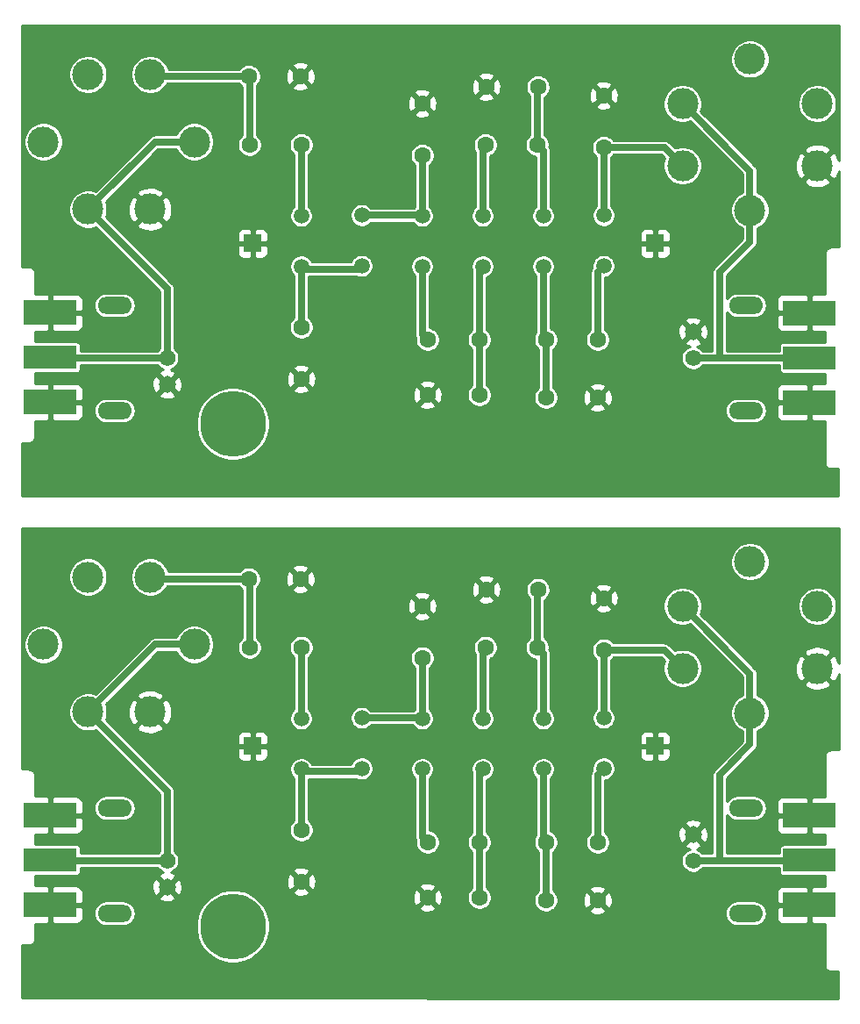
<source format=gtl>
%MOIN*%
%OFA0B0*%
%FSLAX46Y46*%
%IPPOS*%
%LPD*%
%ADD10O,0.13X0.065*%
%ADD11C,0.065*%
%ADD12C,0.062*%
%ADD13C,0.25*%
%ADD14C,0.062992125984251982*%
%ADD15C,0.059055118110236227*%
%ADD16C,0.11811023622047245*%
%ADD17R,0.2X0.090000000000000011*%
%ADD18R,0.2X0.095*%
%ADD19R,0.066929133858267723X0.066929133858267723*%
%ADD20C,0.035*%
%ADD21C,0.055000000000000007*%
%ADD22C,0.066*%
%ADD23C,0.025*%
%ADD24C,0.01*%
%ADD25C,0.005905511811023622*%
%ADD36O,0.13X0.065*%
%ADD37C,0.065*%
%ADD38C,0.062*%
%ADD39C,0.25*%
%ADD40C,0.062992125984251982*%
%ADD41C,0.059055118110236227*%
%ADD42C,0.11811023622047245*%
%ADD43R,0.2X0.090000000000000011*%
%ADD44R,0.2X0.095*%
%ADD45R,0.066929133858267723X0.066929133858267723*%
%ADD46C,0.035*%
%ADD47C,0.055000000000000007*%
%ADD48C,0.066*%
%ADD49C,0.025*%
%ADD50C,0.01*%
%ADD51C,0.005905511811023622*%
%LPD*%
G01*
D10*
X0004524212Y0000740196D02*
X0002775000Y0000345708D03*
X0002775000Y0000745708D03*
D11*
X0002575000Y0000645708D03*
D12*
X0002575000Y0000545708D03*
D10*
X0000375000Y0000745708D03*
X0000375000Y0000345708D03*
D11*
X0000575000Y0000445708D03*
D12*
X0000575000Y0000545708D03*
D13*
X0000825000Y0000295708D03*
D14*
X0000885000Y0001615708D03*
X0001081850Y0001615708D03*
X0000888149Y0001355708D03*
X0001085000Y0001355708D03*
X0001085000Y0000465708D03*
X0001085000Y0000662559D03*
X0001545000Y0001315708D03*
X0001545000Y0001512559D03*
X0001761850Y0000615708D03*
X0001565000Y0000615708D03*
X0001761850Y0000405708D03*
X0001565000Y0000405708D03*
X0001981850Y0001355708D03*
X0001785000Y0001355708D03*
X0001985000Y0001575708D03*
X0001788149Y0001575708D03*
X0002015000Y0000395708D03*
X0002211850Y0000395708D03*
X0002015000Y0000615708D03*
X0002211850Y0000615708D03*
X0002235000Y0001542559D03*
X0002235000Y0001345708D03*
D15*
X0001085000Y0001085708D03*
X0001085000Y0000893582D03*
X0001545000Y0001085708D03*
X0001545000Y0000893582D03*
X0001775000Y0000893582D03*
X0001775000Y0001085708D03*
X0002005000Y0001085708D03*
X0002005000Y0000893582D03*
X0002235000Y0001087834D03*
X0002235000Y0000895708D03*
X0001315000Y0000895708D03*
X0001315000Y0001087834D03*
D16*
X0000104488Y0001366614D03*
X0000679291Y0001366614D03*
X0000273779Y0001622519D03*
X0000273779Y0001110708D03*
X0000510000Y0001622519D03*
X0000510000Y0001110708D03*
X0002535000Y0001275708D03*
X0003046811Y0001275708D03*
X0002535000Y0001511929D03*
X0003046811Y0001511929D03*
X0002790905Y0001106417D03*
X0002790905Y0001681220D03*
D17*
X0000130000Y0000547708D03*
D18*
X0000130000Y0000377708D03*
X0000130000Y0000717708D03*
X0003017000Y0000376708D03*
X0003017000Y0000716708D03*
D17*
X0003017000Y0000546708D03*
D19*
X0000900000Y0000980708D03*
X0002430000Y0000980708D03*
D20*
X0000130000Y0001730708D03*
X0000625000Y0001730708D03*
D21*
X0001205000Y0001755708D03*
X0001915000Y0001740708D03*
D20*
X0002380000Y0001740708D03*
X0002965000Y0001745708D03*
X0002965000Y0000105708D03*
D21*
X0002385000Y0000675708D03*
X0000780000Y0000720708D03*
D22*
X0002390000Y0000180708D03*
D20*
X0000625000Y0000085708D03*
X0000135000Y0000085708D03*
X0000130000Y0000970708D03*
X0001285000Y0001305708D03*
X0000945000Y0001755708D03*
X0002615000Y0001705708D03*
X0001355000Y0000265708D03*
X0000315000Y0000085708D03*
X0002385000Y0000375708D03*
D23*
X0001085000Y0000662559D02*
X0001085000Y0000883582D01*
X0001302874Y0000883582D02*
X0001315000Y0000895708D01*
X0001085000Y0000883582D02*
X0001302874Y0000883582D01*
X0000888149Y0001612559D02*
X0000885000Y0001615708D01*
X0000888149Y0001355708D02*
X0000888149Y0001612559D01*
X0000516811Y0001615708D02*
X0000510000Y0001622519D01*
X0000885000Y0001615708D02*
X0000516811Y0001615708D01*
X0001085000Y0001355708D02*
X0001085000Y0001075708D01*
X0001542874Y0001087834D02*
X0001545000Y0001085708D01*
X0001315000Y0001087834D02*
X0001542874Y0001087834D01*
X0001545000Y0001315708D02*
X0001545000Y0001085708D01*
X0001761850Y0000880433D02*
X0001775000Y0000893582D01*
X0001761850Y0000615708D02*
X0001761850Y0000880433D01*
X0001761850Y0000615708D02*
X0001761850Y0000405708D01*
X0001545000Y0000635708D02*
X0001565000Y0000615708D01*
X0001545000Y0000893582D02*
X0001545000Y0000635708D01*
X0002005000Y0001332559D02*
X0001981850Y0001355708D01*
X0002005000Y0001085708D02*
X0002005000Y0001332559D01*
X0001981850Y0001572559D02*
X0001985000Y0001575708D01*
X0001981850Y0001355708D02*
X0001981850Y0001572559D01*
X0001775000Y0001345708D02*
X0001785000Y0001355708D01*
X0001775000Y0001085708D02*
X0001775000Y0001345708D01*
X0002005000Y0000625708D02*
X0002015000Y0000615708D01*
X0002005000Y0000893582D02*
X0002005000Y0000625708D01*
X0002015000Y0000615708D02*
X0002015000Y0000395708D01*
X0002211850Y0000872559D02*
X0002235000Y0000895708D01*
X0002211850Y0000615708D02*
X0002211850Y0000872559D01*
X0002235000Y0001077834D02*
X0002235000Y0001345708D01*
X0002465000Y0001345708D02*
X0002535000Y0001275708D01*
X0002235000Y0001345708D02*
X0002465000Y0001345708D01*
X0000150000Y0000545708D02*
X0000575000Y0000545708D01*
X0000575000Y0000809488D02*
X0000273779Y0001110708D01*
X0000575000Y0000545708D02*
X0000575000Y0000809488D01*
X0000529685Y0001366614D02*
X0000273779Y0001110708D01*
X0000679291Y0001366614D02*
X0000529685Y0001366614D01*
X0003020000Y0000545708D02*
X0003025000Y0000550708D01*
X0002790905Y0001256023D02*
X0002535000Y0001511929D01*
X0002790905Y0001106417D02*
X0002790905Y0001256023D01*
X0002790905Y0001106417D02*
X0002790905Y0000986614D01*
X0002675000Y0000870708D02*
X0002675000Y0000545708D01*
X0002790905Y0000986614D02*
X0002675000Y0000870708D01*
X0002675000Y0000545708D02*
X0002575000Y0000545708D01*
X0002975000Y0000545708D02*
X0002675000Y0000545708D01*
D24*
X0003128500Y0001296309D02*
X0003124182Y0001309581D01*
X0003117961Y0001321221D01*
X0003105537Y0001327364D01*
X0003053882Y0001275708D01*
X0003105537Y0001224053D01*
X0003117961Y0001230195D01*
X0003125473Y0001244950D01*
X0003128500Y0001255696D01*
X0003128500Y0000967208D01*
X0003100119Y0000967208D01*
X0003099028Y0000967317D01*
X0003097908Y0000967208D01*
X0003097894Y0000967208D01*
X0003096802Y0000967101D01*
X0003094617Y0000966888D01*
X0003094603Y0000966884D01*
X0003094589Y0000966883D01*
X0003092478Y0000966242D01*
X0003090374Y0000965607D01*
X0003090361Y0000965600D01*
X0003090347Y0000965596D01*
X0003088392Y0000964551D01*
X0003086462Y0000963522D01*
X0003086451Y0000963514D01*
X0003086439Y0000963507D01*
X0003084718Y0000962095D01*
X0003083033Y0000960715D01*
X0003083024Y0000960704D01*
X0003083013Y0000960695D01*
X0003081606Y0000958981D01*
X0003080217Y0000957293D01*
X0003080210Y0000957280D01*
X0003080201Y0000957269D01*
X0003079154Y0000955310D01*
X0003078122Y0000953386D01*
X0003078118Y0000953373D01*
X0003078112Y0000953360D01*
X0003077469Y0000951242D01*
X0003076831Y0000949147D01*
X0003076829Y0000949133D01*
X0003076825Y0000949119D01*
X0003076608Y0000946916D01*
X0003076501Y0000945842D01*
X0003076501Y0000945828D01*
X0003076391Y0000944708D01*
X0003076498Y0000943617D01*
X0003076305Y0000789274D01*
X0003028250Y0000789208D01*
X0003022000Y0000782958D01*
X0003022000Y0000721708D01*
X0003022787Y0000721708D01*
X0003022787Y0000711708D01*
X0003022000Y0000711708D01*
X0003022000Y0000650458D01*
X0003028250Y0000644208D01*
X0003076123Y0000644143D01*
X0003076076Y0000606781D01*
X0002917000Y0000606781D01*
X0002914059Y0000606491D01*
X0002911231Y0000605633D01*
X0002908626Y0000604240D01*
X0002906342Y0000602366D01*
X0002904467Y0000600082D01*
X0002903074Y0000597476D01*
X0002902217Y0000594649D01*
X0002901927Y0000591708D01*
X0002901927Y0000573208D01*
X0002702500Y0000573208D01*
X0002702500Y0000669208D01*
X0002891879Y0000669208D01*
X0002892361Y0000664307D01*
X0002893791Y0000659595D01*
X0002896112Y0000655252D01*
X0002899236Y0000651445D01*
X0002903043Y0000648321D01*
X0002907386Y0000645999D01*
X0002912099Y0000644570D01*
X0002917000Y0000644087D01*
X0003005750Y0000644208D01*
X0003012000Y0000650458D01*
X0003012000Y0000711708D01*
X0002898250Y0000711708D01*
X0002892000Y0000705458D01*
X0002891879Y0000669208D01*
X0002702500Y0000669208D01*
X0002702500Y0000719779D01*
X0002702814Y0000719191D01*
X0002708749Y0000711958D01*
X0002715982Y0000706022D01*
X0002724234Y0000701612D01*
X0002733188Y0000698895D01*
X0002740166Y0000698208D01*
X0002809833Y0000698208D01*
X0002816811Y0000698895D01*
X0002825765Y0000701612D01*
X0002834017Y0000706022D01*
X0002841250Y0000711958D01*
X0002847185Y0000719191D01*
X0002851596Y0000727443D01*
X0002854312Y0000736397D01*
X0002855229Y0000745708D01*
X0002854312Y0000755020D01*
X0002851596Y0000763974D01*
X0002851471Y0000764208D01*
X0002891879Y0000764208D01*
X0002892000Y0000727958D01*
X0002898250Y0000721708D01*
X0003012000Y0000721708D01*
X0003012000Y0000782958D01*
X0003005750Y0000789208D01*
X0002917000Y0000789329D01*
X0002912099Y0000788846D01*
X0002907386Y0000787417D01*
X0002903043Y0000785095D01*
X0002899236Y0000781971D01*
X0002896112Y0000778165D01*
X0002893791Y0000773822D01*
X0002892361Y0000769109D01*
X0002891879Y0000764208D01*
X0002851471Y0000764208D01*
X0002847185Y0000772225D01*
X0002841250Y0000779458D01*
X0002834017Y0000785394D01*
X0002825765Y0000789805D01*
X0002816811Y0000792521D01*
X0002809833Y0000793208D01*
X0002740166Y0000793208D01*
X0002733188Y0000792521D01*
X0002724234Y0000789805D01*
X0002715982Y0000785394D01*
X0002708749Y0000779458D01*
X0002702814Y0000772225D01*
X0002702500Y0000771638D01*
X0002702500Y0000859317D01*
X0002809395Y0000966213D01*
X0002810445Y0000967074D01*
X0002811305Y0000968123D01*
X0002811306Y0000968123D01*
X0002813881Y0000971262D01*
X0002816435Y0000976039D01*
X0002816435Y0000976039D01*
X0002818007Y0000981223D01*
X0002818405Y0000985263D01*
X0002818405Y0000985263D01*
X0002818538Y0000986614D01*
X0002818405Y0000987964D01*
X0002818405Y0001037651D01*
X0002825983Y0001040790D01*
X0002838112Y0001048894D01*
X0002848427Y0001059209D01*
X0002856532Y0001071339D01*
X0002862114Y0001084816D01*
X0002864960Y0001099123D01*
X0002864960Y0001113711D01*
X0002862114Y0001128018D01*
X0002856532Y0001141495D01*
X0002848427Y0001153624D01*
X0002838112Y0001163939D01*
X0002825983Y0001172044D01*
X0002818405Y0001175183D01*
X0002818405Y0001216982D01*
X0002995155Y0001216982D01*
X0003001297Y0001204558D01*
X0003016052Y0001197046D01*
X0003031990Y0001192557D01*
X0003048497Y0001191263D01*
X0003064939Y0001193215D01*
X0003080684Y0001198336D01*
X0003092324Y0001204558D01*
X0003098466Y0001216982D01*
X0003046811Y0001268637D01*
X0002995155Y0001216982D01*
X0002818405Y0001216982D01*
X0002818405Y0001254673D01*
X0002818538Y0001256023D01*
X0002818405Y0001257373D01*
X0002818405Y0001257374D01*
X0002818007Y0001261414D01*
X0002816435Y0001266598D01*
X0002815464Y0001268414D01*
X0002813881Y0001271375D01*
X0002811709Y0001274022D01*
X0002962366Y0001274022D01*
X0002964317Y0001257580D01*
X0002969439Y0001241835D01*
X0002975660Y0001230195D01*
X0002988084Y0001224053D01*
X0003039739Y0001275708D01*
X0002988084Y0001327364D01*
X0002975660Y0001321221D01*
X0002968148Y0001306466D01*
X0002963659Y0001290529D01*
X0002962366Y0001274022D01*
X0002811709Y0001274022D01*
X0002811306Y0001274513D01*
X0002811305Y0001274514D01*
X0002810445Y0001275563D01*
X0002809396Y0001276423D01*
X0002751384Y0001334435D01*
X0002995155Y0001334435D01*
X0003046811Y0001282779D01*
X0003098466Y0001334435D01*
X0003092324Y0001346858D01*
X0003077569Y0001354370D01*
X0003061631Y0001358859D01*
X0003045125Y0001360153D01*
X0003028683Y0001358202D01*
X0003012937Y0001353080D01*
X0003001297Y0001346858D01*
X0002995155Y0001334435D01*
X0002751384Y0001334435D01*
X0002603070Y0001482749D01*
X0002606209Y0001490328D01*
X0002609055Y0001504635D01*
X0002609055Y0001519222D01*
X0002972755Y0001519222D01*
X0002972755Y0001504635D01*
X0002975601Y0001490328D01*
X0002981184Y0001476850D01*
X0002989288Y0001464721D01*
X0002999603Y0001454406D01*
X0003011732Y0001446302D01*
X0003025209Y0001440719D01*
X0003039517Y0001437874D01*
X0003054104Y0001437874D01*
X0003068412Y0001440719D01*
X0003081889Y0001446302D01*
X0003094018Y0001454406D01*
X0003104333Y0001464721D01*
X0003112437Y0001476850D01*
X0003118020Y0001490328D01*
X0003120866Y0001504635D01*
X0003120866Y0001519222D01*
X0003118020Y0001533530D01*
X0003112437Y0001547007D01*
X0003104333Y0001559136D01*
X0003094018Y0001569451D01*
X0003081889Y0001577555D01*
X0003068412Y0001583138D01*
X0003054104Y0001585984D01*
X0003039517Y0001585984D01*
X0003025209Y0001583138D01*
X0003011732Y0001577555D01*
X0002999603Y0001569451D01*
X0002989288Y0001559136D01*
X0002981184Y0001547007D01*
X0002975601Y0001533530D01*
X0002972755Y0001519222D01*
X0002609055Y0001519222D01*
X0002606209Y0001533530D01*
X0002600626Y0001547007D01*
X0002592522Y0001559136D01*
X0002582207Y0001569451D01*
X0002570078Y0001577555D01*
X0002556601Y0001583138D01*
X0002542293Y0001585984D01*
X0002527706Y0001585984D01*
X0002513398Y0001583138D01*
X0002499921Y0001577555D01*
X0002487792Y0001569451D01*
X0002477477Y0001559136D01*
X0002469373Y0001547007D01*
X0002463790Y0001533530D01*
X0002460944Y0001519222D01*
X0002460944Y0001504635D01*
X0002463790Y0001490328D01*
X0002469373Y0001476850D01*
X0002477477Y0001464721D01*
X0002487792Y0001454406D01*
X0002499921Y0001446302D01*
X0002513398Y0001440719D01*
X0002527706Y0001437874D01*
X0002542293Y0001437874D01*
X0002556601Y0001440719D01*
X0002564179Y0001443858D01*
X0002763405Y0001244632D01*
X0002763405Y0001175183D01*
X0002755827Y0001172044D01*
X0002743698Y0001163939D01*
X0002733383Y0001153624D01*
X0002725278Y0001141495D01*
X0002719696Y0001128018D01*
X0002716850Y0001113711D01*
X0002716850Y0001099123D01*
X0002719696Y0001084816D01*
X0002725278Y0001071339D01*
X0002733383Y0001059209D01*
X0002743698Y0001048894D01*
X0002755827Y0001040790D01*
X0002763405Y0001037651D01*
X0002763405Y0000998005D01*
X0002656509Y0000891109D01*
X0002655460Y0000890248D01*
X0002654599Y0000889199D01*
X0002654599Y0000889198D01*
X0002652023Y0000886060D01*
X0002650392Y0000883007D01*
X0002649470Y0000881283D01*
X0002647897Y0000876099D01*
X0002647500Y0000872059D01*
X0002647500Y0000872058D01*
X0002647367Y0000870708D01*
X0002647500Y0000869358D01*
X0002647500Y0000573208D01*
X0002611948Y0000573208D01*
X0002610730Y0000575031D01*
X0002604323Y0000581439D01*
X0002596789Y0000586473D01*
X0002589053Y0000589677D01*
X0002599614Y0000593435D01*
X0002604788Y0000596201D01*
X0002607728Y0000605909D01*
X0002575000Y0000638637D01*
X0002542271Y0000605909D01*
X0002545211Y0000596201D01*
X0002555442Y0000591341D01*
X0002561358Y0000589848D01*
X0002553210Y0000586473D01*
X0002545676Y0000581439D01*
X0002539269Y0000575031D01*
X0002534235Y0000567497D01*
X0002530767Y0000559126D01*
X0002529000Y0000550239D01*
X0002529000Y0000541178D01*
X0002530767Y0000532290D01*
X0002534235Y0000523919D01*
X0002539269Y0000516385D01*
X0002545676Y0000509978D01*
X0002553210Y0000504943D01*
X0002561582Y0000501476D01*
X0002570469Y0000499708D01*
X0002579530Y0000499708D01*
X0002588417Y0000501476D01*
X0002596789Y0000504943D01*
X0002604323Y0000509978D01*
X0002610730Y0000516385D01*
X0002611948Y0000518208D01*
X0002673649Y0000518208D01*
X0002675000Y0000518075D01*
X0002676350Y0000518208D01*
X0002901927Y0000518208D01*
X0002901927Y0000501708D01*
X0002902217Y0000498768D01*
X0002903074Y0000495940D01*
X0002904467Y0000493334D01*
X0002906342Y0000491050D01*
X0002908626Y0000489176D01*
X0002911231Y0000487783D01*
X0002914059Y0000486925D01*
X0002917000Y0000486636D01*
X0003075925Y0000486636D01*
X0003075879Y0000449273D01*
X0003028250Y0000449208D01*
X0003022000Y0000442958D01*
X0003022000Y0000381708D01*
X0003022787Y0000381708D01*
X0003022787Y0000371708D01*
X0003022000Y0000371708D01*
X0003022000Y0000310458D01*
X0003028250Y0000304208D01*
X0003075697Y0000304143D01*
X0003075501Y0000147828D01*
X0003075391Y0000146708D01*
X0003075609Y0000144489D01*
X0003075820Y0000142325D01*
X0003075824Y0000142312D01*
X0003075825Y0000142297D01*
X0003076474Y0000140158D01*
X0003077101Y0000138082D01*
X0003077107Y0000138070D01*
X0003077112Y0000138056D01*
X0003078163Y0000136088D01*
X0003079185Y0000134171D01*
X0003079194Y0000134160D01*
X0003079201Y0000134147D01*
X0003080613Y0000132427D01*
X0003081993Y0000130741D01*
X0003082003Y0000130732D01*
X0003082013Y0000130721D01*
X0003083735Y0000129308D01*
X0003085415Y0000127925D01*
X0003085428Y0000127919D01*
X0003085439Y0000127910D01*
X0003087398Y0000126862D01*
X0003089321Y0000125831D01*
X0003089335Y0000125827D01*
X0003089347Y0000125820D01*
X0003091466Y0000125178D01*
X0003093561Y0000124539D01*
X0003093575Y0000124538D01*
X0003093589Y0000124534D01*
X0003095792Y0000124317D01*
X0003097971Y0000124099D01*
X0003099090Y0000124208D01*
X0003127439Y0000124208D01*
X0003127166Y0000022505D01*
X0000022500Y0000023203D01*
X0000022500Y0000223208D01*
X0000048894Y0000223208D01*
X0000050000Y0000223099D01*
X0000051105Y0000223208D01*
X0000054410Y0000223534D01*
X0000058652Y0000224820D01*
X0000062560Y0000226910D01*
X0000065986Y0000229721D01*
X0000068798Y0000233147D01*
X0000070887Y0000237056D01*
X0000072174Y0000241297D01*
X0000072608Y0000245708D01*
X0000072500Y0000246813D01*
X0000072500Y0000305145D01*
X0000118749Y0000305208D01*
X0000125000Y0000311458D01*
X0000125000Y0000372708D01*
X0000135000Y0000372708D01*
X0000135000Y0000311458D01*
X0000141250Y0000305208D01*
X0000230000Y0000305087D01*
X0000234900Y0000305570D01*
X0000239613Y0000306999D01*
X0000243956Y0000309321D01*
X0000247763Y0000312445D01*
X0000250887Y0000316252D01*
X0000253208Y0000320595D01*
X0000254638Y0000325307D01*
X0000255120Y0000330208D01*
X0000255069Y0000345708D01*
X0000294770Y0000345708D01*
X0000295687Y0000336397D01*
X0000298403Y0000327443D01*
X0000302814Y0000319191D01*
X0000308749Y0000311958D01*
X0000315982Y0000306022D01*
X0000324234Y0000301612D01*
X0000333188Y0000298895D01*
X0000340166Y0000298208D01*
X0000409833Y0000298208D01*
X0000416811Y0000298895D01*
X0000425765Y0000301612D01*
X0000434017Y0000306022D01*
X0000438251Y0000309497D01*
X0000685000Y0000309497D01*
X0000685000Y0000281919D01*
X0000690380Y0000254872D01*
X0000700933Y0000229393D01*
X0000716254Y0000206463D01*
X0000735755Y0000186963D01*
X0000758685Y0000171642D01*
X0000784163Y0000161088D01*
X0000811211Y0000155708D01*
X0000838788Y0000155708D01*
X0000865836Y0000161088D01*
X0000891314Y0000171642D01*
X0000914244Y0000186963D01*
X0000933745Y0000206463D01*
X0000949066Y0000229393D01*
X0000959619Y0000254872D01*
X0000965000Y0000281919D01*
X0000965000Y0000309497D01*
X0000959619Y0000336545D01*
X0000949066Y0000362023D01*
X0000945991Y0000366625D01*
X0001532988Y0000366625D01*
X0001535806Y0000357020D01*
X0001545865Y0000352260D01*
X0001556660Y0000349555D01*
X0001567776Y0000349007D01*
X0001578784Y0000350638D01*
X0001589263Y0000354385D01*
X0001594193Y0000357020D01*
X0001597011Y0000366625D01*
X0001565000Y0000398637D01*
X0001532988Y0000366625D01*
X0000945991Y0000366625D01*
X0000933745Y0000384953D01*
X0000915765Y0000402932D01*
X0001508298Y0000402932D01*
X0001509929Y0000391923D01*
X0001513677Y0000381445D01*
X0001516312Y0000376515D01*
X0001525917Y0000373696D01*
X0001557928Y0000405708D01*
X0001572071Y0000405708D01*
X0001604082Y0000373696D01*
X0001613687Y0000376515D01*
X0001618447Y0000386574D01*
X0001621153Y0000397369D01*
X0001621701Y0000408484D01*
X0001620070Y0000419493D01*
X0001616322Y0000429972D01*
X0001613687Y0000434902D01*
X0001604082Y0000437720D01*
X0001572071Y0000405708D01*
X0001557928Y0000405708D01*
X0001525917Y0000437720D01*
X0001516312Y0000434902D01*
X0001511552Y0000424842D01*
X0001508846Y0000414047D01*
X0001508298Y0000402932D01*
X0000915765Y0000402932D01*
X0000914244Y0000404453D01*
X0000891314Y0000419775D01*
X0000874775Y0000426625D01*
X0001052988Y0000426625D01*
X0001055806Y0000417020D01*
X0001065865Y0000412260D01*
X0001076660Y0000409555D01*
X0001087776Y0000409007D01*
X0001098784Y0000410638D01*
X0001109263Y0000414385D01*
X0001114193Y0000417020D01*
X0001117011Y0000426625D01*
X0001085000Y0000458637D01*
X0001052988Y0000426625D01*
X0000874775Y0000426625D01*
X0000865836Y0000430328D01*
X0000838788Y0000435708D01*
X0000811211Y0000435708D01*
X0000784163Y0000430328D01*
X0000758685Y0000419775D01*
X0000735755Y0000404453D01*
X0000716254Y0000384953D01*
X0000700933Y0000362023D01*
X0000690380Y0000336545D01*
X0000685000Y0000309497D01*
X0000438251Y0000309497D01*
X0000441250Y0000311958D01*
X0000447185Y0000319191D01*
X0000451596Y0000327443D01*
X0000454312Y0000336397D01*
X0000455229Y0000345708D01*
X0000454312Y0000355020D01*
X0000451596Y0000363974D01*
X0000447185Y0000372225D01*
X0000441250Y0000379458D01*
X0000434017Y0000385394D01*
X0000425765Y0000389805D01*
X0000416811Y0000392521D01*
X0000409833Y0000393208D01*
X0000340166Y0000393208D01*
X0000333188Y0000392521D01*
X0000324234Y0000389805D01*
X0000315982Y0000385394D01*
X0000308749Y0000379458D01*
X0000302814Y0000372225D01*
X0000298403Y0000363974D01*
X0000295687Y0000355020D01*
X0000294770Y0000345708D01*
X0000255069Y0000345708D01*
X0000255000Y0000366458D01*
X0000248750Y0000372708D01*
X0000135000Y0000372708D01*
X0000125000Y0000372708D01*
X0000124212Y0000372708D01*
X0000124212Y0000382708D01*
X0000125000Y0000382708D01*
X0000125000Y0000443958D01*
X0000135000Y0000443958D01*
X0000135000Y0000382708D01*
X0000248750Y0000382708D01*
X0000255000Y0000388958D01*
X0000255056Y0000405909D01*
X0000542271Y0000405909D01*
X0000545211Y0000396201D01*
X0000555442Y0000391341D01*
X0000566424Y0000388570D01*
X0000577736Y0000387995D01*
X0000588943Y0000389637D01*
X0000599614Y0000393435D01*
X0000604788Y0000396201D01*
X0000607728Y0000405909D01*
X0000575000Y0000438637D01*
X0000542271Y0000405909D01*
X0000255056Y0000405909D01*
X0000255120Y0000425208D01*
X0000254638Y0000430109D01*
X0000253208Y0000434822D01*
X0000250887Y0000439165D01*
X0000247763Y0000442971D01*
X0000247762Y0000442972D01*
X0000517286Y0000442972D01*
X0000518929Y0000431765D01*
X0000522726Y0000421094D01*
X0000525492Y0000415919D01*
X0000535200Y0000412980D01*
X0000567928Y0000445708D01*
X0000582071Y0000445708D01*
X0000614799Y0000412980D01*
X0000624507Y0000415919D01*
X0000629367Y0000426150D01*
X0000632138Y0000437133D01*
X0000632713Y0000448444D01*
X0000631070Y0000459651D01*
X0000629903Y0000462932D01*
X0001028298Y0000462932D01*
X0001029929Y0000451923D01*
X0001033677Y0000441445D01*
X0001036312Y0000436515D01*
X0001045917Y0000433696D01*
X0001077928Y0000465708D01*
X0001092071Y0000465708D01*
X0001124082Y0000433696D01*
X0001133687Y0000436515D01*
X0001137603Y0000444791D01*
X0001532988Y0000444791D01*
X0001565000Y0000412779D01*
X0001597011Y0000444791D01*
X0001594193Y0000454396D01*
X0001584134Y0000459156D01*
X0001573339Y0000461862D01*
X0001562223Y0000462410D01*
X0001551215Y0000460778D01*
X0001540736Y0000457031D01*
X0001535806Y0000454396D01*
X0001532988Y0000444791D01*
X0001137603Y0000444791D01*
X0001138447Y0000446574D01*
X0001141153Y0000457369D01*
X0001141701Y0000468484D01*
X0001140070Y0000479493D01*
X0001136322Y0000489972D01*
X0001133687Y0000494902D01*
X0001124082Y0000497720D01*
X0001092071Y0000465708D01*
X0001077928Y0000465708D01*
X0001045917Y0000497720D01*
X0001036312Y0000494902D01*
X0001031552Y0000484842D01*
X0001028846Y0000474047D01*
X0001028298Y0000462932D01*
X0000629903Y0000462932D01*
X0000627273Y0000470322D01*
X0000624507Y0000475497D01*
X0000614799Y0000478437D01*
X0000582071Y0000445708D01*
X0000567928Y0000445708D01*
X0000535200Y0000478437D01*
X0000525492Y0000475497D01*
X0000520632Y0000465266D01*
X0000517861Y0000454284D01*
X0000517286Y0000442972D01*
X0000247762Y0000442972D01*
X0000243956Y0000446095D01*
X0000239613Y0000448417D01*
X0000234900Y0000449846D01*
X0000230000Y0000450329D01*
X0000141250Y0000450208D01*
X0000135000Y0000443958D01*
X0000125000Y0000443958D01*
X0000118749Y0000450208D01*
X0000072500Y0000450271D01*
X0000072500Y0000487636D01*
X0000230000Y0000487636D01*
X0000232940Y0000487925D01*
X0000235768Y0000488783D01*
X0000238373Y0000490176D01*
X0000240657Y0000492050D01*
X0000242532Y0000494334D01*
X0000243925Y0000496940D01*
X0000244782Y0000499768D01*
X0000245072Y0000502708D01*
X0000245072Y0000518208D01*
X0000538051Y0000518208D01*
X0000539269Y0000516385D01*
X0000545676Y0000509978D01*
X0000553210Y0000504943D01*
X0000560946Y0000501739D01*
X0000550385Y0000497981D01*
X0000545211Y0000495215D01*
X0000542271Y0000485508D01*
X0000575000Y0000452779D01*
X0000607728Y0000485508D01*
X0000604788Y0000495215D01*
X0000594557Y0000500075D01*
X0000588641Y0000501568D01*
X0000596420Y0000504791D01*
X0001052988Y0000504791D01*
X0001085000Y0000472779D01*
X0001117011Y0000504791D01*
X0001114193Y0000514396D01*
X0001104134Y0000519156D01*
X0001093339Y0000521862D01*
X0001082223Y0000522410D01*
X0001071215Y0000520779D01*
X0001060736Y0000517031D01*
X0001055806Y0000514396D01*
X0001052988Y0000504791D01*
X0000596420Y0000504791D01*
X0000596789Y0000504943D01*
X0000604323Y0000509978D01*
X0000610730Y0000516385D01*
X0000615764Y0000523919D01*
X0000619232Y0000532290D01*
X0000621000Y0000541178D01*
X0000621000Y0000550239D01*
X0000619232Y0000559126D01*
X0000615764Y0000567497D01*
X0000610730Y0000575031D01*
X0000604323Y0000581439D01*
X0000602500Y0000582657D01*
X0000602500Y0000667138D01*
X0001038503Y0000667138D01*
X0001038503Y0000657979D01*
X0001040290Y0000648996D01*
X0001043795Y0000640534D01*
X0001048884Y0000632919D01*
X0001055360Y0000626443D01*
X0001062975Y0000621354D01*
X0001071437Y0000617849D01*
X0001080420Y0000616062D01*
X0001089579Y0000616062D01*
X0001098562Y0000617849D01*
X0001107024Y0000621354D01*
X0001114639Y0000626443D01*
X0001121115Y0000632919D01*
X0001126204Y0000640534D01*
X0001129709Y0000648996D01*
X0001131496Y0000657979D01*
X0001131496Y0000667138D01*
X0001129709Y0000676121D01*
X0001126204Y0000684583D01*
X0001121115Y0000692198D01*
X0001114639Y0000698674D01*
X0001112500Y0000700104D01*
X0001112500Y0000856082D01*
X0001294309Y0000856082D01*
X0001302011Y0000852892D01*
X0001310614Y0000851181D01*
X0001319385Y0000851181D01*
X0001327988Y0000852892D01*
X0001336091Y0000856248D01*
X0001343384Y0000861121D01*
X0001349586Y0000867323D01*
X0001354459Y0000874616D01*
X0001357816Y0000882720D01*
X0001359527Y0000891323D01*
X0001359527Y0000897968D01*
X0001500472Y0000897968D01*
X0001500472Y0000889197D01*
X0001502183Y0000880594D01*
X0001505540Y0000872490D01*
X0001510413Y0000865197D01*
X0001516615Y0000858995D01*
X0001517500Y0000858404D01*
X0001517500Y0000637059D01*
X0001517367Y0000635708D01*
X0001517897Y0000630317D01*
X0001519468Y0000625139D01*
X0001518503Y0000620288D01*
X0001518503Y0000611129D01*
X0001520290Y0000602146D01*
X0001523795Y0000593684D01*
X0001528884Y0000586069D01*
X0001535360Y0000579592D01*
X0001542975Y0000574504D01*
X0001551437Y0000570999D01*
X0001560420Y0000569212D01*
X0001569579Y0000569212D01*
X0001578562Y0000570999D01*
X0001587024Y0000574504D01*
X0001594639Y0000579592D01*
X0001601115Y0000586069D01*
X0001606204Y0000593684D01*
X0001609709Y0000602146D01*
X0001611496Y0000611129D01*
X0001611496Y0000620288D01*
X0001715354Y0000620288D01*
X0001715354Y0000611129D01*
X0001717141Y0000602146D01*
X0001720646Y0000593684D01*
X0001725734Y0000586069D01*
X0001732210Y0000579592D01*
X0001734350Y0000578163D01*
X0001734350Y0000443254D01*
X0001732210Y0000441824D01*
X0001725734Y0000435348D01*
X0001720646Y0000427732D01*
X0001717141Y0000419271D01*
X0001715354Y0000410288D01*
X0001715354Y0000401129D01*
X0001717141Y0000392146D01*
X0001720646Y0000383684D01*
X0001725734Y0000376069D01*
X0001732210Y0000369592D01*
X0001739826Y0000364504D01*
X0001748287Y0000360999D01*
X0001757270Y0000359212D01*
X0001766429Y0000359212D01*
X0001775412Y0000360999D01*
X0001783874Y0000364504D01*
X0001791489Y0000369592D01*
X0001797966Y0000376069D01*
X0001803054Y0000383684D01*
X0001806559Y0000392146D01*
X0001808346Y0000401129D01*
X0001808346Y0000410288D01*
X0001806559Y0000419271D01*
X0001803054Y0000427732D01*
X0001797966Y0000435348D01*
X0001791489Y0000441824D01*
X0001789350Y0000443254D01*
X0001789350Y0000578163D01*
X0001791489Y0000579592D01*
X0001797966Y0000586069D01*
X0001803054Y0000593684D01*
X0001806559Y0000602146D01*
X0001808346Y0000611129D01*
X0001808346Y0000620288D01*
X0001806559Y0000629271D01*
X0001803054Y0000637732D01*
X0001797966Y0000645348D01*
X0001791489Y0000651824D01*
X0001789350Y0000653254D01*
X0001789350Y0000851330D01*
X0001796091Y0000854122D01*
X0001803384Y0000858995D01*
X0001809586Y0000865197D01*
X0001814459Y0000872490D01*
X0001817816Y0000880594D01*
X0001819527Y0000889197D01*
X0001819527Y0000897968D01*
X0001960472Y0000897968D01*
X0001960472Y0000889197D01*
X0001962183Y0000880594D01*
X0001965540Y0000872490D01*
X0001970413Y0000865197D01*
X0001976615Y0000858995D01*
X0001977500Y0000858404D01*
X0001977500Y0000643276D01*
X0001973795Y0000637732D01*
X0001970290Y0000629271D01*
X0001968503Y0000620288D01*
X0001968503Y0000611129D01*
X0001970290Y0000602146D01*
X0001973795Y0000593684D01*
X0001978884Y0000586069D01*
X0001985360Y0000579592D01*
X0001987500Y0000578163D01*
X0001987500Y0000433254D01*
X0001985360Y0000431824D01*
X0001978884Y0000425348D01*
X0001973795Y0000417732D01*
X0001970290Y0000409271D01*
X0001968503Y0000400288D01*
X0001968503Y0000391129D01*
X0001970290Y0000382146D01*
X0001973795Y0000373684D01*
X0001978884Y0000366069D01*
X0001985360Y0000359592D01*
X0001992975Y0000354504D01*
X0002001437Y0000350999D01*
X0002010420Y0000349212D01*
X0002019579Y0000349212D01*
X0002028562Y0000350999D01*
X0002037024Y0000354504D01*
X0002040199Y0000356625D01*
X0002179838Y0000356625D01*
X0002182656Y0000347020D01*
X0002192716Y0000342260D01*
X0002203511Y0000339555D01*
X0002214626Y0000339007D01*
X0002225635Y0000340638D01*
X0002236113Y0000344385D01*
X0002238588Y0000345708D01*
X0002694770Y0000345708D01*
X0002695687Y0000336397D01*
X0002698403Y0000327443D01*
X0002702814Y0000319191D01*
X0002708749Y0000311958D01*
X0002715982Y0000306022D01*
X0002724234Y0000301612D01*
X0002733188Y0000298895D01*
X0002740166Y0000298208D01*
X0002809833Y0000298208D01*
X0002816811Y0000298895D01*
X0002825765Y0000301612D01*
X0002834017Y0000306022D01*
X0002841250Y0000311958D01*
X0002847185Y0000319191D01*
X0002851596Y0000327443D01*
X0002852132Y0000329208D01*
X0002891879Y0000329208D01*
X0002892361Y0000324307D01*
X0002893791Y0000319595D01*
X0002896112Y0000315252D01*
X0002899236Y0000311445D01*
X0002903043Y0000308321D01*
X0002907386Y0000305999D01*
X0002912099Y0000304570D01*
X0002917000Y0000304087D01*
X0003005750Y0000304208D01*
X0003012000Y0000310458D01*
X0003012000Y0000371708D01*
X0002898250Y0000371708D01*
X0002892000Y0000365458D01*
X0002891879Y0000329208D01*
X0002852132Y0000329208D01*
X0002854312Y0000336397D01*
X0002855229Y0000345708D01*
X0002854312Y0000355020D01*
X0002851596Y0000363974D01*
X0002847185Y0000372225D01*
X0002841250Y0000379458D01*
X0002834017Y0000385394D01*
X0002825765Y0000389805D01*
X0002816811Y0000392521D01*
X0002809833Y0000393208D01*
X0002740166Y0000393208D01*
X0002733188Y0000392521D01*
X0002724234Y0000389805D01*
X0002715982Y0000385394D01*
X0002708749Y0000379458D01*
X0002702814Y0000372225D01*
X0002698403Y0000363974D01*
X0002695687Y0000355020D01*
X0002694770Y0000345708D01*
X0002238588Y0000345708D01*
X0002241043Y0000347020D01*
X0002243862Y0000356625D01*
X0002211850Y0000388637D01*
X0002179838Y0000356625D01*
X0002040199Y0000356625D01*
X0002044639Y0000359592D01*
X0002051115Y0000366069D01*
X0002056204Y0000373684D01*
X0002059709Y0000382146D01*
X0002061496Y0000391129D01*
X0002061496Y0000392932D01*
X0002155148Y0000392932D01*
X0002156780Y0000381923D01*
X0002160527Y0000371445D01*
X0002163162Y0000366515D01*
X0002172767Y0000363696D01*
X0002204779Y0000395708D01*
X0002218921Y0000395708D01*
X0002250933Y0000363696D01*
X0002260538Y0000366515D01*
X0002265298Y0000376574D01*
X0002268003Y0000387369D01*
X0002268551Y0000398484D01*
X0002266920Y0000409493D01*
X0002263173Y0000419972D01*
X0002260908Y0000424208D01*
X0002891879Y0000424208D01*
X0002892000Y0000387958D01*
X0002898250Y0000381708D01*
X0003012000Y0000381708D01*
X0003012000Y0000442958D01*
X0003005750Y0000449208D01*
X0002917000Y0000449329D01*
X0002912099Y0000448846D01*
X0002907386Y0000447417D01*
X0002903043Y0000445095D01*
X0002899236Y0000441971D01*
X0002896112Y0000438165D01*
X0002893791Y0000433822D01*
X0002892361Y0000429109D01*
X0002891879Y0000424208D01*
X0002260908Y0000424208D01*
X0002260538Y0000424902D01*
X0002250933Y0000427720D01*
X0002218921Y0000395708D01*
X0002204779Y0000395708D01*
X0002172767Y0000427720D01*
X0002163162Y0000424902D01*
X0002158402Y0000414842D01*
X0002155696Y0000404047D01*
X0002155148Y0000392932D01*
X0002061496Y0000392932D01*
X0002061496Y0000400288D01*
X0002059709Y0000409271D01*
X0002056204Y0000417732D01*
X0002051115Y0000425348D01*
X0002044639Y0000431824D01*
X0002042500Y0000433254D01*
X0002042500Y0000434791D01*
X0002179838Y0000434791D01*
X0002211850Y0000402779D01*
X0002243862Y0000434791D01*
X0002241043Y0000444396D01*
X0002230984Y0000449156D01*
X0002220189Y0000451862D01*
X0002209074Y0000452410D01*
X0002198065Y0000450778D01*
X0002187586Y0000447031D01*
X0002182656Y0000444396D01*
X0002179838Y0000434791D01*
X0002042500Y0000434791D01*
X0002042500Y0000578163D01*
X0002044639Y0000579592D01*
X0002051115Y0000586069D01*
X0002056204Y0000593684D01*
X0002059709Y0000602146D01*
X0002061496Y0000611129D01*
X0002061496Y0000620288D01*
X0002165354Y0000620288D01*
X0002165354Y0000611129D01*
X0002167141Y0000602146D01*
X0002170646Y0000593684D01*
X0002175734Y0000586069D01*
X0002182210Y0000579592D01*
X0002189826Y0000574504D01*
X0002198287Y0000570999D01*
X0002207270Y0000569212D01*
X0002216429Y0000569212D01*
X0002225412Y0000570999D01*
X0002233874Y0000574504D01*
X0002241489Y0000579592D01*
X0002247966Y0000586069D01*
X0002253054Y0000593684D01*
X0002256559Y0000602146D01*
X0002258346Y0000611129D01*
X0002258346Y0000620288D01*
X0002256559Y0000629271D01*
X0002253054Y0000637732D01*
X0002249553Y0000642972D01*
X0002517286Y0000642972D01*
X0002518929Y0000631765D01*
X0002522726Y0000621094D01*
X0002525492Y0000615919D01*
X0002535200Y0000612980D01*
X0002567928Y0000645708D01*
X0002582071Y0000645708D01*
X0002614799Y0000612980D01*
X0002624507Y0000615919D01*
X0002629367Y0000626150D01*
X0002632138Y0000637133D01*
X0002632713Y0000648444D01*
X0002631070Y0000659651D01*
X0002627273Y0000670322D01*
X0002624507Y0000675497D01*
X0002614799Y0000678437D01*
X0002582071Y0000645708D01*
X0002567928Y0000645708D01*
X0002535200Y0000678437D01*
X0002525492Y0000675497D01*
X0002520632Y0000665266D01*
X0002517861Y0000654284D01*
X0002517286Y0000642972D01*
X0002249553Y0000642972D01*
X0002247966Y0000645348D01*
X0002241489Y0000651824D01*
X0002239350Y0000653254D01*
X0002239350Y0000685508D01*
X0002542271Y0000685508D01*
X0002575000Y0000652779D01*
X0002607728Y0000685508D01*
X0002604788Y0000695215D01*
X0002594557Y0000700076D01*
X0002583575Y0000702846D01*
X0002572263Y0000703422D01*
X0002561056Y0000701779D01*
X0002550385Y0000697981D01*
X0002545211Y0000695215D01*
X0002542271Y0000685508D01*
X0002239350Y0000685508D01*
X0002239350Y0000851181D01*
X0002239385Y0000851181D01*
X0002247988Y0000852892D01*
X0002256091Y0000856248D01*
X0002263384Y0000861121D01*
X0002269586Y0000867323D01*
X0002274459Y0000874616D01*
X0002277816Y0000882720D01*
X0002279527Y0000891323D01*
X0002279527Y0000900094D01*
X0002277816Y0000908696D01*
X0002274459Y0000916800D01*
X0002269586Y0000924093D01*
X0002263384Y0000930295D01*
X0002256091Y0000935168D01*
X0002247988Y0000938525D01*
X0002239385Y0000940236D01*
X0002230614Y0000940236D01*
X0002222011Y0000938525D01*
X0002213908Y0000935168D01*
X0002206615Y0000930295D01*
X0002200413Y0000924093D01*
X0002195540Y0000916800D01*
X0002192183Y0000908696D01*
X0002190472Y0000900094D01*
X0002190472Y0000891323D01*
X0002190706Y0000890144D01*
X0002188874Y0000887911D01*
X0002186320Y0000883133D01*
X0002184748Y0000877949D01*
X0002184217Y0000872559D01*
X0002184350Y0000871208D01*
X0002184350Y0000653254D01*
X0002182210Y0000651824D01*
X0002175734Y0000645348D01*
X0002170646Y0000637732D01*
X0002167141Y0000629271D01*
X0002165354Y0000620288D01*
X0002061496Y0000620288D01*
X0002059709Y0000629271D01*
X0002056204Y0000637732D01*
X0002051115Y0000645348D01*
X0002044639Y0000651824D01*
X0002037024Y0000656912D01*
X0002032500Y0000658786D01*
X0002032500Y0000858404D01*
X0002033384Y0000858995D01*
X0002039586Y0000865197D01*
X0002044459Y0000872490D01*
X0002047816Y0000880594D01*
X0002049527Y0000889197D01*
X0002049527Y0000897968D01*
X0002047816Y0000906570D01*
X0002044459Y0000914674D01*
X0002039586Y0000921967D01*
X0002033384Y0000928169D01*
X0002026091Y0000933042D01*
X0002017988Y0000936399D01*
X0002009385Y0000938110D01*
X0002000614Y0000938110D01*
X0001992011Y0000936399D01*
X0001983908Y0000933042D01*
X0001976615Y0000928169D01*
X0001970413Y0000921967D01*
X0001965540Y0000914674D01*
X0001962183Y0000906570D01*
X0001960472Y0000897968D01*
X0001819527Y0000897968D01*
X0001817816Y0000906570D01*
X0001814459Y0000914674D01*
X0001809586Y0000921967D01*
X0001803384Y0000928169D01*
X0001796091Y0000933042D01*
X0001787988Y0000936399D01*
X0001779385Y0000938110D01*
X0001770614Y0000938110D01*
X0001762011Y0000936399D01*
X0001753908Y0000933042D01*
X0001746615Y0000928169D01*
X0001740413Y0000921967D01*
X0001735540Y0000914674D01*
X0001732183Y0000906570D01*
X0001730472Y0000897968D01*
X0001730472Y0000889197D01*
X0001732183Y0000880594D01*
X0001734350Y0000875363D01*
X0001734350Y0000653254D01*
X0001732210Y0000651824D01*
X0001725734Y0000645348D01*
X0001720646Y0000637732D01*
X0001717141Y0000629271D01*
X0001715354Y0000620288D01*
X0001611496Y0000620288D01*
X0001609709Y0000629271D01*
X0001606204Y0000637732D01*
X0001601115Y0000645348D01*
X0001594639Y0000651824D01*
X0001587024Y0000656912D01*
X0001578562Y0000660417D01*
X0001572500Y0000661623D01*
X0001572500Y0000858404D01*
X0001573384Y0000858995D01*
X0001579586Y0000865197D01*
X0001584459Y0000872490D01*
X0001587816Y0000880594D01*
X0001589527Y0000889197D01*
X0001589527Y0000897968D01*
X0001587816Y0000906570D01*
X0001584459Y0000914674D01*
X0001579586Y0000921967D01*
X0001573384Y0000928169D01*
X0001566091Y0000933042D01*
X0001557988Y0000936399D01*
X0001549385Y0000938110D01*
X0001540614Y0000938110D01*
X0001532011Y0000936399D01*
X0001523908Y0000933042D01*
X0001516615Y0000928169D01*
X0001510413Y0000921967D01*
X0001505540Y0000914674D01*
X0001502183Y0000906570D01*
X0001500472Y0000897968D01*
X0001359527Y0000897968D01*
X0001359527Y0000900094D01*
X0001357816Y0000908696D01*
X0001354459Y0000916800D01*
X0001349586Y0000924093D01*
X0001343384Y0000930295D01*
X0001336091Y0000935168D01*
X0001327988Y0000938525D01*
X0001319385Y0000940236D01*
X0001310614Y0000940236D01*
X0001302011Y0000938525D01*
X0001293908Y0000935168D01*
X0001286615Y0000930295D01*
X0001280413Y0000924093D01*
X0001275540Y0000916800D01*
X0001273171Y0000911082D01*
X0001125947Y0000911082D01*
X0001124459Y0000914674D01*
X0001119586Y0000921967D01*
X0001113384Y0000928169D01*
X0001106091Y0000933042D01*
X0001097988Y0000936399D01*
X0001089385Y0000938110D01*
X0001080614Y0000938110D01*
X0001072011Y0000936399D01*
X0001063908Y0000933042D01*
X0001056615Y0000928169D01*
X0001050413Y0000921967D01*
X0001045540Y0000914674D01*
X0001042183Y0000906570D01*
X0001040472Y0000897968D01*
X0001040472Y0000889197D01*
X0001042183Y0000880594D01*
X0001045540Y0000872490D01*
X0001050413Y0000865197D01*
X0001056615Y0000858995D01*
X0001057500Y0000858404D01*
X0001057500Y0000700104D01*
X0001055360Y0000698674D01*
X0001048884Y0000692198D01*
X0001043795Y0000684583D01*
X0001040290Y0000676121D01*
X0001038503Y0000667138D01*
X0000602500Y0000667138D01*
X0000602500Y0000808137D01*
X0000602632Y0000809488D01*
X0000602500Y0000810838D01*
X0000602500Y0000810838D01*
X0000602102Y0000814879D01*
X0000600529Y0000820062D01*
X0000600529Y0000820062D01*
X0000597976Y0000824840D01*
X0000595400Y0000827978D01*
X0000595400Y0000827978D01*
X0000594539Y0000829027D01*
X0000593490Y0000829888D01*
X0000476134Y0000947244D01*
X0000841414Y0000947244D01*
X0000841897Y0000942343D01*
X0000843326Y0000937630D01*
X0000845648Y0000933287D01*
X0000848772Y0000929480D01*
X0000852578Y0000926356D01*
X0000856922Y0000924035D01*
X0000861634Y0000922605D01*
X0000866535Y0000922123D01*
X0000888750Y0000922244D01*
X0000895000Y0000928494D01*
X0000895000Y0000975708D01*
X0000905000Y0000975708D01*
X0000905000Y0000928494D01*
X0000911250Y0000922244D01*
X0000933464Y0000922123D01*
X0000938365Y0000922605D01*
X0000943077Y0000924035D01*
X0000947421Y0000926356D01*
X0000951227Y0000929480D01*
X0000954351Y0000933287D01*
X0000956673Y0000937630D01*
X0000958102Y0000942343D01*
X0000958585Y0000947244D01*
X0002371414Y0000947244D01*
X0002371897Y0000942343D01*
X0002373326Y0000937630D01*
X0002375648Y0000933287D01*
X0002378772Y0000929480D01*
X0002382578Y0000926356D01*
X0002386922Y0000924035D01*
X0002391634Y0000922605D01*
X0002396535Y0000922123D01*
X0002418750Y0000922244D01*
X0002425000Y0000928494D01*
X0002425000Y0000975708D01*
X0002435000Y0000975708D01*
X0002435000Y0000928494D01*
X0002441250Y0000922244D01*
X0002463464Y0000922123D01*
X0002468365Y0000922605D01*
X0002473077Y0000924035D01*
X0002477421Y0000926356D01*
X0002481227Y0000929480D01*
X0002484351Y0000933287D01*
X0002486673Y0000937630D01*
X0002488102Y0000942343D01*
X0002488585Y0000947244D01*
X0002488464Y0000969458D01*
X0002482214Y0000975708D01*
X0002435000Y0000975708D01*
X0002425000Y0000975708D01*
X0002377785Y0000975708D01*
X0002371535Y0000969458D01*
X0002371414Y0000947244D01*
X0000958585Y0000947244D01*
X0000958464Y0000969458D01*
X0000952214Y0000975708D01*
X0000905000Y0000975708D01*
X0000895000Y0000975708D01*
X0000847785Y0000975708D01*
X0000841535Y0000969458D01*
X0000841414Y0000947244D01*
X0000476134Y0000947244D01*
X0000409205Y0001014173D01*
X0000841414Y0001014173D01*
X0000841535Y0000991958D01*
X0000847785Y0000985708D01*
X0000895000Y0000985708D01*
X0000895000Y0001032923D01*
X0000905000Y0001032923D01*
X0000905000Y0000985708D01*
X0000952214Y0000985708D01*
X0000958464Y0000991958D01*
X0000958585Y0001014173D01*
X0002371414Y0001014173D01*
X0002371535Y0000991958D01*
X0002377785Y0000985708D01*
X0002425000Y0000985708D01*
X0002425000Y0001032923D01*
X0002435000Y0001032923D01*
X0002435000Y0000985708D01*
X0002482214Y0000985708D01*
X0002488464Y0000991958D01*
X0002488585Y0001014173D01*
X0002488102Y0001019074D01*
X0002486673Y0001023786D01*
X0002484351Y0001028129D01*
X0002481227Y0001031936D01*
X0002477421Y0001035060D01*
X0002473077Y0001037381D01*
X0002468365Y0001038811D01*
X0002463464Y0001039294D01*
X0002441250Y0001039173D01*
X0002435000Y0001032923D01*
X0002425000Y0001032923D01*
X0002418750Y0001039173D01*
X0002396535Y0001039294D01*
X0002391634Y0001038811D01*
X0002386922Y0001037381D01*
X0002382578Y0001035060D01*
X0002378772Y0001031936D01*
X0002375648Y0001028129D01*
X0002373326Y0001023786D01*
X0002371897Y0001019074D01*
X0002371414Y0001014173D01*
X0000958585Y0001014173D01*
X0000958102Y0001019074D01*
X0000956673Y0001023786D01*
X0000954351Y0001028129D01*
X0000951227Y0001031936D01*
X0000947421Y0001035060D01*
X0000943077Y0001037381D01*
X0000938365Y0001038811D01*
X0000933464Y0001039294D01*
X0000911250Y0001039173D01*
X0000905000Y0001032923D01*
X0000895000Y0001032923D01*
X0000888750Y0001039173D01*
X0000866535Y0001039294D01*
X0000861634Y0001038811D01*
X0000856922Y0001037381D01*
X0000852578Y0001035060D01*
X0000848772Y0001031936D01*
X0000845648Y0001028129D01*
X0000843326Y0001023786D01*
X0000841897Y0001019074D01*
X0000841414Y0001014173D01*
X0000409205Y0001014173D01*
X0000371396Y0001051982D01*
X0000458344Y0001051982D01*
X0000464486Y0001039558D01*
X0000479241Y0001032046D01*
X0000495179Y0001027557D01*
X0000511685Y0001026263D01*
X0000528127Y0001028215D01*
X0000543873Y0001033336D01*
X0000555513Y0001039558D01*
X0000561655Y0001051982D01*
X0000510000Y0001103637D01*
X0000458344Y0001051982D01*
X0000371396Y0001051982D01*
X0000341849Y0001081529D01*
X0000344988Y0001089107D01*
X0000347834Y0001103414D01*
X0000347834Y0001109022D01*
X0000425555Y0001109022D01*
X0000427506Y0001092580D01*
X0000432628Y0001076835D01*
X0000438849Y0001065195D01*
X0000451273Y0001059053D01*
X0000502928Y0001110708D01*
X0000517071Y0001110708D01*
X0000568726Y0001059053D01*
X0000581150Y0001065195D01*
X0000588662Y0001079950D01*
X0000593151Y0001095887D01*
X0000594444Y0001112394D01*
X0000592493Y0001128836D01*
X0000587371Y0001144582D01*
X0000581150Y0001156221D01*
X0000568726Y0001162364D01*
X0000517071Y0001110708D01*
X0000502928Y0001110708D01*
X0000451273Y0001162364D01*
X0000438849Y0001156221D01*
X0000431337Y0001141466D01*
X0000426848Y0001125529D01*
X0000425555Y0001109022D01*
X0000347834Y0001109022D01*
X0000347834Y0001118002D01*
X0000344988Y0001132309D01*
X0000341849Y0001139887D01*
X0000371396Y0001169435D01*
X0000458344Y0001169435D01*
X0000510000Y0001117779D01*
X0000561655Y0001169435D01*
X0000555513Y0001181858D01*
X0000540758Y0001189370D01*
X0000524820Y0001193860D01*
X0000508314Y0001195153D01*
X0000491872Y0001193202D01*
X0000476126Y0001188080D01*
X0000464486Y0001181858D01*
X0000458344Y0001169435D01*
X0000371396Y0001169435D01*
X0000541075Y0001339114D01*
X0000610525Y0001339114D01*
X0000613664Y0001331535D01*
X0000621768Y0001319406D01*
X0000632083Y0001309091D01*
X0000644213Y0001300987D01*
X0000657690Y0001295404D01*
X0000671997Y0001292559D01*
X0000686585Y0001292559D01*
X0000700892Y0001295404D01*
X0000714369Y0001300987D01*
X0000726498Y0001309091D01*
X0000736813Y0001319406D01*
X0000744918Y0001331535D01*
X0000750500Y0001345013D01*
X0000753346Y0001359320D01*
X0000753346Y0001373907D01*
X0000750500Y0001388215D01*
X0000744918Y0001401692D01*
X0000736813Y0001413821D01*
X0000726498Y0001424136D01*
X0000714369Y0001432240D01*
X0000700892Y0001437823D01*
X0000686585Y0001440669D01*
X0000671997Y0001440669D01*
X0000657690Y0001437823D01*
X0000644213Y0001432240D01*
X0000632083Y0001424136D01*
X0000621768Y0001413821D01*
X0000613664Y0001401692D01*
X0000610525Y0001394114D01*
X0000531035Y0001394114D01*
X0000529685Y0001394247D01*
X0000528334Y0001394114D01*
X0000528334Y0001394114D01*
X0000524294Y0001393716D01*
X0000519110Y0001392143D01*
X0000519110Y0001392143D01*
X0000514332Y0001389590D01*
X0000511194Y0001387014D01*
X0000511194Y0001387014D01*
X0000510145Y0001386153D01*
X0000509284Y0001385104D01*
X0000302958Y0001178778D01*
X0000295380Y0001181917D01*
X0000281073Y0001184763D01*
X0000266485Y0001184763D01*
X0000252178Y0001181917D01*
X0000238701Y0001176335D01*
X0000226572Y0001168231D01*
X0000216257Y0001157916D01*
X0000208152Y0001145786D01*
X0000202570Y0001132309D01*
X0000199724Y0001118002D01*
X0000199724Y0001103414D01*
X0000202570Y0001089107D01*
X0000208152Y0001075630D01*
X0000216257Y0001063501D01*
X0000226572Y0001053186D01*
X0000238701Y0001045081D01*
X0000252178Y0001039499D01*
X0000266485Y0001036653D01*
X0000281073Y0001036653D01*
X0000295380Y0001039499D01*
X0000302958Y0001042638D01*
X0000547500Y0000798097D01*
X0000547500Y0000582657D01*
X0000545676Y0000581439D01*
X0000539269Y0000575031D01*
X0000538051Y0000573208D01*
X0000245072Y0000573208D01*
X0000245072Y0000592708D01*
X0000244782Y0000595649D01*
X0000243925Y0000598476D01*
X0000242532Y0000601082D01*
X0000240657Y0000603366D01*
X0000238373Y0000605240D01*
X0000235768Y0000606633D01*
X0000232940Y0000607491D01*
X0000230000Y0000607781D01*
X0000072500Y0000607781D01*
X0000072500Y0000645145D01*
X0000118749Y0000645208D01*
X0000125000Y0000651458D01*
X0000125000Y0000712708D01*
X0000135000Y0000712708D01*
X0000135000Y0000651458D01*
X0000141250Y0000645208D01*
X0000230000Y0000645087D01*
X0000234900Y0000645570D01*
X0000239613Y0000646999D01*
X0000243956Y0000649321D01*
X0000247763Y0000652445D01*
X0000250887Y0000656252D01*
X0000253208Y0000660595D01*
X0000254638Y0000665307D01*
X0000255120Y0000670208D01*
X0000255000Y0000706458D01*
X0000248750Y0000712708D01*
X0000135000Y0000712708D01*
X0000125000Y0000712708D01*
X0000124212Y0000712708D01*
X0000124212Y0000722708D01*
X0000125000Y0000722708D01*
X0000125000Y0000783958D01*
X0000135000Y0000783958D01*
X0000135000Y0000722708D01*
X0000248750Y0000722708D01*
X0000255000Y0000728958D01*
X0000255055Y0000745708D01*
X0000294770Y0000745708D01*
X0000295687Y0000736397D01*
X0000298403Y0000727443D01*
X0000302814Y0000719191D01*
X0000308749Y0000711958D01*
X0000315982Y0000706022D01*
X0000324234Y0000701612D01*
X0000333188Y0000698895D01*
X0000340166Y0000698208D01*
X0000409833Y0000698208D01*
X0000416811Y0000698895D01*
X0000425765Y0000701612D01*
X0000434017Y0000706022D01*
X0000441250Y0000711958D01*
X0000447185Y0000719191D01*
X0000451596Y0000727443D01*
X0000454312Y0000736397D01*
X0000455229Y0000745708D01*
X0000454312Y0000755020D01*
X0000451596Y0000763974D01*
X0000447185Y0000772225D01*
X0000441250Y0000779458D01*
X0000434017Y0000785394D01*
X0000425765Y0000789805D01*
X0000416811Y0000792521D01*
X0000409833Y0000793208D01*
X0000340166Y0000793208D01*
X0000333188Y0000792521D01*
X0000324234Y0000789805D01*
X0000315982Y0000785394D01*
X0000308749Y0000779458D01*
X0000302814Y0000772225D01*
X0000298403Y0000763974D01*
X0000295687Y0000755020D01*
X0000294770Y0000745708D01*
X0000255055Y0000745708D01*
X0000255120Y0000765208D01*
X0000254638Y0000770109D01*
X0000253208Y0000774822D01*
X0000250887Y0000779165D01*
X0000247763Y0000782971D01*
X0000243956Y0000786095D01*
X0000239613Y0000788417D01*
X0000234900Y0000789846D01*
X0000230000Y0000790329D01*
X0000141250Y0000790208D01*
X0000135000Y0000783958D01*
X0000125000Y0000783958D01*
X0000118749Y0000790208D01*
X0000072500Y0000790271D01*
X0000072500Y0000869603D01*
X0000072608Y0000870708D01*
X0000072174Y0000875119D01*
X0000070887Y0000879360D01*
X0000068798Y0000883269D01*
X0000065986Y0000886695D01*
X0000062560Y0000889507D01*
X0000058652Y0000891596D01*
X0000054410Y0000892883D01*
X0000051105Y0000893208D01*
X0000050000Y0000893317D01*
X0000048894Y0000893208D01*
X0000022500Y0000893208D01*
X0000022500Y0001373907D01*
X0000030433Y0001373907D01*
X0000030433Y0001359320D01*
X0000033278Y0001345013D01*
X0000038861Y0001331535D01*
X0000046965Y0001319406D01*
X0000057280Y0001309091D01*
X0000069409Y0001300987D01*
X0000082887Y0001295404D01*
X0000097194Y0001292559D01*
X0000111781Y0001292559D01*
X0000126089Y0001295404D01*
X0000139566Y0001300987D01*
X0000151695Y0001309091D01*
X0000162010Y0001319406D01*
X0000170114Y0001331535D01*
X0000175697Y0001345013D01*
X0000178543Y0001359320D01*
X0000178543Y0001373907D01*
X0000175697Y0001388215D01*
X0000170114Y0001401692D01*
X0000162010Y0001413821D01*
X0000151695Y0001424136D01*
X0000139566Y0001432240D01*
X0000126089Y0001437823D01*
X0000111781Y0001440669D01*
X0000097194Y0001440669D01*
X0000082887Y0001437823D01*
X0000069409Y0001432240D01*
X0000057280Y0001424136D01*
X0000046965Y0001413821D01*
X0000038861Y0001401692D01*
X0000033278Y0001388215D01*
X0000030433Y0001373907D01*
X0000022500Y0001373907D01*
X0000022500Y0001629813D01*
X0000199724Y0001629813D01*
X0000199724Y0001615225D01*
X0000202570Y0001600918D01*
X0000208152Y0001587441D01*
X0000216257Y0001575312D01*
X0000226572Y0001564997D01*
X0000238701Y0001556892D01*
X0000252178Y0001551310D01*
X0000266485Y0001548464D01*
X0000281073Y0001548464D01*
X0000295380Y0001551310D01*
X0000308857Y0001556892D01*
X0000320986Y0001564997D01*
X0000331301Y0001575312D01*
X0000339406Y0001587441D01*
X0000344988Y0001600918D01*
X0000347834Y0001615225D01*
X0000347834Y0001629813D01*
X0000435944Y0001629813D01*
X0000435944Y0001615225D01*
X0000438790Y0001600918D01*
X0000444373Y0001587441D01*
X0000452477Y0001575312D01*
X0000462792Y0001564997D01*
X0000474921Y0001556892D01*
X0000488398Y0001551310D01*
X0000502706Y0001548464D01*
X0000517293Y0001548464D01*
X0000531601Y0001551310D01*
X0000545078Y0001556892D01*
X0000557207Y0001564997D01*
X0000567522Y0001575312D01*
X0000575626Y0001587441D01*
X0000575944Y0001588208D01*
X0000847454Y0001588208D01*
X0000848884Y0001586069D01*
X0000855360Y0001579592D01*
X0000860649Y0001576058D01*
X0000860649Y0001393254D01*
X0000858510Y0001391824D01*
X0000852033Y0001385348D01*
X0000846945Y0001377732D01*
X0000843440Y0001369271D01*
X0000841653Y0001360288D01*
X0000841653Y0001351129D01*
X0000843440Y0001342146D01*
X0000846945Y0001333684D01*
X0000852033Y0001326069D01*
X0000858510Y0001319592D01*
X0000866125Y0001314504D01*
X0000874587Y0001310999D01*
X0000883570Y0001309212D01*
X0000892729Y0001309212D01*
X0000901712Y0001310999D01*
X0000910173Y0001314504D01*
X0000917789Y0001319592D01*
X0000924265Y0001326069D01*
X0000929353Y0001333684D01*
X0000932858Y0001342146D01*
X0000934645Y0001351129D01*
X0000934645Y0001360288D01*
X0001038503Y0001360288D01*
X0001038503Y0001351129D01*
X0001040290Y0001342146D01*
X0001043795Y0001333684D01*
X0001048884Y0001326069D01*
X0001055360Y0001319592D01*
X0001057500Y0001318163D01*
X0001057500Y0001120886D01*
X0001056615Y0001120295D01*
X0001050413Y0001114093D01*
X0001045540Y0001106800D01*
X0001042183Y0001098696D01*
X0001040472Y0001090094D01*
X0001040472Y0001081323D01*
X0001042183Y0001072720D01*
X0001045540Y0001064616D01*
X0001050413Y0001057323D01*
X0001056615Y0001051121D01*
X0001063908Y0001046248D01*
X0001072011Y0001042892D01*
X0001080614Y0001041181D01*
X0001089385Y0001041181D01*
X0001097988Y0001042892D01*
X0001106091Y0001046248D01*
X0001113384Y0001051121D01*
X0001119586Y0001057323D01*
X0001124459Y0001064616D01*
X0001127816Y0001072720D01*
X0001129527Y0001081323D01*
X0001129527Y0001090094D01*
X0001129104Y0001092220D01*
X0001270472Y0001092220D01*
X0001270472Y0001083449D01*
X0001272183Y0001074846D01*
X0001275540Y0001066742D01*
X0001280413Y0001059450D01*
X0001286615Y0001053247D01*
X0001293908Y0001048374D01*
X0001302011Y0001045018D01*
X0001310614Y0001043307D01*
X0001319385Y0001043307D01*
X0001327988Y0001045018D01*
X0001336091Y0001048374D01*
X0001343384Y0001053247D01*
X0001349586Y0001059450D01*
X0001350177Y0001060334D01*
X0001508401Y0001060334D01*
X0001510413Y0001057323D01*
X0001516615Y0001051121D01*
X0001523908Y0001046248D01*
X0001532011Y0001042892D01*
X0001540614Y0001041181D01*
X0001549385Y0001041181D01*
X0001557988Y0001042892D01*
X0001566091Y0001046248D01*
X0001573384Y0001051121D01*
X0001579586Y0001057323D01*
X0001584459Y0001064616D01*
X0001587816Y0001072720D01*
X0001589527Y0001081323D01*
X0001589527Y0001090094D01*
X0001730472Y0001090094D01*
X0001730472Y0001081323D01*
X0001732183Y0001072720D01*
X0001735540Y0001064616D01*
X0001740413Y0001057323D01*
X0001746615Y0001051121D01*
X0001753908Y0001046248D01*
X0001762011Y0001042892D01*
X0001770614Y0001041181D01*
X0001779385Y0001041181D01*
X0001787988Y0001042892D01*
X0001796091Y0001046248D01*
X0001803384Y0001051121D01*
X0001809586Y0001057323D01*
X0001814459Y0001064616D01*
X0001817816Y0001072720D01*
X0001819527Y0001081323D01*
X0001819527Y0001090094D01*
X0001817816Y0001098696D01*
X0001814459Y0001106800D01*
X0001809586Y0001114093D01*
X0001803384Y0001120295D01*
X0001802500Y0001120886D01*
X0001802500Y0001312630D01*
X0001807024Y0001314504D01*
X0001814639Y0001319592D01*
X0001821115Y0001326069D01*
X0001826204Y0001333684D01*
X0001829709Y0001342146D01*
X0001831496Y0001351129D01*
X0001831496Y0001360288D01*
X0001935354Y0001360288D01*
X0001935354Y0001351129D01*
X0001937141Y0001342146D01*
X0001940646Y0001333684D01*
X0001945734Y0001326069D01*
X0001952210Y0001319592D01*
X0001959826Y0001314504D01*
X0001968287Y0001310999D01*
X0001977270Y0001309212D01*
X0001977500Y0001309212D01*
X0001977500Y0001120886D01*
X0001976615Y0001120295D01*
X0001970413Y0001114093D01*
X0001965540Y0001106800D01*
X0001962183Y0001098696D01*
X0001960472Y0001090094D01*
X0001960472Y0001081323D01*
X0001962183Y0001072720D01*
X0001965540Y0001064616D01*
X0001970413Y0001057323D01*
X0001976615Y0001051121D01*
X0001983908Y0001046248D01*
X0001992011Y0001042892D01*
X0002000614Y0001041181D01*
X0002009385Y0001041181D01*
X0002017988Y0001042892D01*
X0002026091Y0001046248D01*
X0002033384Y0001051121D01*
X0002039586Y0001057323D01*
X0002044459Y0001064616D01*
X0002047816Y0001072720D01*
X0002049527Y0001081323D01*
X0002049527Y0001090094D01*
X0002047816Y0001098696D01*
X0002044459Y0001106800D01*
X0002039586Y0001114093D01*
X0002033384Y0001120295D01*
X0002032500Y0001120886D01*
X0002032500Y0001331208D01*
X0002032632Y0001332559D01*
X0002032500Y0001333909D01*
X0002032500Y0001333909D01*
X0002032102Y0001337950D01*
X0002030529Y0001343133D01*
X0002027976Y0001347911D01*
X0002027758Y0001348175D01*
X0002028179Y0001350288D01*
X0002188503Y0001350288D01*
X0002188503Y0001341129D01*
X0002190290Y0001332146D01*
X0002193795Y0001323684D01*
X0002198884Y0001316069D01*
X0002205360Y0001309592D01*
X0002207500Y0001308163D01*
X0002207500Y0001123012D01*
X0002206615Y0001122421D01*
X0002200413Y0001116219D01*
X0002195540Y0001108926D01*
X0002192183Y0001100822D01*
X0002190472Y0001092220D01*
X0002190472Y0001083449D01*
X0002192183Y0001074846D01*
X0002195540Y0001066742D01*
X0002200413Y0001059450D01*
X0002206615Y0001053247D01*
X0002213908Y0001048374D01*
X0002222011Y0001045018D01*
X0002230614Y0001043307D01*
X0002239385Y0001043307D01*
X0002247988Y0001045018D01*
X0002256091Y0001048374D01*
X0002263384Y0001053247D01*
X0002269586Y0001059450D01*
X0002274459Y0001066742D01*
X0002277816Y0001074846D01*
X0002279527Y0001083449D01*
X0002279527Y0001092220D01*
X0002277816Y0001100822D01*
X0002274459Y0001108926D01*
X0002269586Y0001116219D01*
X0002263384Y0001122421D01*
X0002262500Y0001123012D01*
X0002262500Y0001308163D01*
X0002264639Y0001309592D01*
X0002271115Y0001316069D01*
X0002272545Y0001318208D01*
X0002453609Y0001318208D01*
X0002466929Y0001304887D01*
X0002463790Y0001297309D01*
X0002460944Y0001283002D01*
X0002460944Y0001268414D01*
X0002463790Y0001254107D01*
X0002469373Y0001240630D01*
X0002477477Y0001228501D01*
X0002487792Y0001218186D01*
X0002499921Y0001210081D01*
X0002513398Y0001204499D01*
X0002527706Y0001201653D01*
X0002542293Y0001201653D01*
X0002556601Y0001204499D01*
X0002570078Y0001210081D01*
X0002582207Y0001218186D01*
X0002592522Y0001228501D01*
X0002600626Y0001240630D01*
X0002606209Y0001254107D01*
X0002609055Y0001268414D01*
X0002609055Y0001283002D01*
X0002606209Y0001297309D01*
X0002600626Y0001310786D01*
X0002592522Y0001322916D01*
X0002582207Y0001333230D01*
X0002570078Y0001341335D01*
X0002556601Y0001346917D01*
X0002542293Y0001349763D01*
X0002527706Y0001349763D01*
X0002513398Y0001346917D01*
X0002505820Y0001343778D01*
X0002485400Y0001364198D01*
X0002484539Y0001365248D01*
X0002480352Y0001368684D01*
X0002475574Y0001371238D01*
X0002470390Y0001372810D01*
X0002466350Y0001373208D01*
X0002466350Y0001373208D01*
X0002465000Y0001373341D01*
X0002463649Y0001373208D01*
X0002272545Y0001373208D01*
X0002271115Y0001375348D01*
X0002264639Y0001381824D01*
X0002257024Y0001386912D01*
X0002248562Y0001390417D01*
X0002239579Y0001392204D01*
X0002230420Y0001392204D01*
X0002221437Y0001390417D01*
X0002212975Y0001386912D01*
X0002205360Y0001381824D01*
X0002198884Y0001375348D01*
X0002193795Y0001367732D01*
X0002190290Y0001359271D01*
X0002188503Y0001350288D01*
X0002028179Y0001350288D01*
X0002028346Y0001351129D01*
X0002028346Y0001360288D01*
X0002026559Y0001369271D01*
X0002023054Y0001377732D01*
X0002017966Y0001385348D01*
X0002011489Y0001391824D01*
X0002009350Y0001393254D01*
X0002009350Y0001503476D01*
X0002202988Y0001503476D01*
X0002205806Y0001493871D01*
X0002215865Y0001489111D01*
X0002226660Y0001486405D01*
X0002237776Y0001485857D01*
X0002248784Y0001487488D01*
X0002259263Y0001491236D01*
X0002264193Y0001493871D01*
X0002267011Y0001503476D01*
X0002235000Y0001535487D01*
X0002202988Y0001503476D01*
X0002009350Y0001503476D01*
X0002009350Y0001536058D01*
X0002014639Y0001539592D01*
X0002014829Y0001539782D01*
X0002178298Y0001539782D01*
X0002179929Y0001528774D01*
X0002183677Y0001518295D01*
X0002186312Y0001513365D01*
X0002195917Y0001510547D01*
X0002227928Y0001542559D01*
X0002242071Y0001542559D01*
X0002274082Y0001510547D01*
X0002283687Y0001513365D01*
X0002288447Y0001523425D01*
X0002291153Y0001534219D01*
X0002291701Y0001545335D01*
X0002290070Y0001556343D01*
X0002286322Y0001566822D01*
X0002283687Y0001571752D01*
X0002274082Y0001574570D01*
X0002242071Y0001542559D01*
X0002227928Y0001542559D01*
X0002195917Y0001574570D01*
X0002186312Y0001571752D01*
X0002181552Y0001561693D01*
X0002178846Y0001550898D01*
X0002178298Y0001539782D01*
X0002014829Y0001539782D01*
X0002021115Y0001546069D01*
X0002026204Y0001553684D01*
X0002029709Y0001562146D01*
X0002031496Y0001571129D01*
X0002031496Y0001580288D01*
X0002031226Y0001581641D01*
X0002202988Y0001581641D01*
X0002235000Y0001549630D01*
X0002267011Y0001581641D01*
X0002264193Y0001591246D01*
X0002254134Y0001596006D01*
X0002243339Y0001598712D01*
X0002232223Y0001599260D01*
X0002221215Y0001597629D01*
X0002210736Y0001593882D01*
X0002205806Y0001591246D01*
X0002202988Y0001581641D01*
X0002031226Y0001581641D01*
X0002029709Y0001589271D01*
X0002026204Y0001597732D01*
X0002021115Y0001605348D01*
X0002014639Y0001611824D01*
X0002007024Y0001616912D01*
X0001998562Y0001620417D01*
X0001989579Y0001622204D01*
X0001980420Y0001622204D01*
X0001971437Y0001620417D01*
X0001962975Y0001616912D01*
X0001955360Y0001611824D01*
X0001948884Y0001605348D01*
X0001943795Y0001597732D01*
X0001940290Y0001589271D01*
X0001938503Y0001580288D01*
X0001938503Y0001571129D01*
X0001940290Y0001562146D01*
X0001943795Y0001553684D01*
X0001948884Y0001546069D01*
X0001954350Y0001540602D01*
X0001954350Y0001393254D01*
X0001952210Y0001391824D01*
X0001945734Y0001385348D01*
X0001940646Y0001377732D01*
X0001937141Y0001369271D01*
X0001935354Y0001360288D01*
X0001831496Y0001360288D01*
X0001829709Y0001369271D01*
X0001826204Y0001377732D01*
X0001821115Y0001385348D01*
X0001814639Y0001391824D01*
X0001807024Y0001396912D01*
X0001798562Y0001400417D01*
X0001789579Y0001402204D01*
X0001780420Y0001402204D01*
X0001771437Y0001400417D01*
X0001762975Y0001396912D01*
X0001755360Y0001391824D01*
X0001748884Y0001385348D01*
X0001743795Y0001377732D01*
X0001740290Y0001369271D01*
X0001738503Y0001360288D01*
X0001738503Y0001351129D01*
X0001740290Y0001342146D01*
X0001743795Y0001333684D01*
X0001747500Y0001328140D01*
X0001747500Y0001120886D01*
X0001746615Y0001120295D01*
X0001740413Y0001114093D01*
X0001735540Y0001106800D01*
X0001732183Y0001098696D01*
X0001730472Y0001090094D01*
X0001589527Y0001090094D01*
X0001587816Y0001098696D01*
X0001584459Y0001106800D01*
X0001579586Y0001114093D01*
X0001573384Y0001120295D01*
X0001572500Y0001120886D01*
X0001572500Y0001278163D01*
X0001574639Y0001279592D01*
X0001581115Y0001286069D01*
X0001586204Y0001293684D01*
X0001589709Y0001302146D01*
X0001591496Y0001311129D01*
X0001591496Y0001320288D01*
X0001589709Y0001329271D01*
X0001586204Y0001337732D01*
X0001581115Y0001345348D01*
X0001574639Y0001351824D01*
X0001567024Y0001356912D01*
X0001558562Y0001360417D01*
X0001549579Y0001362204D01*
X0001540420Y0001362204D01*
X0001531437Y0001360417D01*
X0001522975Y0001356912D01*
X0001515360Y0001351824D01*
X0001508884Y0001345348D01*
X0001503795Y0001337732D01*
X0001500290Y0001329271D01*
X0001498503Y0001320288D01*
X0001498503Y0001311129D01*
X0001500290Y0001302146D01*
X0001503795Y0001293684D01*
X0001508884Y0001286069D01*
X0001515360Y0001279592D01*
X0001517500Y0001278163D01*
X0001517500Y0001120886D01*
X0001516615Y0001120295D01*
X0001511654Y0001115334D01*
X0001350177Y0001115334D01*
X0001349586Y0001116219D01*
X0001343384Y0001122421D01*
X0001336091Y0001127294D01*
X0001327988Y0001130651D01*
X0001319385Y0001132362D01*
X0001310614Y0001132362D01*
X0001302011Y0001130651D01*
X0001293908Y0001127294D01*
X0001286615Y0001122421D01*
X0001280413Y0001116219D01*
X0001275540Y0001108926D01*
X0001272183Y0001100822D01*
X0001270472Y0001092220D01*
X0001129104Y0001092220D01*
X0001127816Y0001098696D01*
X0001124459Y0001106800D01*
X0001119586Y0001114093D01*
X0001113384Y0001120295D01*
X0001112500Y0001120886D01*
X0001112500Y0001318163D01*
X0001114639Y0001319592D01*
X0001121115Y0001326069D01*
X0001126204Y0001333684D01*
X0001129709Y0001342146D01*
X0001131496Y0001351129D01*
X0001131496Y0001360288D01*
X0001129709Y0001369271D01*
X0001126204Y0001377732D01*
X0001121115Y0001385348D01*
X0001114639Y0001391824D01*
X0001107024Y0001396912D01*
X0001098562Y0001400417D01*
X0001089579Y0001402204D01*
X0001080420Y0001402204D01*
X0001071437Y0001400417D01*
X0001062975Y0001396912D01*
X0001055360Y0001391824D01*
X0001048884Y0001385348D01*
X0001043795Y0001377732D01*
X0001040290Y0001369271D01*
X0001038503Y0001360288D01*
X0000934645Y0001360288D01*
X0000932858Y0001369271D01*
X0000929353Y0001377732D01*
X0000924265Y0001385348D01*
X0000917789Y0001391824D01*
X0000915649Y0001393254D01*
X0000915649Y0001473476D01*
X0001512988Y0001473476D01*
X0001515806Y0001463871D01*
X0001525865Y0001459111D01*
X0001536660Y0001456405D01*
X0001547776Y0001455857D01*
X0001558784Y0001457488D01*
X0001569263Y0001461236D01*
X0001574193Y0001463871D01*
X0001577011Y0001473476D01*
X0001545000Y0001505487D01*
X0001512988Y0001473476D01*
X0000915649Y0001473476D01*
X0000915649Y0001509782D01*
X0001488298Y0001509782D01*
X0001489929Y0001498774D01*
X0001493677Y0001488295D01*
X0001496312Y0001483365D01*
X0001505917Y0001480547D01*
X0001537928Y0001512559D01*
X0001552071Y0001512559D01*
X0001584082Y0001480547D01*
X0001593687Y0001483365D01*
X0001598447Y0001493425D01*
X0001601153Y0001504219D01*
X0001601701Y0001515335D01*
X0001600070Y0001526343D01*
X0001596393Y0001536625D01*
X0001756137Y0001536625D01*
X0001758956Y0001527020D01*
X0001769015Y0001522260D01*
X0001779810Y0001519555D01*
X0001790925Y0001519007D01*
X0001801934Y0001520638D01*
X0001812413Y0001524385D01*
X0001817343Y0001527020D01*
X0001820161Y0001536625D01*
X0001788149Y0001568637D01*
X0001756137Y0001536625D01*
X0001596393Y0001536625D01*
X0001596322Y0001536822D01*
X0001593687Y0001541752D01*
X0001584082Y0001544570D01*
X0001552071Y0001512559D01*
X0001537928Y0001512559D01*
X0001505917Y0001544570D01*
X0001496312Y0001541752D01*
X0001491552Y0001531693D01*
X0001488846Y0001520898D01*
X0001488298Y0001509782D01*
X0000915649Y0001509782D01*
X0000915649Y0001551641D01*
X0001512988Y0001551641D01*
X0001545000Y0001519630D01*
X0001577011Y0001551641D01*
X0001574193Y0001561246D01*
X0001564134Y0001566006D01*
X0001553339Y0001568712D01*
X0001542223Y0001569260D01*
X0001531215Y0001567629D01*
X0001520736Y0001563882D01*
X0001515806Y0001561246D01*
X0001512988Y0001551641D01*
X0000915649Y0001551641D01*
X0000915649Y0001576625D01*
X0001049838Y0001576625D01*
X0001052656Y0001567020D01*
X0001062716Y0001562260D01*
X0001073511Y0001559555D01*
X0001084626Y0001559007D01*
X0001095635Y0001560638D01*
X0001106113Y0001564385D01*
X0001111043Y0001567020D01*
X0001112778Y0001572932D01*
X0001731448Y0001572932D01*
X0001733079Y0001561924D01*
X0001736826Y0001551445D01*
X0001739461Y0001546515D01*
X0001749066Y0001543696D01*
X0001781078Y0001575708D01*
X0001795220Y0001575708D01*
X0001827232Y0001543696D01*
X0001836837Y0001546515D01*
X0001841597Y0001556574D01*
X0001844303Y0001567369D01*
X0001844851Y0001578484D01*
X0001843219Y0001589493D01*
X0001839472Y0001599972D01*
X0001836837Y0001604902D01*
X0001827232Y0001607720D01*
X0001795220Y0001575708D01*
X0001781078Y0001575708D01*
X0001749066Y0001607720D01*
X0001739461Y0001604902D01*
X0001734701Y0001594842D01*
X0001731996Y0001584047D01*
X0001731448Y0001572932D01*
X0001112778Y0001572932D01*
X0001113862Y0001576625D01*
X0001081850Y0001608637D01*
X0001049838Y0001576625D01*
X0000915649Y0001576625D01*
X0000915649Y0001580602D01*
X0000921115Y0001586069D01*
X0000926204Y0001593684D01*
X0000929709Y0001602146D01*
X0000931496Y0001611129D01*
X0000931496Y0001612932D01*
X0001025148Y0001612932D01*
X0001026780Y0001601923D01*
X0001030527Y0001591445D01*
X0001033162Y0001586515D01*
X0001042767Y0001583696D01*
X0001074779Y0001615708D01*
X0001088921Y0001615708D01*
X0001120933Y0001583696D01*
X0001130538Y0001586515D01*
X0001135298Y0001596574D01*
X0001138003Y0001607369D01*
X0001138369Y0001614791D01*
X0001756137Y0001614791D01*
X0001788149Y0001582779D01*
X0001820161Y0001614791D01*
X0001817343Y0001624396D01*
X0001807283Y0001629156D01*
X0001796488Y0001631862D01*
X0001785373Y0001632410D01*
X0001774364Y0001630778D01*
X0001763886Y0001627031D01*
X0001758956Y0001624396D01*
X0001756137Y0001614791D01*
X0001138369Y0001614791D01*
X0001138551Y0001618484D01*
X0001136920Y0001629493D01*
X0001133173Y0001639972D01*
X0001130538Y0001644902D01*
X0001120933Y0001647720D01*
X0001088921Y0001615708D01*
X0001074779Y0001615708D01*
X0001042767Y0001647720D01*
X0001033162Y0001644902D01*
X0001028402Y0001634842D01*
X0001025696Y0001624047D01*
X0001025148Y0001612932D01*
X0000931496Y0001612932D01*
X0000931496Y0001620288D01*
X0000929709Y0001629271D01*
X0000926204Y0001637732D01*
X0000921115Y0001645348D01*
X0000914639Y0001651824D01*
X0000910199Y0001654791D01*
X0001049838Y0001654791D01*
X0001081850Y0001622779D01*
X0001113862Y0001654791D01*
X0001111043Y0001664396D01*
X0001100984Y0001669156D01*
X0001090189Y0001671862D01*
X0001079074Y0001672410D01*
X0001068065Y0001670779D01*
X0001057586Y0001667031D01*
X0001052656Y0001664396D01*
X0001049838Y0001654791D01*
X0000910199Y0001654791D01*
X0000907024Y0001656912D01*
X0000898562Y0001660417D01*
X0000889579Y0001662204D01*
X0000880420Y0001662204D01*
X0000871437Y0001660417D01*
X0000862975Y0001656912D01*
X0000855360Y0001651824D01*
X0000848884Y0001645348D01*
X0000847454Y0001643208D01*
X0000581390Y0001643208D01*
X0000581209Y0001644120D01*
X0000575626Y0001657597D01*
X0000567522Y0001669727D01*
X0000557207Y0001680042D01*
X0000545078Y0001688146D01*
X0000544190Y0001688514D01*
X0002716850Y0001688514D01*
X0002716850Y0001673926D01*
X0002719696Y0001659619D01*
X0002725278Y0001646142D01*
X0002733383Y0001634013D01*
X0002743698Y0001623698D01*
X0002755827Y0001615593D01*
X0002769304Y0001610011D01*
X0002783611Y0001607165D01*
X0002798199Y0001607165D01*
X0002812506Y0001610011D01*
X0002825983Y0001615593D01*
X0002838112Y0001623698D01*
X0002848427Y0001634013D01*
X0002856532Y0001646142D01*
X0002862114Y0001659619D01*
X0002864960Y0001673926D01*
X0002864960Y0001688514D01*
X0002862114Y0001702821D01*
X0002856532Y0001716298D01*
X0002848427Y0001728427D01*
X0002838112Y0001738742D01*
X0002825983Y0001746847D01*
X0002812506Y0001752429D01*
X0002798199Y0001755275D01*
X0002783611Y0001755275D01*
X0002769304Y0001752429D01*
X0002755827Y0001746847D01*
X0002743698Y0001738742D01*
X0002733383Y0001728427D01*
X0002725278Y0001716298D01*
X0002719696Y0001702821D01*
X0002716850Y0001688514D01*
X0000544190Y0001688514D01*
X0000531601Y0001693728D01*
X0000517293Y0001696574D01*
X0000502706Y0001696574D01*
X0000488398Y0001693728D01*
X0000474921Y0001688146D01*
X0000462792Y0001680042D01*
X0000452477Y0001669727D01*
X0000444373Y0001657597D01*
X0000438790Y0001644120D01*
X0000435944Y0001629813D01*
X0000347834Y0001629813D01*
X0000344988Y0001644120D01*
X0000339406Y0001657597D01*
X0000331301Y0001669727D01*
X0000320986Y0001680042D01*
X0000308857Y0001688146D01*
X0000295380Y0001693728D01*
X0000281073Y0001696574D01*
X0000266485Y0001696574D01*
X0000252178Y0001693728D01*
X0000238701Y0001688146D01*
X0000226572Y0001680042D01*
X0000216257Y0001669727D01*
X0000208152Y0001657597D01*
X0000202570Y0001644120D01*
X0000199724Y0001629813D01*
X0000022500Y0001629813D01*
X0000022500Y0001808208D01*
X0003128500Y0001808208D01*
X0003128500Y0001296309D01*
D25*
G36*
X0003128500Y0001296309D02*
G01*
X0003124182Y0001309581D01*
X0003117961Y0001321221D01*
X0003105537Y0001327364D01*
X0003053882Y0001275708D01*
X0003105537Y0001224053D01*
X0003117961Y0001230195D01*
X0003125473Y0001244950D01*
X0003128500Y0001255696D01*
X0003128500Y0000967208D01*
X0003100119Y0000967208D01*
X0003099028Y0000967317D01*
X0003097908Y0000967208D01*
X0003097894Y0000967208D01*
X0003096802Y0000967101D01*
X0003094617Y0000966888D01*
X0003094603Y0000966884D01*
X0003094589Y0000966883D01*
X0003092478Y0000966242D01*
X0003090374Y0000965607D01*
X0003090361Y0000965600D01*
X0003090347Y0000965596D01*
X0003088392Y0000964551D01*
X0003086462Y0000963522D01*
X0003086451Y0000963514D01*
X0003086439Y0000963507D01*
X0003084718Y0000962095D01*
X0003083033Y0000960715D01*
X0003083024Y0000960704D01*
X0003083013Y0000960695D01*
X0003081606Y0000958981D01*
X0003080217Y0000957293D01*
X0003080210Y0000957280D01*
X0003080201Y0000957269D01*
X0003079154Y0000955310D01*
X0003078122Y0000953386D01*
X0003078118Y0000953373D01*
X0003078112Y0000953360D01*
X0003077469Y0000951242D01*
X0003076831Y0000949147D01*
X0003076829Y0000949133D01*
X0003076825Y0000949119D01*
X0003076608Y0000946916D01*
X0003076501Y0000945842D01*
X0003076501Y0000945828D01*
X0003076391Y0000944708D01*
X0003076498Y0000943617D01*
X0003076305Y0000789274D01*
X0003028250Y0000789208D01*
X0003022000Y0000782958D01*
X0003022000Y0000721708D01*
X0003022787Y0000721708D01*
X0003022787Y0000711708D01*
X0003022000Y0000711708D01*
X0003022000Y0000650458D01*
X0003028250Y0000644208D01*
X0003076123Y0000644143D01*
X0003076076Y0000606781D01*
X0002917000Y0000606781D01*
X0002914059Y0000606491D01*
X0002911231Y0000605633D01*
X0002908626Y0000604240D01*
X0002906342Y0000602366D01*
X0002904467Y0000600082D01*
X0002903074Y0000597476D01*
X0002902217Y0000594649D01*
X0002901927Y0000591708D01*
X0002901927Y0000573208D01*
X0002702500Y0000573208D01*
X0002702500Y0000669208D01*
X0002891879Y0000669208D01*
X0002892361Y0000664307D01*
X0002893791Y0000659595D01*
X0002896112Y0000655252D01*
X0002899236Y0000651445D01*
X0002903043Y0000648321D01*
X0002907386Y0000645999D01*
X0002912099Y0000644570D01*
X0002917000Y0000644087D01*
X0003005750Y0000644208D01*
X0003012000Y0000650458D01*
X0003012000Y0000711708D01*
X0002898250Y0000711708D01*
X0002892000Y0000705458D01*
X0002891879Y0000669208D01*
X0002702500Y0000669208D01*
X0002702500Y0000719779D01*
X0002702814Y0000719191D01*
X0002708749Y0000711958D01*
X0002715982Y0000706022D01*
X0002724234Y0000701612D01*
X0002733188Y0000698895D01*
X0002740166Y0000698208D01*
X0002809833Y0000698208D01*
X0002816811Y0000698895D01*
X0002825765Y0000701612D01*
X0002834017Y0000706022D01*
X0002841250Y0000711958D01*
X0002847185Y0000719191D01*
X0002851596Y0000727443D01*
X0002854312Y0000736397D01*
X0002855229Y0000745708D01*
X0002854312Y0000755020D01*
X0002851596Y0000763974D01*
X0002851471Y0000764208D01*
X0002891879Y0000764208D01*
X0002892000Y0000727958D01*
X0002898250Y0000721708D01*
X0003012000Y0000721708D01*
X0003012000Y0000782958D01*
X0003005750Y0000789208D01*
X0002917000Y0000789329D01*
X0002912099Y0000788846D01*
X0002907386Y0000787417D01*
X0002903043Y0000785095D01*
X0002899236Y0000781971D01*
X0002896112Y0000778165D01*
X0002893791Y0000773822D01*
X0002892361Y0000769109D01*
X0002891879Y0000764208D01*
X0002851471Y0000764208D01*
X0002847185Y0000772225D01*
X0002841250Y0000779458D01*
X0002834017Y0000785394D01*
X0002825765Y0000789805D01*
X0002816811Y0000792521D01*
X0002809833Y0000793208D01*
X0002740166Y0000793208D01*
X0002733188Y0000792521D01*
X0002724234Y0000789805D01*
X0002715982Y0000785394D01*
X0002708749Y0000779458D01*
X0002702814Y0000772225D01*
X0002702500Y0000771638D01*
X0002702500Y0000859317D01*
X0002809395Y0000966213D01*
X0002810445Y0000967074D01*
X0002811305Y0000968123D01*
X0002811306Y0000968123D01*
X0002813881Y0000971262D01*
X0002816435Y0000976039D01*
X0002816435Y0000976039D01*
X0002818007Y0000981223D01*
X0002818405Y0000985263D01*
X0002818405Y0000985263D01*
X0002818538Y0000986614D01*
X0002818405Y0000987964D01*
X0002818405Y0001037651D01*
X0002825983Y0001040790D01*
X0002838112Y0001048894D01*
X0002848427Y0001059209D01*
X0002856532Y0001071339D01*
X0002862114Y0001084816D01*
X0002864960Y0001099123D01*
X0002864960Y0001113711D01*
X0002862114Y0001128018D01*
X0002856532Y0001141495D01*
X0002848427Y0001153624D01*
X0002838112Y0001163939D01*
X0002825983Y0001172044D01*
X0002818405Y0001175183D01*
X0002818405Y0001216982D01*
X0002995155Y0001216982D01*
X0003001297Y0001204558D01*
X0003016052Y0001197046D01*
X0003031990Y0001192557D01*
X0003048497Y0001191263D01*
X0003064939Y0001193215D01*
X0003080684Y0001198336D01*
X0003092324Y0001204558D01*
X0003098466Y0001216982D01*
X0003046811Y0001268637D01*
X0002995155Y0001216982D01*
X0002818405Y0001216982D01*
X0002818405Y0001254673D01*
X0002818538Y0001256023D01*
X0002818405Y0001257373D01*
X0002818405Y0001257374D01*
X0002818007Y0001261414D01*
X0002816435Y0001266598D01*
X0002815464Y0001268414D01*
X0002813881Y0001271375D01*
X0002811709Y0001274022D01*
X0002962366Y0001274022D01*
X0002964317Y0001257580D01*
X0002969439Y0001241835D01*
X0002975660Y0001230195D01*
X0002988084Y0001224053D01*
X0003039739Y0001275708D01*
X0002988084Y0001327364D01*
X0002975660Y0001321221D01*
X0002968148Y0001306466D01*
X0002963659Y0001290529D01*
X0002962366Y0001274022D01*
X0002811709Y0001274022D01*
X0002811306Y0001274513D01*
X0002811305Y0001274514D01*
X0002810445Y0001275563D01*
X0002809396Y0001276423D01*
X0002751384Y0001334435D01*
X0002995155Y0001334435D01*
X0003046811Y0001282779D01*
X0003098466Y0001334435D01*
X0003092324Y0001346858D01*
X0003077569Y0001354370D01*
X0003061631Y0001358859D01*
X0003045125Y0001360153D01*
X0003028683Y0001358202D01*
X0003012937Y0001353080D01*
X0003001297Y0001346858D01*
X0002995155Y0001334435D01*
X0002751384Y0001334435D01*
X0002603070Y0001482749D01*
X0002606209Y0001490328D01*
X0002609055Y0001504635D01*
X0002609055Y0001519222D01*
X0002972755Y0001519222D01*
X0002972755Y0001504635D01*
X0002975601Y0001490328D01*
X0002981184Y0001476850D01*
X0002989288Y0001464721D01*
X0002999603Y0001454406D01*
X0003011732Y0001446302D01*
X0003025209Y0001440719D01*
X0003039517Y0001437874D01*
X0003054104Y0001437874D01*
X0003068412Y0001440719D01*
X0003081889Y0001446302D01*
X0003094018Y0001454406D01*
X0003104333Y0001464721D01*
X0003112437Y0001476850D01*
X0003118020Y0001490328D01*
X0003120866Y0001504635D01*
X0003120866Y0001519222D01*
X0003118020Y0001533530D01*
X0003112437Y0001547007D01*
X0003104333Y0001559136D01*
X0003094018Y0001569451D01*
X0003081889Y0001577555D01*
X0003068412Y0001583138D01*
X0003054104Y0001585984D01*
X0003039517Y0001585984D01*
X0003025209Y0001583138D01*
X0003011732Y0001577555D01*
X0002999603Y0001569451D01*
X0002989288Y0001559136D01*
X0002981184Y0001547007D01*
X0002975601Y0001533530D01*
X0002972755Y0001519222D01*
X0002609055Y0001519222D01*
X0002606209Y0001533530D01*
X0002600626Y0001547007D01*
X0002592522Y0001559136D01*
X0002582207Y0001569451D01*
X0002570078Y0001577555D01*
X0002556601Y0001583138D01*
X0002542293Y0001585984D01*
X0002527706Y0001585984D01*
X0002513398Y0001583138D01*
X0002499921Y0001577555D01*
X0002487792Y0001569451D01*
X0002477477Y0001559136D01*
X0002469373Y0001547007D01*
X0002463790Y0001533530D01*
X0002460944Y0001519222D01*
X0002460944Y0001504635D01*
X0002463790Y0001490328D01*
X0002469373Y0001476850D01*
X0002477477Y0001464721D01*
X0002487792Y0001454406D01*
X0002499921Y0001446302D01*
X0002513398Y0001440719D01*
X0002527706Y0001437874D01*
X0002542293Y0001437874D01*
X0002556601Y0001440719D01*
X0002564179Y0001443858D01*
X0002763405Y0001244632D01*
X0002763405Y0001175183D01*
X0002755827Y0001172044D01*
X0002743698Y0001163939D01*
X0002733383Y0001153624D01*
X0002725278Y0001141495D01*
X0002719696Y0001128018D01*
X0002716850Y0001113711D01*
X0002716850Y0001099123D01*
X0002719696Y0001084816D01*
X0002725278Y0001071339D01*
X0002733383Y0001059209D01*
X0002743698Y0001048894D01*
X0002755827Y0001040790D01*
X0002763405Y0001037651D01*
X0002763405Y0000998005D01*
X0002656509Y0000891109D01*
X0002655460Y0000890248D01*
X0002654599Y0000889199D01*
X0002654599Y0000889198D01*
X0002652023Y0000886060D01*
X0002650392Y0000883007D01*
X0002649470Y0000881283D01*
X0002647897Y0000876099D01*
X0002647500Y0000872059D01*
X0002647500Y0000872058D01*
X0002647367Y0000870708D01*
X0002647500Y0000869358D01*
X0002647500Y0000573208D01*
X0002611948Y0000573208D01*
X0002610730Y0000575031D01*
X0002604323Y0000581439D01*
X0002596789Y0000586473D01*
X0002589053Y0000589677D01*
X0002599614Y0000593435D01*
X0002604788Y0000596201D01*
X0002607728Y0000605909D01*
X0002575000Y0000638637D01*
X0002542271Y0000605909D01*
X0002545211Y0000596201D01*
X0002555442Y0000591341D01*
X0002561358Y0000589848D01*
X0002553210Y0000586473D01*
X0002545676Y0000581439D01*
X0002539269Y0000575031D01*
X0002534235Y0000567497D01*
X0002530767Y0000559126D01*
X0002529000Y0000550239D01*
X0002529000Y0000541178D01*
X0002530767Y0000532290D01*
X0002534235Y0000523919D01*
X0002539269Y0000516385D01*
X0002545676Y0000509978D01*
X0002553210Y0000504943D01*
X0002561582Y0000501476D01*
X0002570469Y0000499708D01*
X0002579530Y0000499708D01*
X0002588417Y0000501476D01*
X0002596789Y0000504943D01*
X0002604323Y0000509978D01*
X0002610730Y0000516385D01*
X0002611948Y0000518208D01*
X0002673649Y0000518208D01*
X0002675000Y0000518075D01*
X0002676350Y0000518208D01*
X0002901927Y0000518208D01*
X0002901927Y0000501708D01*
X0002902217Y0000498768D01*
X0002903074Y0000495940D01*
X0002904467Y0000493334D01*
X0002906342Y0000491050D01*
X0002908626Y0000489176D01*
X0002911231Y0000487783D01*
X0002914059Y0000486925D01*
X0002917000Y0000486636D01*
X0003075925Y0000486636D01*
X0003075879Y0000449273D01*
X0003028250Y0000449208D01*
X0003022000Y0000442958D01*
X0003022000Y0000381708D01*
X0003022787Y0000381708D01*
X0003022787Y0000371708D01*
X0003022000Y0000371708D01*
X0003022000Y0000310458D01*
X0003028250Y0000304208D01*
X0003075697Y0000304143D01*
X0003075501Y0000147828D01*
X0003075391Y0000146708D01*
X0003075609Y0000144489D01*
X0003075820Y0000142325D01*
X0003075824Y0000142312D01*
X0003075825Y0000142297D01*
X0003076474Y0000140158D01*
X0003077101Y0000138082D01*
X0003077107Y0000138070D01*
X0003077112Y0000138056D01*
X0003078163Y0000136088D01*
X0003079185Y0000134171D01*
X0003079194Y0000134160D01*
X0003079201Y0000134147D01*
X0003080613Y0000132427D01*
X0003081993Y0000130741D01*
X0003082003Y0000130732D01*
X0003082013Y0000130721D01*
X0003083735Y0000129308D01*
X0003085415Y0000127925D01*
X0003085428Y0000127919D01*
X0003085439Y0000127910D01*
X0003087398Y0000126862D01*
X0003089321Y0000125831D01*
X0003089335Y0000125827D01*
X0003089347Y0000125820D01*
X0003091466Y0000125178D01*
X0003093561Y0000124539D01*
X0003093575Y0000124538D01*
X0003093589Y0000124534D01*
X0003095792Y0000124317D01*
X0003097971Y0000124099D01*
X0003099090Y0000124208D01*
X0003127439Y0000124208D01*
X0003127166Y0000022505D01*
X0000022500Y0000023203D01*
X0000022500Y0000223208D01*
X0000048894Y0000223208D01*
X0000050000Y0000223099D01*
X0000051105Y0000223208D01*
X0000054410Y0000223534D01*
X0000058652Y0000224820D01*
X0000062560Y0000226910D01*
X0000065986Y0000229721D01*
X0000068798Y0000233147D01*
X0000070887Y0000237056D01*
X0000072174Y0000241297D01*
X0000072608Y0000245708D01*
X0000072500Y0000246813D01*
X0000072500Y0000305145D01*
X0000118749Y0000305208D01*
X0000125000Y0000311458D01*
X0000125000Y0000372708D01*
X0000135000Y0000372708D01*
X0000135000Y0000311458D01*
X0000141250Y0000305208D01*
X0000230000Y0000305087D01*
X0000234900Y0000305570D01*
X0000239613Y0000306999D01*
X0000243956Y0000309321D01*
X0000247763Y0000312445D01*
X0000250887Y0000316252D01*
X0000253208Y0000320595D01*
X0000254638Y0000325307D01*
X0000255120Y0000330208D01*
X0000255069Y0000345708D01*
X0000294770Y0000345708D01*
X0000295687Y0000336397D01*
X0000298403Y0000327443D01*
X0000302814Y0000319191D01*
X0000308749Y0000311958D01*
X0000315982Y0000306022D01*
X0000324234Y0000301612D01*
X0000333188Y0000298895D01*
X0000340166Y0000298208D01*
X0000409833Y0000298208D01*
X0000416811Y0000298895D01*
X0000425765Y0000301612D01*
X0000434017Y0000306022D01*
X0000438251Y0000309497D01*
X0000685000Y0000309497D01*
X0000685000Y0000281919D01*
X0000690380Y0000254872D01*
X0000700933Y0000229393D01*
X0000716254Y0000206463D01*
X0000735755Y0000186963D01*
X0000758685Y0000171642D01*
X0000784163Y0000161088D01*
X0000811211Y0000155708D01*
X0000838788Y0000155708D01*
X0000865836Y0000161088D01*
X0000891314Y0000171642D01*
X0000914244Y0000186963D01*
X0000933745Y0000206463D01*
X0000949066Y0000229393D01*
X0000959619Y0000254872D01*
X0000965000Y0000281919D01*
X0000965000Y0000309497D01*
X0000959619Y0000336545D01*
X0000949066Y0000362023D01*
X0000945991Y0000366625D01*
X0001532988Y0000366625D01*
X0001535806Y0000357020D01*
X0001545865Y0000352260D01*
X0001556660Y0000349555D01*
X0001567776Y0000349007D01*
X0001578784Y0000350638D01*
X0001589263Y0000354385D01*
X0001594193Y0000357020D01*
X0001597011Y0000366625D01*
X0001565000Y0000398637D01*
X0001532988Y0000366625D01*
X0000945991Y0000366625D01*
X0000933745Y0000384953D01*
X0000915765Y0000402932D01*
X0001508298Y0000402932D01*
X0001509929Y0000391923D01*
X0001513677Y0000381445D01*
X0001516312Y0000376515D01*
X0001525917Y0000373696D01*
X0001557928Y0000405708D01*
X0001572071Y0000405708D01*
X0001604082Y0000373696D01*
X0001613687Y0000376515D01*
X0001618447Y0000386574D01*
X0001621153Y0000397369D01*
X0001621701Y0000408484D01*
X0001620070Y0000419493D01*
X0001616322Y0000429972D01*
X0001613687Y0000434902D01*
X0001604082Y0000437720D01*
X0001572071Y0000405708D01*
X0001557928Y0000405708D01*
X0001525917Y0000437720D01*
X0001516312Y0000434902D01*
X0001511552Y0000424842D01*
X0001508846Y0000414047D01*
X0001508298Y0000402932D01*
X0000915765Y0000402932D01*
X0000914244Y0000404453D01*
X0000891314Y0000419775D01*
X0000874775Y0000426625D01*
X0001052988Y0000426625D01*
X0001055806Y0000417020D01*
X0001065865Y0000412260D01*
X0001076660Y0000409555D01*
X0001087776Y0000409007D01*
X0001098784Y0000410638D01*
X0001109263Y0000414385D01*
X0001114193Y0000417020D01*
X0001117011Y0000426625D01*
X0001085000Y0000458637D01*
X0001052988Y0000426625D01*
X0000874775Y0000426625D01*
X0000865836Y0000430328D01*
X0000838788Y0000435708D01*
X0000811211Y0000435708D01*
X0000784163Y0000430328D01*
X0000758685Y0000419775D01*
X0000735755Y0000404453D01*
X0000716254Y0000384953D01*
X0000700933Y0000362023D01*
X0000690380Y0000336545D01*
X0000685000Y0000309497D01*
X0000438251Y0000309497D01*
X0000441250Y0000311958D01*
X0000447185Y0000319191D01*
X0000451596Y0000327443D01*
X0000454312Y0000336397D01*
X0000455229Y0000345708D01*
X0000454312Y0000355020D01*
X0000451596Y0000363974D01*
X0000447185Y0000372225D01*
X0000441250Y0000379458D01*
X0000434017Y0000385394D01*
X0000425765Y0000389805D01*
X0000416811Y0000392521D01*
X0000409833Y0000393208D01*
X0000340166Y0000393208D01*
X0000333188Y0000392521D01*
X0000324234Y0000389805D01*
X0000315982Y0000385394D01*
X0000308749Y0000379458D01*
X0000302814Y0000372225D01*
X0000298403Y0000363974D01*
X0000295687Y0000355020D01*
X0000294770Y0000345708D01*
X0000255069Y0000345708D01*
X0000255000Y0000366458D01*
X0000248750Y0000372708D01*
X0000135000Y0000372708D01*
X0000125000Y0000372708D01*
X0000124212Y0000372708D01*
X0000124212Y0000382708D01*
X0000125000Y0000382708D01*
X0000125000Y0000443958D01*
X0000135000Y0000443958D01*
X0000135000Y0000382708D01*
X0000248750Y0000382708D01*
X0000255000Y0000388958D01*
X0000255056Y0000405909D01*
X0000542271Y0000405909D01*
X0000545211Y0000396201D01*
X0000555442Y0000391341D01*
X0000566424Y0000388570D01*
X0000577736Y0000387995D01*
X0000588943Y0000389637D01*
X0000599614Y0000393435D01*
X0000604788Y0000396201D01*
X0000607728Y0000405909D01*
X0000575000Y0000438637D01*
X0000542271Y0000405909D01*
X0000255056Y0000405909D01*
X0000255120Y0000425208D01*
X0000254638Y0000430109D01*
X0000253208Y0000434822D01*
X0000250887Y0000439165D01*
X0000247763Y0000442971D01*
X0000247762Y0000442972D01*
X0000517286Y0000442972D01*
X0000518929Y0000431765D01*
X0000522726Y0000421094D01*
X0000525492Y0000415919D01*
X0000535200Y0000412980D01*
X0000567928Y0000445708D01*
X0000582071Y0000445708D01*
X0000614799Y0000412980D01*
X0000624507Y0000415919D01*
X0000629367Y0000426150D01*
X0000632138Y0000437133D01*
X0000632713Y0000448444D01*
X0000631070Y0000459651D01*
X0000629903Y0000462932D01*
X0001028298Y0000462932D01*
X0001029929Y0000451923D01*
X0001033677Y0000441445D01*
X0001036312Y0000436515D01*
X0001045917Y0000433696D01*
X0001077928Y0000465708D01*
X0001092071Y0000465708D01*
X0001124082Y0000433696D01*
X0001133687Y0000436515D01*
X0001137603Y0000444791D01*
X0001532988Y0000444791D01*
X0001565000Y0000412779D01*
X0001597011Y0000444791D01*
X0001594193Y0000454396D01*
X0001584134Y0000459156D01*
X0001573339Y0000461862D01*
X0001562223Y0000462410D01*
X0001551215Y0000460778D01*
X0001540736Y0000457031D01*
X0001535806Y0000454396D01*
X0001532988Y0000444791D01*
X0001137603Y0000444791D01*
X0001138447Y0000446574D01*
X0001141153Y0000457369D01*
X0001141701Y0000468484D01*
X0001140070Y0000479493D01*
X0001136322Y0000489972D01*
X0001133687Y0000494902D01*
X0001124082Y0000497720D01*
X0001092071Y0000465708D01*
X0001077928Y0000465708D01*
X0001045917Y0000497720D01*
X0001036312Y0000494902D01*
X0001031552Y0000484842D01*
X0001028846Y0000474047D01*
X0001028298Y0000462932D01*
X0000629903Y0000462932D01*
X0000627273Y0000470322D01*
X0000624507Y0000475497D01*
X0000614799Y0000478437D01*
X0000582071Y0000445708D01*
X0000567928Y0000445708D01*
X0000535200Y0000478437D01*
X0000525492Y0000475497D01*
X0000520632Y0000465266D01*
X0000517861Y0000454284D01*
X0000517286Y0000442972D01*
X0000247762Y0000442972D01*
X0000243956Y0000446095D01*
X0000239613Y0000448417D01*
X0000234900Y0000449846D01*
X0000230000Y0000450329D01*
X0000141250Y0000450208D01*
X0000135000Y0000443958D01*
X0000125000Y0000443958D01*
X0000118749Y0000450208D01*
X0000072500Y0000450271D01*
X0000072500Y0000487636D01*
X0000230000Y0000487636D01*
X0000232940Y0000487925D01*
X0000235768Y0000488783D01*
X0000238373Y0000490176D01*
X0000240657Y0000492050D01*
X0000242532Y0000494334D01*
X0000243925Y0000496940D01*
X0000244782Y0000499768D01*
X0000245072Y0000502708D01*
X0000245072Y0000518208D01*
X0000538051Y0000518208D01*
X0000539269Y0000516385D01*
X0000545676Y0000509978D01*
X0000553210Y0000504943D01*
X0000560946Y0000501739D01*
X0000550385Y0000497981D01*
X0000545211Y0000495215D01*
X0000542271Y0000485508D01*
X0000575000Y0000452779D01*
X0000607728Y0000485508D01*
X0000604788Y0000495215D01*
X0000594557Y0000500075D01*
X0000588641Y0000501568D01*
X0000596420Y0000504791D01*
X0001052988Y0000504791D01*
X0001085000Y0000472779D01*
X0001117011Y0000504791D01*
X0001114193Y0000514396D01*
X0001104134Y0000519156D01*
X0001093339Y0000521862D01*
X0001082223Y0000522410D01*
X0001071215Y0000520779D01*
X0001060736Y0000517031D01*
X0001055806Y0000514396D01*
X0001052988Y0000504791D01*
X0000596420Y0000504791D01*
X0000596789Y0000504943D01*
X0000604323Y0000509978D01*
X0000610730Y0000516385D01*
X0000615764Y0000523919D01*
X0000619232Y0000532290D01*
X0000621000Y0000541178D01*
X0000621000Y0000550239D01*
X0000619232Y0000559126D01*
X0000615764Y0000567497D01*
X0000610730Y0000575031D01*
X0000604323Y0000581439D01*
X0000602500Y0000582657D01*
X0000602500Y0000667138D01*
X0001038503Y0000667138D01*
X0001038503Y0000657979D01*
X0001040290Y0000648996D01*
X0001043795Y0000640534D01*
X0001048884Y0000632919D01*
X0001055360Y0000626443D01*
X0001062975Y0000621354D01*
X0001071437Y0000617849D01*
X0001080420Y0000616062D01*
X0001089579Y0000616062D01*
X0001098562Y0000617849D01*
X0001107024Y0000621354D01*
X0001114639Y0000626443D01*
X0001121115Y0000632919D01*
X0001126204Y0000640534D01*
X0001129709Y0000648996D01*
X0001131496Y0000657979D01*
X0001131496Y0000667138D01*
X0001129709Y0000676121D01*
X0001126204Y0000684583D01*
X0001121115Y0000692198D01*
X0001114639Y0000698674D01*
X0001112500Y0000700104D01*
X0001112500Y0000856082D01*
X0001294309Y0000856082D01*
X0001302011Y0000852892D01*
X0001310614Y0000851181D01*
X0001319385Y0000851181D01*
X0001327988Y0000852892D01*
X0001336091Y0000856248D01*
X0001343384Y0000861121D01*
X0001349586Y0000867323D01*
X0001354459Y0000874616D01*
X0001357816Y0000882720D01*
X0001359527Y0000891323D01*
X0001359527Y0000897968D01*
X0001500472Y0000897968D01*
X0001500472Y0000889197D01*
X0001502183Y0000880594D01*
X0001505540Y0000872490D01*
X0001510413Y0000865197D01*
X0001516615Y0000858995D01*
X0001517500Y0000858404D01*
X0001517500Y0000637059D01*
X0001517367Y0000635708D01*
X0001517897Y0000630317D01*
X0001519468Y0000625139D01*
X0001518503Y0000620288D01*
X0001518503Y0000611129D01*
X0001520290Y0000602146D01*
X0001523795Y0000593684D01*
X0001528884Y0000586069D01*
X0001535360Y0000579592D01*
X0001542975Y0000574504D01*
X0001551437Y0000570999D01*
X0001560420Y0000569212D01*
X0001569579Y0000569212D01*
X0001578562Y0000570999D01*
X0001587024Y0000574504D01*
X0001594639Y0000579592D01*
X0001601115Y0000586069D01*
X0001606204Y0000593684D01*
X0001609709Y0000602146D01*
X0001611496Y0000611129D01*
X0001611496Y0000620288D01*
X0001715354Y0000620288D01*
X0001715354Y0000611129D01*
X0001717141Y0000602146D01*
X0001720646Y0000593684D01*
X0001725734Y0000586069D01*
X0001732210Y0000579592D01*
X0001734350Y0000578163D01*
X0001734350Y0000443254D01*
X0001732210Y0000441824D01*
X0001725734Y0000435348D01*
X0001720646Y0000427732D01*
X0001717141Y0000419271D01*
X0001715354Y0000410288D01*
X0001715354Y0000401129D01*
X0001717141Y0000392146D01*
X0001720646Y0000383684D01*
X0001725734Y0000376069D01*
X0001732210Y0000369592D01*
X0001739826Y0000364504D01*
X0001748287Y0000360999D01*
X0001757270Y0000359212D01*
X0001766429Y0000359212D01*
X0001775412Y0000360999D01*
X0001783874Y0000364504D01*
X0001791489Y0000369592D01*
X0001797966Y0000376069D01*
X0001803054Y0000383684D01*
X0001806559Y0000392146D01*
X0001808346Y0000401129D01*
X0001808346Y0000410288D01*
X0001806559Y0000419271D01*
X0001803054Y0000427732D01*
X0001797966Y0000435348D01*
X0001791489Y0000441824D01*
X0001789350Y0000443254D01*
X0001789350Y0000578163D01*
X0001791489Y0000579592D01*
X0001797966Y0000586069D01*
X0001803054Y0000593684D01*
X0001806559Y0000602146D01*
X0001808346Y0000611129D01*
X0001808346Y0000620288D01*
X0001806559Y0000629271D01*
X0001803054Y0000637732D01*
X0001797966Y0000645348D01*
X0001791489Y0000651824D01*
X0001789350Y0000653254D01*
X0001789350Y0000851330D01*
X0001796091Y0000854122D01*
X0001803384Y0000858995D01*
X0001809586Y0000865197D01*
X0001814459Y0000872490D01*
X0001817816Y0000880594D01*
X0001819527Y0000889197D01*
X0001819527Y0000897968D01*
X0001960472Y0000897968D01*
X0001960472Y0000889197D01*
X0001962183Y0000880594D01*
X0001965540Y0000872490D01*
X0001970413Y0000865197D01*
X0001976615Y0000858995D01*
X0001977500Y0000858404D01*
X0001977500Y0000643276D01*
X0001973795Y0000637732D01*
X0001970290Y0000629271D01*
X0001968503Y0000620288D01*
X0001968503Y0000611129D01*
X0001970290Y0000602146D01*
X0001973795Y0000593684D01*
X0001978884Y0000586069D01*
X0001985360Y0000579592D01*
X0001987500Y0000578163D01*
X0001987500Y0000433254D01*
X0001985360Y0000431824D01*
X0001978884Y0000425348D01*
X0001973795Y0000417732D01*
X0001970290Y0000409271D01*
X0001968503Y0000400288D01*
X0001968503Y0000391129D01*
X0001970290Y0000382146D01*
X0001973795Y0000373684D01*
X0001978884Y0000366069D01*
X0001985360Y0000359592D01*
X0001992975Y0000354504D01*
X0002001437Y0000350999D01*
X0002010420Y0000349212D01*
X0002019579Y0000349212D01*
X0002028562Y0000350999D01*
X0002037024Y0000354504D01*
X0002040199Y0000356625D01*
X0002179838Y0000356625D01*
X0002182656Y0000347020D01*
X0002192716Y0000342260D01*
X0002203511Y0000339555D01*
X0002214626Y0000339007D01*
X0002225635Y0000340638D01*
X0002236113Y0000344385D01*
X0002238588Y0000345708D01*
X0002694770Y0000345708D01*
X0002695687Y0000336397D01*
X0002698403Y0000327443D01*
X0002702814Y0000319191D01*
X0002708749Y0000311958D01*
X0002715982Y0000306022D01*
X0002724234Y0000301612D01*
X0002733188Y0000298895D01*
X0002740166Y0000298208D01*
X0002809833Y0000298208D01*
X0002816811Y0000298895D01*
X0002825765Y0000301612D01*
X0002834017Y0000306022D01*
X0002841250Y0000311958D01*
X0002847185Y0000319191D01*
X0002851596Y0000327443D01*
X0002852132Y0000329208D01*
X0002891879Y0000329208D01*
X0002892361Y0000324307D01*
X0002893791Y0000319595D01*
X0002896112Y0000315252D01*
X0002899236Y0000311445D01*
X0002903043Y0000308321D01*
X0002907386Y0000305999D01*
X0002912099Y0000304570D01*
X0002917000Y0000304087D01*
X0003005750Y0000304208D01*
X0003012000Y0000310458D01*
X0003012000Y0000371708D01*
X0002898250Y0000371708D01*
X0002892000Y0000365458D01*
X0002891879Y0000329208D01*
X0002852132Y0000329208D01*
X0002854312Y0000336397D01*
X0002855229Y0000345708D01*
X0002854312Y0000355020D01*
X0002851596Y0000363974D01*
X0002847185Y0000372225D01*
X0002841250Y0000379458D01*
X0002834017Y0000385394D01*
X0002825765Y0000389805D01*
X0002816811Y0000392521D01*
X0002809833Y0000393208D01*
X0002740166Y0000393208D01*
X0002733188Y0000392521D01*
X0002724234Y0000389805D01*
X0002715982Y0000385394D01*
X0002708749Y0000379458D01*
X0002702814Y0000372225D01*
X0002698403Y0000363974D01*
X0002695687Y0000355020D01*
X0002694770Y0000345708D01*
X0002238588Y0000345708D01*
X0002241043Y0000347020D01*
X0002243862Y0000356625D01*
X0002211850Y0000388637D01*
X0002179838Y0000356625D01*
X0002040199Y0000356625D01*
X0002044639Y0000359592D01*
X0002051115Y0000366069D01*
X0002056204Y0000373684D01*
X0002059709Y0000382146D01*
X0002061496Y0000391129D01*
X0002061496Y0000392932D01*
X0002155148Y0000392932D01*
X0002156780Y0000381923D01*
X0002160527Y0000371445D01*
X0002163162Y0000366515D01*
X0002172767Y0000363696D01*
X0002204779Y0000395708D01*
X0002218921Y0000395708D01*
X0002250933Y0000363696D01*
X0002260538Y0000366515D01*
X0002265298Y0000376574D01*
X0002268003Y0000387369D01*
X0002268551Y0000398484D01*
X0002266920Y0000409493D01*
X0002263173Y0000419972D01*
X0002260908Y0000424208D01*
X0002891879Y0000424208D01*
X0002892000Y0000387958D01*
X0002898250Y0000381708D01*
X0003012000Y0000381708D01*
X0003012000Y0000442958D01*
X0003005750Y0000449208D01*
X0002917000Y0000449329D01*
X0002912099Y0000448846D01*
X0002907386Y0000447417D01*
X0002903043Y0000445095D01*
X0002899236Y0000441971D01*
X0002896112Y0000438165D01*
X0002893791Y0000433822D01*
X0002892361Y0000429109D01*
X0002891879Y0000424208D01*
X0002260908Y0000424208D01*
X0002260538Y0000424902D01*
X0002250933Y0000427720D01*
X0002218921Y0000395708D01*
X0002204779Y0000395708D01*
X0002172767Y0000427720D01*
X0002163162Y0000424902D01*
X0002158402Y0000414842D01*
X0002155696Y0000404047D01*
X0002155148Y0000392932D01*
X0002061496Y0000392932D01*
X0002061496Y0000400288D01*
X0002059709Y0000409271D01*
X0002056204Y0000417732D01*
X0002051115Y0000425348D01*
X0002044639Y0000431824D01*
X0002042500Y0000433254D01*
X0002042500Y0000434791D01*
X0002179838Y0000434791D01*
X0002211850Y0000402779D01*
X0002243862Y0000434791D01*
X0002241043Y0000444396D01*
X0002230984Y0000449156D01*
X0002220189Y0000451862D01*
X0002209074Y0000452410D01*
X0002198065Y0000450778D01*
X0002187586Y0000447031D01*
X0002182656Y0000444396D01*
X0002179838Y0000434791D01*
X0002042500Y0000434791D01*
X0002042500Y0000578163D01*
X0002044639Y0000579592D01*
X0002051115Y0000586069D01*
X0002056204Y0000593684D01*
X0002059709Y0000602146D01*
X0002061496Y0000611129D01*
X0002061496Y0000620288D01*
X0002165354Y0000620288D01*
X0002165354Y0000611129D01*
X0002167141Y0000602146D01*
X0002170646Y0000593684D01*
X0002175734Y0000586069D01*
X0002182210Y0000579592D01*
X0002189826Y0000574504D01*
X0002198287Y0000570999D01*
X0002207270Y0000569212D01*
X0002216429Y0000569212D01*
X0002225412Y0000570999D01*
X0002233874Y0000574504D01*
X0002241489Y0000579592D01*
X0002247966Y0000586069D01*
X0002253054Y0000593684D01*
X0002256559Y0000602146D01*
X0002258346Y0000611129D01*
X0002258346Y0000620288D01*
X0002256559Y0000629271D01*
X0002253054Y0000637732D01*
X0002249553Y0000642972D01*
X0002517286Y0000642972D01*
X0002518929Y0000631765D01*
X0002522726Y0000621094D01*
X0002525492Y0000615919D01*
X0002535200Y0000612980D01*
X0002567928Y0000645708D01*
X0002582071Y0000645708D01*
X0002614799Y0000612980D01*
X0002624507Y0000615919D01*
X0002629367Y0000626150D01*
X0002632138Y0000637133D01*
X0002632713Y0000648444D01*
X0002631070Y0000659651D01*
X0002627273Y0000670322D01*
X0002624507Y0000675497D01*
X0002614799Y0000678437D01*
X0002582071Y0000645708D01*
X0002567928Y0000645708D01*
X0002535200Y0000678437D01*
X0002525492Y0000675497D01*
X0002520632Y0000665266D01*
X0002517861Y0000654284D01*
X0002517286Y0000642972D01*
X0002249553Y0000642972D01*
X0002247966Y0000645348D01*
X0002241489Y0000651824D01*
X0002239350Y0000653254D01*
X0002239350Y0000685508D01*
X0002542271Y0000685508D01*
X0002575000Y0000652779D01*
X0002607728Y0000685508D01*
X0002604788Y0000695215D01*
X0002594557Y0000700076D01*
X0002583575Y0000702846D01*
X0002572263Y0000703422D01*
X0002561056Y0000701779D01*
X0002550385Y0000697981D01*
X0002545211Y0000695215D01*
X0002542271Y0000685508D01*
X0002239350Y0000685508D01*
X0002239350Y0000851181D01*
X0002239385Y0000851181D01*
X0002247988Y0000852892D01*
X0002256091Y0000856248D01*
X0002263384Y0000861121D01*
X0002269586Y0000867323D01*
X0002274459Y0000874616D01*
X0002277816Y0000882720D01*
X0002279527Y0000891323D01*
X0002279527Y0000900094D01*
X0002277816Y0000908696D01*
X0002274459Y0000916800D01*
X0002269586Y0000924093D01*
X0002263384Y0000930295D01*
X0002256091Y0000935168D01*
X0002247988Y0000938525D01*
X0002239385Y0000940236D01*
X0002230614Y0000940236D01*
X0002222011Y0000938525D01*
X0002213908Y0000935168D01*
X0002206615Y0000930295D01*
X0002200413Y0000924093D01*
X0002195540Y0000916800D01*
X0002192183Y0000908696D01*
X0002190472Y0000900094D01*
X0002190472Y0000891323D01*
X0002190706Y0000890144D01*
X0002188874Y0000887911D01*
X0002186320Y0000883133D01*
X0002184748Y0000877949D01*
X0002184217Y0000872559D01*
X0002184350Y0000871208D01*
X0002184350Y0000653254D01*
X0002182210Y0000651824D01*
X0002175734Y0000645348D01*
X0002170646Y0000637732D01*
X0002167141Y0000629271D01*
X0002165354Y0000620288D01*
X0002061496Y0000620288D01*
X0002059709Y0000629271D01*
X0002056204Y0000637732D01*
X0002051115Y0000645348D01*
X0002044639Y0000651824D01*
X0002037024Y0000656912D01*
X0002032500Y0000658786D01*
X0002032500Y0000858404D01*
X0002033384Y0000858995D01*
X0002039586Y0000865197D01*
X0002044459Y0000872490D01*
X0002047816Y0000880594D01*
X0002049527Y0000889197D01*
X0002049527Y0000897968D01*
X0002047816Y0000906570D01*
X0002044459Y0000914674D01*
X0002039586Y0000921967D01*
X0002033384Y0000928169D01*
X0002026091Y0000933042D01*
X0002017988Y0000936399D01*
X0002009385Y0000938110D01*
X0002000614Y0000938110D01*
X0001992011Y0000936399D01*
X0001983908Y0000933042D01*
X0001976615Y0000928169D01*
X0001970413Y0000921967D01*
X0001965540Y0000914674D01*
X0001962183Y0000906570D01*
X0001960472Y0000897968D01*
X0001819527Y0000897968D01*
X0001817816Y0000906570D01*
X0001814459Y0000914674D01*
X0001809586Y0000921967D01*
X0001803384Y0000928169D01*
X0001796091Y0000933042D01*
X0001787988Y0000936399D01*
X0001779385Y0000938110D01*
X0001770614Y0000938110D01*
X0001762011Y0000936399D01*
X0001753908Y0000933042D01*
X0001746615Y0000928169D01*
X0001740413Y0000921967D01*
X0001735540Y0000914674D01*
X0001732183Y0000906570D01*
X0001730472Y0000897968D01*
X0001730472Y0000889197D01*
X0001732183Y0000880594D01*
X0001734350Y0000875363D01*
X0001734350Y0000653254D01*
X0001732210Y0000651824D01*
X0001725734Y0000645348D01*
X0001720646Y0000637732D01*
X0001717141Y0000629271D01*
X0001715354Y0000620288D01*
X0001611496Y0000620288D01*
X0001609709Y0000629271D01*
X0001606204Y0000637732D01*
X0001601115Y0000645348D01*
X0001594639Y0000651824D01*
X0001587024Y0000656912D01*
X0001578562Y0000660417D01*
X0001572500Y0000661623D01*
X0001572500Y0000858404D01*
X0001573384Y0000858995D01*
X0001579586Y0000865197D01*
X0001584459Y0000872490D01*
X0001587816Y0000880594D01*
X0001589527Y0000889197D01*
X0001589527Y0000897968D01*
X0001587816Y0000906570D01*
X0001584459Y0000914674D01*
X0001579586Y0000921967D01*
X0001573384Y0000928169D01*
X0001566091Y0000933042D01*
X0001557988Y0000936399D01*
X0001549385Y0000938110D01*
X0001540614Y0000938110D01*
X0001532011Y0000936399D01*
X0001523908Y0000933042D01*
X0001516615Y0000928169D01*
X0001510413Y0000921967D01*
X0001505540Y0000914674D01*
X0001502183Y0000906570D01*
X0001500472Y0000897968D01*
X0001359527Y0000897968D01*
X0001359527Y0000900094D01*
X0001357816Y0000908696D01*
X0001354459Y0000916800D01*
X0001349586Y0000924093D01*
X0001343384Y0000930295D01*
X0001336091Y0000935168D01*
X0001327988Y0000938525D01*
X0001319385Y0000940236D01*
X0001310614Y0000940236D01*
X0001302011Y0000938525D01*
X0001293908Y0000935168D01*
X0001286615Y0000930295D01*
X0001280413Y0000924093D01*
X0001275540Y0000916800D01*
X0001273171Y0000911082D01*
X0001125947Y0000911082D01*
X0001124459Y0000914674D01*
X0001119586Y0000921967D01*
X0001113384Y0000928169D01*
X0001106091Y0000933042D01*
X0001097988Y0000936399D01*
X0001089385Y0000938110D01*
X0001080614Y0000938110D01*
X0001072011Y0000936399D01*
X0001063908Y0000933042D01*
X0001056615Y0000928169D01*
X0001050413Y0000921967D01*
X0001045540Y0000914674D01*
X0001042183Y0000906570D01*
X0001040472Y0000897968D01*
X0001040472Y0000889197D01*
X0001042183Y0000880594D01*
X0001045540Y0000872490D01*
X0001050413Y0000865197D01*
X0001056615Y0000858995D01*
X0001057500Y0000858404D01*
X0001057500Y0000700104D01*
X0001055360Y0000698674D01*
X0001048884Y0000692198D01*
X0001043795Y0000684583D01*
X0001040290Y0000676121D01*
X0001038503Y0000667138D01*
X0000602500Y0000667138D01*
X0000602500Y0000808137D01*
X0000602632Y0000809488D01*
X0000602500Y0000810838D01*
X0000602500Y0000810838D01*
X0000602102Y0000814879D01*
X0000600529Y0000820062D01*
X0000600529Y0000820062D01*
X0000597976Y0000824840D01*
X0000595400Y0000827978D01*
X0000595400Y0000827978D01*
X0000594539Y0000829027D01*
X0000593490Y0000829888D01*
X0000476134Y0000947244D01*
X0000841414Y0000947244D01*
X0000841897Y0000942343D01*
X0000843326Y0000937630D01*
X0000845648Y0000933287D01*
X0000848772Y0000929480D01*
X0000852578Y0000926356D01*
X0000856922Y0000924035D01*
X0000861634Y0000922605D01*
X0000866535Y0000922123D01*
X0000888750Y0000922244D01*
X0000895000Y0000928494D01*
X0000895000Y0000975708D01*
X0000905000Y0000975708D01*
X0000905000Y0000928494D01*
X0000911250Y0000922244D01*
X0000933464Y0000922123D01*
X0000938365Y0000922605D01*
X0000943077Y0000924035D01*
X0000947421Y0000926356D01*
X0000951227Y0000929480D01*
X0000954351Y0000933287D01*
X0000956673Y0000937630D01*
X0000958102Y0000942343D01*
X0000958585Y0000947244D01*
X0002371414Y0000947244D01*
X0002371897Y0000942343D01*
X0002373326Y0000937630D01*
X0002375648Y0000933287D01*
X0002378772Y0000929480D01*
X0002382578Y0000926356D01*
X0002386922Y0000924035D01*
X0002391634Y0000922605D01*
X0002396535Y0000922123D01*
X0002418750Y0000922244D01*
X0002425000Y0000928494D01*
X0002425000Y0000975708D01*
X0002435000Y0000975708D01*
X0002435000Y0000928494D01*
X0002441250Y0000922244D01*
X0002463464Y0000922123D01*
X0002468365Y0000922605D01*
X0002473077Y0000924035D01*
X0002477421Y0000926356D01*
X0002481227Y0000929480D01*
X0002484351Y0000933287D01*
X0002486673Y0000937630D01*
X0002488102Y0000942343D01*
X0002488585Y0000947244D01*
X0002488464Y0000969458D01*
X0002482214Y0000975708D01*
X0002435000Y0000975708D01*
X0002425000Y0000975708D01*
X0002377785Y0000975708D01*
X0002371535Y0000969458D01*
X0002371414Y0000947244D01*
X0000958585Y0000947244D01*
X0000958464Y0000969458D01*
X0000952214Y0000975708D01*
X0000905000Y0000975708D01*
X0000895000Y0000975708D01*
X0000847785Y0000975708D01*
X0000841535Y0000969458D01*
X0000841414Y0000947244D01*
X0000476134Y0000947244D01*
X0000409205Y0001014173D01*
X0000841414Y0001014173D01*
X0000841535Y0000991958D01*
X0000847785Y0000985708D01*
X0000895000Y0000985708D01*
X0000895000Y0001032923D01*
X0000905000Y0001032923D01*
X0000905000Y0000985708D01*
X0000952214Y0000985708D01*
X0000958464Y0000991958D01*
X0000958585Y0001014173D01*
X0002371414Y0001014173D01*
X0002371535Y0000991958D01*
X0002377785Y0000985708D01*
X0002425000Y0000985708D01*
X0002425000Y0001032923D01*
X0002435000Y0001032923D01*
X0002435000Y0000985708D01*
X0002482214Y0000985708D01*
X0002488464Y0000991958D01*
X0002488585Y0001014173D01*
X0002488102Y0001019074D01*
X0002486673Y0001023786D01*
X0002484351Y0001028129D01*
X0002481227Y0001031936D01*
X0002477421Y0001035060D01*
X0002473077Y0001037381D01*
X0002468365Y0001038811D01*
X0002463464Y0001039294D01*
X0002441250Y0001039173D01*
X0002435000Y0001032923D01*
X0002425000Y0001032923D01*
X0002418750Y0001039173D01*
X0002396535Y0001039294D01*
X0002391634Y0001038811D01*
X0002386922Y0001037381D01*
X0002382578Y0001035060D01*
X0002378772Y0001031936D01*
X0002375648Y0001028129D01*
X0002373326Y0001023786D01*
X0002371897Y0001019074D01*
X0002371414Y0001014173D01*
X0000958585Y0001014173D01*
X0000958102Y0001019074D01*
X0000956673Y0001023786D01*
X0000954351Y0001028129D01*
X0000951227Y0001031936D01*
X0000947421Y0001035060D01*
X0000943077Y0001037381D01*
X0000938365Y0001038811D01*
X0000933464Y0001039294D01*
X0000911250Y0001039173D01*
X0000905000Y0001032923D01*
X0000895000Y0001032923D01*
X0000888750Y0001039173D01*
X0000866535Y0001039294D01*
X0000861634Y0001038811D01*
X0000856922Y0001037381D01*
X0000852578Y0001035060D01*
X0000848772Y0001031936D01*
X0000845648Y0001028129D01*
X0000843326Y0001023786D01*
X0000841897Y0001019074D01*
X0000841414Y0001014173D01*
X0000409205Y0001014173D01*
X0000371396Y0001051982D01*
X0000458344Y0001051982D01*
X0000464486Y0001039558D01*
X0000479241Y0001032046D01*
X0000495179Y0001027557D01*
X0000511685Y0001026263D01*
X0000528127Y0001028215D01*
X0000543873Y0001033336D01*
X0000555513Y0001039558D01*
X0000561655Y0001051982D01*
X0000510000Y0001103637D01*
X0000458344Y0001051982D01*
X0000371396Y0001051982D01*
X0000341849Y0001081529D01*
X0000344988Y0001089107D01*
X0000347834Y0001103414D01*
X0000347834Y0001109022D01*
X0000425555Y0001109022D01*
X0000427506Y0001092580D01*
X0000432628Y0001076835D01*
X0000438849Y0001065195D01*
X0000451273Y0001059053D01*
X0000502928Y0001110708D01*
X0000517071Y0001110708D01*
X0000568726Y0001059053D01*
X0000581150Y0001065195D01*
X0000588662Y0001079950D01*
X0000593151Y0001095887D01*
X0000594444Y0001112394D01*
X0000592493Y0001128836D01*
X0000587371Y0001144582D01*
X0000581150Y0001156221D01*
X0000568726Y0001162364D01*
X0000517071Y0001110708D01*
X0000502928Y0001110708D01*
X0000451273Y0001162364D01*
X0000438849Y0001156221D01*
X0000431337Y0001141466D01*
X0000426848Y0001125529D01*
X0000425555Y0001109022D01*
X0000347834Y0001109022D01*
X0000347834Y0001118002D01*
X0000344988Y0001132309D01*
X0000341849Y0001139887D01*
X0000371396Y0001169435D01*
X0000458344Y0001169435D01*
X0000510000Y0001117779D01*
X0000561655Y0001169435D01*
X0000555513Y0001181858D01*
X0000540758Y0001189370D01*
X0000524820Y0001193860D01*
X0000508314Y0001195153D01*
X0000491872Y0001193202D01*
X0000476126Y0001188080D01*
X0000464486Y0001181858D01*
X0000458344Y0001169435D01*
X0000371396Y0001169435D01*
X0000541075Y0001339114D01*
X0000610525Y0001339114D01*
X0000613664Y0001331535D01*
X0000621768Y0001319406D01*
X0000632083Y0001309091D01*
X0000644213Y0001300987D01*
X0000657690Y0001295404D01*
X0000671997Y0001292559D01*
X0000686585Y0001292559D01*
X0000700892Y0001295404D01*
X0000714369Y0001300987D01*
X0000726498Y0001309091D01*
X0000736813Y0001319406D01*
X0000744918Y0001331535D01*
X0000750500Y0001345013D01*
X0000753346Y0001359320D01*
X0000753346Y0001373907D01*
X0000750500Y0001388215D01*
X0000744918Y0001401692D01*
X0000736813Y0001413821D01*
X0000726498Y0001424136D01*
X0000714369Y0001432240D01*
X0000700892Y0001437823D01*
X0000686585Y0001440669D01*
X0000671997Y0001440669D01*
X0000657690Y0001437823D01*
X0000644213Y0001432240D01*
X0000632083Y0001424136D01*
X0000621768Y0001413821D01*
X0000613664Y0001401692D01*
X0000610525Y0001394114D01*
X0000531035Y0001394114D01*
X0000529685Y0001394247D01*
X0000528334Y0001394114D01*
X0000528334Y0001394114D01*
X0000524294Y0001393716D01*
X0000519110Y0001392143D01*
X0000519110Y0001392143D01*
X0000514332Y0001389590D01*
X0000511194Y0001387014D01*
X0000511194Y0001387014D01*
X0000510145Y0001386153D01*
X0000509284Y0001385104D01*
X0000302958Y0001178778D01*
X0000295380Y0001181917D01*
X0000281073Y0001184763D01*
X0000266485Y0001184763D01*
X0000252178Y0001181917D01*
X0000238701Y0001176335D01*
X0000226572Y0001168231D01*
X0000216257Y0001157916D01*
X0000208152Y0001145786D01*
X0000202570Y0001132309D01*
X0000199724Y0001118002D01*
X0000199724Y0001103414D01*
X0000202570Y0001089107D01*
X0000208152Y0001075630D01*
X0000216257Y0001063501D01*
X0000226572Y0001053186D01*
X0000238701Y0001045081D01*
X0000252178Y0001039499D01*
X0000266485Y0001036653D01*
X0000281073Y0001036653D01*
X0000295380Y0001039499D01*
X0000302958Y0001042638D01*
X0000547500Y0000798097D01*
X0000547500Y0000582657D01*
X0000545676Y0000581439D01*
X0000539269Y0000575031D01*
X0000538051Y0000573208D01*
X0000245072Y0000573208D01*
X0000245072Y0000592708D01*
X0000244782Y0000595649D01*
X0000243925Y0000598476D01*
X0000242532Y0000601082D01*
X0000240657Y0000603366D01*
X0000238373Y0000605240D01*
X0000235768Y0000606633D01*
X0000232940Y0000607491D01*
X0000230000Y0000607781D01*
X0000072500Y0000607781D01*
X0000072500Y0000645145D01*
X0000118749Y0000645208D01*
X0000125000Y0000651458D01*
X0000125000Y0000712708D01*
X0000135000Y0000712708D01*
X0000135000Y0000651458D01*
X0000141250Y0000645208D01*
X0000230000Y0000645087D01*
X0000234900Y0000645570D01*
X0000239613Y0000646999D01*
X0000243956Y0000649321D01*
X0000247763Y0000652445D01*
X0000250887Y0000656252D01*
X0000253208Y0000660595D01*
X0000254638Y0000665307D01*
X0000255120Y0000670208D01*
X0000255000Y0000706458D01*
X0000248750Y0000712708D01*
X0000135000Y0000712708D01*
X0000125000Y0000712708D01*
X0000124212Y0000712708D01*
X0000124212Y0000722708D01*
X0000125000Y0000722708D01*
X0000125000Y0000783958D01*
X0000135000Y0000783958D01*
X0000135000Y0000722708D01*
X0000248750Y0000722708D01*
X0000255000Y0000728958D01*
X0000255055Y0000745708D01*
X0000294770Y0000745708D01*
X0000295687Y0000736397D01*
X0000298403Y0000727443D01*
X0000302814Y0000719191D01*
X0000308749Y0000711958D01*
X0000315982Y0000706022D01*
X0000324234Y0000701612D01*
X0000333188Y0000698895D01*
X0000340166Y0000698208D01*
X0000409833Y0000698208D01*
X0000416811Y0000698895D01*
X0000425765Y0000701612D01*
X0000434017Y0000706022D01*
X0000441250Y0000711958D01*
X0000447185Y0000719191D01*
X0000451596Y0000727443D01*
X0000454312Y0000736397D01*
X0000455229Y0000745708D01*
X0000454312Y0000755020D01*
X0000451596Y0000763974D01*
X0000447185Y0000772225D01*
X0000441250Y0000779458D01*
X0000434017Y0000785394D01*
X0000425765Y0000789805D01*
X0000416811Y0000792521D01*
X0000409833Y0000793208D01*
X0000340166Y0000793208D01*
X0000333188Y0000792521D01*
X0000324234Y0000789805D01*
X0000315982Y0000785394D01*
X0000308749Y0000779458D01*
X0000302814Y0000772225D01*
X0000298403Y0000763974D01*
X0000295687Y0000755020D01*
X0000294770Y0000745708D01*
X0000255055Y0000745708D01*
X0000255120Y0000765208D01*
X0000254638Y0000770109D01*
X0000253208Y0000774822D01*
X0000250887Y0000779165D01*
X0000247763Y0000782971D01*
X0000243956Y0000786095D01*
X0000239613Y0000788417D01*
X0000234900Y0000789846D01*
X0000230000Y0000790329D01*
X0000141250Y0000790208D01*
X0000135000Y0000783958D01*
X0000125000Y0000783958D01*
X0000118749Y0000790208D01*
X0000072500Y0000790271D01*
X0000072500Y0000869603D01*
X0000072608Y0000870708D01*
X0000072174Y0000875119D01*
X0000070887Y0000879360D01*
X0000068798Y0000883269D01*
X0000065986Y0000886695D01*
X0000062560Y0000889507D01*
X0000058652Y0000891596D01*
X0000054410Y0000892883D01*
X0000051105Y0000893208D01*
X0000050000Y0000893317D01*
X0000048894Y0000893208D01*
X0000022500Y0000893208D01*
X0000022500Y0001373907D01*
X0000030433Y0001373907D01*
X0000030433Y0001359320D01*
X0000033278Y0001345013D01*
X0000038861Y0001331535D01*
X0000046965Y0001319406D01*
X0000057280Y0001309091D01*
X0000069409Y0001300987D01*
X0000082887Y0001295404D01*
X0000097194Y0001292559D01*
X0000111781Y0001292559D01*
X0000126089Y0001295404D01*
X0000139566Y0001300987D01*
X0000151695Y0001309091D01*
X0000162010Y0001319406D01*
X0000170114Y0001331535D01*
X0000175697Y0001345013D01*
X0000178543Y0001359320D01*
X0000178543Y0001373907D01*
X0000175697Y0001388215D01*
X0000170114Y0001401692D01*
X0000162010Y0001413821D01*
X0000151695Y0001424136D01*
X0000139566Y0001432240D01*
X0000126089Y0001437823D01*
X0000111781Y0001440669D01*
X0000097194Y0001440669D01*
X0000082887Y0001437823D01*
X0000069409Y0001432240D01*
X0000057280Y0001424136D01*
X0000046965Y0001413821D01*
X0000038861Y0001401692D01*
X0000033278Y0001388215D01*
X0000030433Y0001373907D01*
X0000022500Y0001373907D01*
X0000022500Y0001629813D01*
X0000199724Y0001629813D01*
X0000199724Y0001615225D01*
X0000202570Y0001600918D01*
X0000208152Y0001587441D01*
X0000216257Y0001575312D01*
X0000226572Y0001564997D01*
X0000238701Y0001556892D01*
X0000252178Y0001551310D01*
X0000266485Y0001548464D01*
X0000281073Y0001548464D01*
X0000295380Y0001551310D01*
X0000308857Y0001556892D01*
X0000320986Y0001564997D01*
X0000331301Y0001575312D01*
X0000339406Y0001587441D01*
X0000344988Y0001600918D01*
X0000347834Y0001615225D01*
X0000347834Y0001629813D01*
X0000435944Y0001629813D01*
X0000435944Y0001615225D01*
X0000438790Y0001600918D01*
X0000444373Y0001587441D01*
X0000452477Y0001575312D01*
X0000462792Y0001564997D01*
X0000474921Y0001556892D01*
X0000488398Y0001551310D01*
X0000502706Y0001548464D01*
X0000517293Y0001548464D01*
X0000531601Y0001551310D01*
X0000545078Y0001556892D01*
X0000557207Y0001564997D01*
X0000567522Y0001575312D01*
X0000575626Y0001587441D01*
X0000575944Y0001588208D01*
X0000847454Y0001588208D01*
X0000848884Y0001586069D01*
X0000855360Y0001579592D01*
X0000860649Y0001576058D01*
X0000860649Y0001393254D01*
X0000858510Y0001391824D01*
X0000852033Y0001385348D01*
X0000846945Y0001377732D01*
X0000843440Y0001369271D01*
X0000841653Y0001360288D01*
X0000841653Y0001351129D01*
X0000843440Y0001342146D01*
X0000846945Y0001333684D01*
X0000852033Y0001326069D01*
X0000858510Y0001319592D01*
X0000866125Y0001314504D01*
X0000874587Y0001310999D01*
X0000883570Y0001309212D01*
X0000892729Y0001309212D01*
X0000901712Y0001310999D01*
X0000910173Y0001314504D01*
X0000917789Y0001319592D01*
X0000924265Y0001326069D01*
X0000929353Y0001333684D01*
X0000932858Y0001342146D01*
X0000934645Y0001351129D01*
X0000934645Y0001360288D01*
X0001038503Y0001360288D01*
X0001038503Y0001351129D01*
X0001040290Y0001342146D01*
X0001043795Y0001333684D01*
X0001048884Y0001326069D01*
X0001055360Y0001319592D01*
X0001057500Y0001318163D01*
X0001057500Y0001120886D01*
X0001056615Y0001120295D01*
X0001050413Y0001114093D01*
X0001045540Y0001106800D01*
X0001042183Y0001098696D01*
X0001040472Y0001090094D01*
X0001040472Y0001081323D01*
X0001042183Y0001072720D01*
X0001045540Y0001064616D01*
X0001050413Y0001057323D01*
X0001056615Y0001051121D01*
X0001063908Y0001046248D01*
X0001072011Y0001042892D01*
X0001080614Y0001041181D01*
X0001089385Y0001041181D01*
X0001097988Y0001042892D01*
X0001106091Y0001046248D01*
X0001113384Y0001051121D01*
X0001119586Y0001057323D01*
X0001124459Y0001064616D01*
X0001127816Y0001072720D01*
X0001129527Y0001081323D01*
X0001129527Y0001090094D01*
X0001129104Y0001092220D01*
X0001270472Y0001092220D01*
X0001270472Y0001083449D01*
X0001272183Y0001074846D01*
X0001275540Y0001066742D01*
X0001280413Y0001059450D01*
X0001286615Y0001053247D01*
X0001293908Y0001048374D01*
X0001302011Y0001045018D01*
X0001310614Y0001043307D01*
X0001319385Y0001043307D01*
X0001327988Y0001045018D01*
X0001336091Y0001048374D01*
X0001343384Y0001053247D01*
X0001349586Y0001059450D01*
X0001350177Y0001060334D01*
X0001508401Y0001060334D01*
X0001510413Y0001057323D01*
X0001516615Y0001051121D01*
X0001523908Y0001046248D01*
X0001532011Y0001042892D01*
X0001540614Y0001041181D01*
X0001549385Y0001041181D01*
X0001557988Y0001042892D01*
X0001566091Y0001046248D01*
X0001573384Y0001051121D01*
X0001579586Y0001057323D01*
X0001584459Y0001064616D01*
X0001587816Y0001072720D01*
X0001589527Y0001081323D01*
X0001589527Y0001090094D01*
X0001730472Y0001090094D01*
X0001730472Y0001081323D01*
X0001732183Y0001072720D01*
X0001735540Y0001064616D01*
X0001740413Y0001057323D01*
X0001746615Y0001051121D01*
X0001753908Y0001046248D01*
X0001762011Y0001042892D01*
X0001770614Y0001041181D01*
X0001779385Y0001041181D01*
X0001787988Y0001042892D01*
X0001796091Y0001046248D01*
X0001803384Y0001051121D01*
X0001809586Y0001057323D01*
X0001814459Y0001064616D01*
X0001817816Y0001072720D01*
X0001819527Y0001081323D01*
X0001819527Y0001090094D01*
X0001817816Y0001098696D01*
X0001814459Y0001106800D01*
X0001809586Y0001114093D01*
X0001803384Y0001120295D01*
X0001802500Y0001120886D01*
X0001802500Y0001312630D01*
X0001807024Y0001314504D01*
X0001814639Y0001319592D01*
X0001821115Y0001326069D01*
X0001826204Y0001333684D01*
X0001829709Y0001342146D01*
X0001831496Y0001351129D01*
X0001831496Y0001360288D01*
X0001935354Y0001360288D01*
X0001935354Y0001351129D01*
X0001937141Y0001342146D01*
X0001940646Y0001333684D01*
X0001945734Y0001326069D01*
X0001952210Y0001319592D01*
X0001959826Y0001314504D01*
X0001968287Y0001310999D01*
X0001977270Y0001309212D01*
X0001977500Y0001309212D01*
X0001977500Y0001120886D01*
X0001976615Y0001120295D01*
X0001970413Y0001114093D01*
X0001965540Y0001106800D01*
X0001962183Y0001098696D01*
X0001960472Y0001090094D01*
X0001960472Y0001081323D01*
X0001962183Y0001072720D01*
X0001965540Y0001064616D01*
X0001970413Y0001057323D01*
X0001976615Y0001051121D01*
X0001983908Y0001046248D01*
X0001992011Y0001042892D01*
X0002000614Y0001041181D01*
X0002009385Y0001041181D01*
X0002017988Y0001042892D01*
X0002026091Y0001046248D01*
X0002033384Y0001051121D01*
X0002039586Y0001057323D01*
X0002044459Y0001064616D01*
X0002047816Y0001072720D01*
X0002049527Y0001081323D01*
X0002049527Y0001090094D01*
X0002047816Y0001098696D01*
X0002044459Y0001106800D01*
X0002039586Y0001114093D01*
X0002033384Y0001120295D01*
X0002032500Y0001120886D01*
X0002032500Y0001331208D01*
X0002032632Y0001332559D01*
X0002032500Y0001333909D01*
X0002032500Y0001333909D01*
X0002032102Y0001337950D01*
X0002030529Y0001343133D01*
X0002027976Y0001347911D01*
X0002027758Y0001348175D01*
X0002028179Y0001350288D01*
X0002188503Y0001350288D01*
X0002188503Y0001341129D01*
X0002190290Y0001332146D01*
X0002193795Y0001323684D01*
X0002198884Y0001316069D01*
X0002205360Y0001309592D01*
X0002207500Y0001308163D01*
X0002207500Y0001123012D01*
X0002206615Y0001122421D01*
X0002200413Y0001116219D01*
X0002195540Y0001108926D01*
X0002192183Y0001100822D01*
X0002190472Y0001092220D01*
X0002190472Y0001083449D01*
X0002192183Y0001074846D01*
X0002195540Y0001066742D01*
X0002200413Y0001059450D01*
X0002206615Y0001053247D01*
X0002213908Y0001048374D01*
X0002222011Y0001045018D01*
X0002230614Y0001043307D01*
X0002239385Y0001043307D01*
X0002247988Y0001045018D01*
X0002256091Y0001048374D01*
X0002263384Y0001053247D01*
X0002269586Y0001059450D01*
X0002274459Y0001066742D01*
X0002277816Y0001074846D01*
X0002279527Y0001083449D01*
X0002279527Y0001092220D01*
X0002277816Y0001100822D01*
X0002274459Y0001108926D01*
X0002269586Y0001116219D01*
X0002263384Y0001122421D01*
X0002262500Y0001123012D01*
X0002262500Y0001308163D01*
X0002264639Y0001309592D01*
X0002271115Y0001316069D01*
X0002272545Y0001318208D01*
X0002453609Y0001318208D01*
X0002466929Y0001304887D01*
X0002463790Y0001297309D01*
X0002460944Y0001283002D01*
X0002460944Y0001268414D01*
X0002463790Y0001254107D01*
X0002469373Y0001240630D01*
X0002477477Y0001228501D01*
X0002487792Y0001218186D01*
X0002499921Y0001210081D01*
X0002513398Y0001204499D01*
X0002527706Y0001201653D01*
X0002542293Y0001201653D01*
X0002556601Y0001204499D01*
X0002570078Y0001210081D01*
X0002582207Y0001218186D01*
X0002592522Y0001228501D01*
X0002600626Y0001240630D01*
X0002606209Y0001254107D01*
X0002609055Y0001268414D01*
X0002609055Y0001283002D01*
X0002606209Y0001297309D01*
X0002600626Y0001310786D01*
X0002592522Y0001322916D01*
X0002582207Y0001333230D01*
X0002570078Y0001341335D01*
X0002556601Y0001346917D01*
X0002542293Y0001349763D01*
X0002527706Y0001349763D01*
X0002513398Y0001346917D01*
X0002505820Y0001343778D01*
X0002485400Y0001364198D01*
X0002484539Y0001365248D01*
X0002480352Y0001368684D01*
X0002475574Y0001371238D01*
X0002470390Y0001372810D01*
X0002466350Y0001373208D01*
X0002466350Y0001373208D01*
X0002465000Y0001373341D01*
X0002463649Y0001373208D01*
X0002272545Y0001373208D01*
X0002271115Y0001375348D01*
X0002264639Y0001381824D01*
X0002257024Y0001386912D01*
X0002248562Y0001390417D01*
X0002239579Y0001392204D01*
X0002230420Y0001392204D01*
X0002221437Y0001390417D01*
X0002212975Y0001386912D01*
X0002205360Y0001381824D01*
X0002198884Y0001375348D01*
X0002193795Y0001367732D01*
X0002190290Y0001359271D01*
X0002188503Y0001350288D01*
X0002028179Y0001350288D01*
X0002028346Y0001351129D01*
X0002028346Y0001360288D01*
X0002026559Y0001369271D01*
X0002023054Y0001377732D01*
X0002017966Y0001385348D01*
X0002011489Y0001391824D01*
X0002009350Y0001393254D01*
X0002009350Y0001503476D01*
X0002202988Y0001503476D01*
X0002205806Y0001493871D01*
X0002215865Y0001489111D01*
X0002226660Y0001486405D01*
X0002237776Y0001485857D01*
X0002248784Y0001487488D01*
X0002259263Y0001491236D01*
X0002264193Y0001493871D01*
X0002267011Y0001503476D01*
X0002235000Y0001535487D01*
X0002202988Y0001503476D01*
X0002009350Y0001503476D01*
X0002009350Y0001536058D01*
X0002014639Y0001539592D01*
X0002014829Y0001539782D01*
X0002178298Y0001539782D01*
X0002179929Y0001528774D01*
X0002183677Y0001518295D01*
X0002186312Y0001513365D01*
X0002195917Y0001510547D01*
X0002227928Y0001542559D01*
X0002242071Y0001542559D01*
X0002274082Y0001510547D01*
X0002283687Y0001513365D01*
X0002288447Y0001523425D01*
X0002291153Y0001534219D01*
X0002291701Y0001545335D01*
X0002290070Y0001556343D01*
X0002286322Y0001566822D01*
X0002283687Y0001571752D01*
X0002274082Y0001574570D01*
X0002242071Y0001542559D01*
X0002227928Y0001542559D01*
X0002195917Y0001574570D01*
X0002186312Y0001571752D01*
X0002181552Y0001561693D01*
X0002178846Y0001550898D01*
X0002178298Y0001539782D01*
X0002014829Y0001539782D01*
X0002021115Y0001546069D01*
X0002026204Y0001553684D01*
X0002029709Y0001562146D01*
X0002031496Y0001571129D01*
X0002031496Y0001580288D01*
X0002031226Y0001581641D01*
X0002202988Y0001581641D01*
X0002235000Y0001549630D01*
X0002267011Y0001581641D01*
X0002264193Y0001591246D01*
X0002254134Y0001596006D01*
X0002243339Y0001598712D01*
X0002232223Y0001599260D01*
X0002221215Y0001597629D01*
X0002210736Y0001593882D01*
X0002205806Y0001591246D01*
X0002202988Y0001581641D01*
X0002031226Y0001581641D01*
X0002029709Y0001589271D01*
X0002026204Y0001597732D01*
X0002021115Y0001605348D01*
X0002014639Y0001611824D01*
X0002007024Y0001616912D01*
X0001998562Y0001620417D01*
X0001989579Y0001622204D01*
X0001980420Y0001622204D01*
X0001971437Y0001620417D01*
X0001962975Y0001616912D01*
X0001955360Y0001611824D01*
X0001948884Y0001605348D01*
X0001943795Y0001597732D01*
X0001940290Y0001589271D01*
X0001938503Y0001580288D01*
X0001938503Y0001571129D01*
X0001940290Y0001562146D01*
X0001943795Y0001553684D01*
X0001948884Y0001546069D01*
X0001954350Y0001540602D01*
X0001954350Y0001393254D01*
X0001952210Y0001391824D01*
X0001945734Y0001385348D01*
X0001940646Y0001377732D01*
X0001937141Y0001369271D01*
X0001935354Y0001360288D01*
X0001831496Y0001360288D01*
X0001829709Y0001369271D01*
X0001826204Y0001377732D01*
X0001821115Y0001385348D01*
X0001814639Y0001391824D01*
X0001807024Y0001396912D01*
X0001798562Y0001400417D01*
X0001789579Y0001402204D01*
X0001780420Y0001402204D01*
X0001771437Y0001400417D01*
X0001762975Y0001396912D01*
X0001755360Y0001391824D01*
X0001748884Y0001385348D01*
X0001743795Y0001377732D01*
X0001740290Y0001369271D01*
X0001738503Y0001360288D01*
X0001738503Y0001351129D01*
X0001740290Y0001342146D01*
X0001743795Y0001333684D01*
X0001747500Y0001328140D01*
X0001747500Y0001120886D01*
X0001746615Y0001120295D01*
X0001740413Y0001114093D01*
X0001735540Y0001106800D01*
X0001732183Y0001098696D01*
X0001730472Y0001090094D01*
X0001589527Y0001090094D01*
X0001587816Y0001098696D01*
X0001584459Y0001106800D01*
X0001579586Y0001114093D01*
X0001573384Y0001120295D01*
X0001572500Y0001120886D01*
X0001572500Y0001278163D01*
X0001574639Y0001279592D01*
X0001581115Y0001286069D01*
X0001586204Y0001293684D01*
X0001589709Y0001302146D01*
X0001591496Y0001311129D01*
X0001591496Y0001320288D01*
X0001589709Y0001329271D01*
X0001586204Y0001337732D01*
X0001581115Y0001345348D01*
X0001574639Y0001351824D01*
X0001567024Y0001356912D01*
X0001558562Y0001360417D01*
X0001549579Y0001362204D01*
X0001540420Y0001362204D01*
X0001531437Y0001360417D01*
X0001522975Y0001356912D01*
X0001515360Y0001351824D01*
X0001508884Y0001345348D01*
X0001503795Y0001337732D01*
X0001500290Y0001329271D01*
X0001498503Y0001320288D01*
X0001498503Y0001311129D01*
X0001500290Y0001302146D01*
X0001503795Y0001293684D01*
X0001508884Y0001286069D01*
X0001515360Y0001279592D01*
X0001517500Y0001278163D01*
X0001517500Y0001120886D01*
X0001516615Y0001120295D01*
X0001511654Y0001115334D01*
X0001350177Y0001115334D01*
X0001349586Y0001116219D01*
X0001343384Y0001122421D01*
X0001336091Y0001127294D01*
X0001327988Y0001130651D01*
X0001319385Y0001132362D01*
X0001310614Y0001132362D01*
X0001302011Y0001130651D01*
X0001293908Y0001127294D01*
X0001286615Y0001122421D01*
X0001280413Y0001116219D01*
X0001275540Y0001108926D01*
X0001272183Y0001100822D01*
X0001270472Y0001092220D01*
X0001129104Y0001092220D01*
X0001127816Y0001098696D01*
X0001124459Y0001106800D01*
X0001119586Y0001114093D01*
X0001113384Y0001120295D01*
X0001112500Y0001120886D01*
X0001112500Y0001318163D01*
X0001114639Y0001319592D01*
X0001121115Y0001326069D01*
X0001126204Y0001333684D01*
X0001129709Y0001342146D01*
X0001131496Y0001351129D01*
X0001131496Y0001360288D01*
X0001129709Y0001369271D01*
X0001126204Y0001377732D01*
X0001121115Y0001385348D01*
X0001114639Y0001391824D01*
X0001107024Y0001396912D01*
X0001098562Y0001400417D01*
X0001089579Y0001402204D01*
X0001080420Y0001402204D01*
X0001071437Y0001400417D01*
X0001062975Y0001396912D01*
X0001055360Y0001391824D01*
X0001048884Y0001385348D01*
X0001043795Y0001377732D01*
X0001040290Y0001369271D01*
X0001038503Y0001360288D01*
X0000934645Y0001360288D01*
X0000932858Y0001369271D01*
X0000929353Y0001377732D01*
X0000924265Y0001385348D01*
X0000917789Y0001391824D01*
X0000915649Y0001393254D01*
X0000915649Y0001473476D01*
X0001512988Y0001473476D01*
X0001515806Y0001463871D01*
X0001525865Y0001459111D01*
X0001536660Y0001456405D01*
X0001547776Y0001455857D01*
X0001558784Y0001457488D01*
X0001569263Y0001461236D01*
X0001574193Y0001463871D01*
X0001577011Y0001473476D01*
X0001545000Y0001505487D01*
X0001512988Y0001473476D01*
X0000915649Y0001473476D01*
X0000915649Y0001509782D01*
X0001488298Y0001509782D01*
X0001489929Y0001498774D01*
X0001493677Y0001488295D01*
X0001496312Y0001483365D01*
X0001505917Y0001480547D01*
X0001537928Y0001512559D01*
X0001552071Y0001512559D01*
X0001584082Y0001480547D01*
X0001593687Y0001483365D01*
X0001598447Y0001493425D01*
X0001601153Y0001504219D01*
X0001601701Y0001515335D01*
X0001600070Y0001526343D01*
X0001596393Y0001536625D01*
X0001756137Y0001536625D01*
X0001758956Y0001527020D01*
X0001769015Y0001522260D01*
X0001779810Y0001519555D01*
X0001790925Y0001519007D01*
X0001801934Y0001520638D01*
X0001812413Y0001524385D01*
X0001817343Y0001527020D01*
X0001820161Y0001536625D01*
X0001788149Y0001568637D01*
X0001756137Y0001536625D01*
X0001596393Y0001536625D01*
X0001596322Y0001536822D01*
X0001593687Y0001541752D01*
X0001584082Y0001544570D01*
X0001552071Y0001512559D01*
X0001537928Y0001512559D01*
X0001505917Y0001544570D01*
X0001496312Y0001541752D01*
X0001491552Y0001531693D01*
X0001488846Y0001520898D01*
X0001488298Y0001509782D01*
X0000915649Y0001509782D01*
X0000915649Y0001551641D01*
X0001512988Y0001551641D01*
X0001545000Y0001519630D01*
X0001577011Y0001551641D01*
X0001574193Y0001561246D01*
X0001564134Y0001566006D01*
X0001553339Y0001568712D01*
X0001542223Y0001569260D01*
X0001531215Y0001567629D01*
X0001520736Y0001563882D01*
X0001515806Y0001561246D01*
X0001512988Y0001551641D01*
X0000915649Y0001551641D01*
X0000915649Y0001576625D01*
X0001049838Y0001576625D01*
X0001052656Y0001567020D01*
X0001062716Y0001562260D01*
X0001073511Y0001559555D01*
X0001084626Y0001559007D01*
X0001095635Y0001560638D01*
X0001106113Y0001564385D01*
X0001111043Y0001567020D01*
X0001112778Y0001572932D01*
X0001731448Y0001572932D01*
X0001733079Y0001561924D01*
X0001736826Y0001551445D01*
X0001739461Y0001546515D01*
X0001749066Y0001543696D01*
X0001781078Y0001575708D01*
X0001795220Y0001575708D01*
X0001827232Y0001543696D01*
X0001836837Y0001546515D01*
X0001841597Y0001556574D01*
X0001844303Y0001567369D01*
X0001844851Y0001578484D01*
X0001843219Y0001589493D01*
X0001839472Y0001599972D01*
X0001836837Y0001604902D01*
X0001827232Y0001607720D01*
X0001795220Y0001575708D01*
X0001781078Y0001575708D01*
X0001749066Y0001607720D01*
X0001739461Y0001604902D01*
X0001734701Y0001594842D01*
X0001731996Y0001584047D01*
X0001731448Y0001572932D01*
X0001112778Y0001572932D01*
X0001113862Y0001576625D01*
X0001081850Y0001608637D01*
X0001049838Y0001576625D01*
X0000915649Y0001576625D01*
X0000915649Y0001580602D01*
X0000921115Y0001586069D01*
X0000926204Y0001593684D01*
X0000929709Y0001602146D01*
X0000931496Y0001611129D01*
X0000931496Y0001612932D01*
X0001025148Y0001612932D01*
X0001026780Y0001601923D01*
X0001030527Y0001591445D01*
X0001033162Y0001586515D01*
X0001042767Y0001583696D01*
X0001074779Y0001615708D01*
X0001088921Y0001615708D01*
X0001120933Y0001583696D01*
X0001130538Y0001586515D01*
X0001135298Y0001596574D01*
X0001138003Y0001607369D01*
X0001138369Y0001614791D01*
X0001756137Y0001614791D01*
X0001788149Y0001582779D01*
X0001820161Y0001614791D01*
X0001817343Y0001624396D01*
X0001807283Y0001629156D01*
X0001796488Y0001631862D01*
X0001785373Y0001632410D01*
X0001774364Y0001630778D01*
X0001763886Y0001627031D01*
X0001758956Y0001624396D01*
X0001756137Y0001614791D01*
X0001138369Y0001614791D01*
X0001138551Y0001618484D01*
X0001136920Y0001629493D01*
X0001133173Y0001639972D01*
X0001130538Y0001644902D01*
X0001120933Y0001647720D01*
X0001088921Y0001615708D01*
X0001074779Y0001615708D01*
X0001042767Y0001647720D01*
X0001033162Y0001644902D01*
X0001028402Y0001634842D01*
X0001025696Y0001624047D01*
X0001025148Y0001612932D01*
X0000931496Y0001612932D01*
X0000931496Y0001620288D01*
X0000929709Y0001629271D01*
X0000926204Y0001637732D01*
X0000921115Y0001645348D01*
X0000914639Y0001651824D01*
X0000910199Y0001654791D01*
X0001049838Y0001654791D01*
X0001081850Y0001622779D01*
X0001113862Y0001654791D01*
X0001111043Y0001664396D01*
X0001100984Y0001669156D01*
X0001090189Y0001671862D01*
X0001079074Y0001672410D01*
X0001068065Y0001670779D01*
X0001057586Y0001667031D01*
X0001052656Y0001664396D01*
X0001049838Y0001654791D01*
X0000910199Y0001654791D01*
X0000907024Y0001656912D01*
X0000898562Y0001660417D01*
X0000889579Y0001662204D01*
X0000880420Y0001662204D01*
X0000871437Y0001660417D01*
X0000862975Y0001656912D01*
X0000855360Y0001651824D01*
X0000848884Y0001645348D01*
X0000847454Y0001643208D01*
X0000581390Y0001643208D01*
X0000581209Y0001644120D01*
X0000575626Y0001657597D01*
X0000567522Y0001669727D01*
X0000557207Y0001680042D01*
X0000545078Y0001688146D01*
X0000544190Y0001688514D01*
X0002716850Y0001688514D01*
X0002716850Y0001673926D01*
X0002719696Y0001659619D01*
X0002725278Y0001646142D01*
X0002733383Y0001634013D01*
X0002743698Y0001623698D01*
X0002755827Y0001615593D01*
X0002769304Y0001610011D01*
X0002783611Y0001607165D01*
X0002798199Y0001607165D01*
X0002812506Y0001610011D01*
X0002825983Y0001615593D01*
X0002838112Y0001623698D01*
X0002848427Y0001634013D01*
X0002856532Y0001646142D01*
X0002862114Y0001659619D01*
X0002864960Y0001673926D01*
X0002864960Y0001688514D01*
X0002862114Y0001702821D01*
X0002856532Y0001716298D01*
X0002848427Y0001728427D01*
X0002838112Y0001738742D01*
X0002825983Y0001746847D01*
X0002812506Y0001752429D01*
X0002798199Y0001755275D01*
X0002783611Y0001755275D01*
X0002769304Y0001752429D01*
X0002755827Y0001746847D01*
X0002743698Y0001738742D01*
X0002733383Y0001728427D01*
X0002725278Y0001716298D01*
X0002719696Y0001702821D01*
X0002716850Y0001688514D01*
X0000544190Y0001688514D01*
X0000531601Y0001693728D01*
X0000517293Y0001696574D01*
X0000502706Y0001696574D01*
X0000488398Y0001693728D01*
X0000474921Y0001688146D01*
X0000462792Y0001680042D01*
X0000452477Y0001669727D01*
X0000444373Y0001657597D01*
X0000438790Y0001644120D01*
X0000435944Y0001629813D01*
X0000347834Y0001629813D01*
X0000344988Y0001644120D01*
X0000339406Y0001657597D01*
X0000331301Y0001669727D01*
X0000320986Y0001680042D01*
X0000308857Y0001688146D01*
X0000295380Y0001693728D01*
X0000281073Y0001696574D01*
X0000266485Y0001696574D01*
X0000252178Y0001693728D01*
X0000238701Y0001688146D01*
X0000226572Y0001680042D01*
X0000216257Y0001669727D01*
X0000208152Y0001657597D01*
X0000202570Y0001644120D01*
X0000199724Y0001629813D01*
X0000022500Y0001629813D01*
X0000022500Y0001808208D01*
X0003128500Y0001808208D01*
X0003128500Y0001296309D01*
G37*
G04 next file*
%LPD*%
G04 #@! TF.GenerationSoftware,KiCad,Pcbnew,(5.1.10)-1*
G04 #@! TF.CreationDate,2021-10-22T12:51:20-04:00*
G04 #@! TF.ProjectId,SSB6,53534236-2e6b-4696-9361-645f70636258,1*
G04 #@! TF.SameCoordinates,PX8c7ecc0PY46649b0*
G04 #@! TF.FileFunction,Copper,L1,Top*
G04 #@! TF.FilePolarity,Positive*
G04 Gerber Fmt 4.6, Leading zero omitted, Abs format (unit mm)*
G04 Created by KiCad (PCBNEW (5.1.10)-1) date 2021-10-22 12:51:20*
G01*
G04 APERTURE LIST*
G04 #@! TA.AperFunction,ComponentPad*
G04 #@! TD*
G04 #@! TA.AperFunction,ComponentPad*
G04 #@! TD*
G04 #@! TA.AperFunction,ComponentPad*
G04 #@! TD*
G04 #@! TA.AperFunction,ComponentPad*
G04 #@! TD*
G04 #@! TA.AperFunction,ComponentPad*
G04 #@! TD*
G04 #@! TA.AperFunction,ComponentPad*
G04 #@! TD*
G04 #@! TA.AperFunction,ComponentPad*
G04 #@! TD*
G04 #@! TA.AperFunction,SMDPad,CuDef*
G04 #@! TD*
G04 #@! TA.AperFunction,SMDPad,CuDef*
G04 #@! TD*
G04 #@! TA.AperFunction,ComponentPad*
G04 #@! TD*
G04 #@! TA.AperFunction,ViaPad*
G04 #@! TD*
G04 #@! TA.AperFunction,ViaPad*
G04 #@! TD*
G04 #@! TA.AperFunction,ViaPad*
G04 #@! TD*
G04 #@! TA.AperFunction,Conductor*
G04 #@! TD*
G04 #@! TA.AperFunction,Conductor*
G04 #@! TD*
G04 #@! TA.AperFunction,Conductor*
G04 #@! TD*
G04 APERTURE END LIST*
D36*
X0004524212Y0002649645D02*
X0002775000Y0002255157D03*
X0002775000Y0002655157D03*
D37*
X0002575000Y0002555157D03*
D38*
X0002575000Y0002455157D03*
D36*
X0000375000Y0002655157D03*
X0000375000Y0002255157D03*
D37*
X0000575000Y0002355157D03*
D38*
X0000575000Y0002455157D03*
D39*
X0000825000Y0002205157D03*
D40*
X0000885000Y0003525157D03*
X0001081850Y0003525157D03*
X0000888149Y0003265157D03*
X0001085000Y0003265157D03*
X0001085000Y0002375157D03*
X0001085000Y0002572007D03*
X0001545000Y0003225157D03*
X0001545000Y0003422007D03*
X0001761850Y0002525157D03*
X0001565000Y0002525157D03*
X0001761850Y0002315157D03*
X0001565000Y0002315157D03*
X0001981850Y0003265157D03*
X0001785000Y0003265157D03*
X0001985000Y0003485157D03*
X0001788149Y0003485157D03*
X0002015000Y0002305157D03*
X0002211850Y0002305157D03*
X0002015000Y0002525157D03*
X0002211850Y0002525157D03*
X0002235000Y0003452007D03*
X0002235000Y0003255157D03*
D41*
X0001085000Y0002995157D03*
X0001085000Y0002803031D03*
X0001545000Y0002995157D03*
X0001545000Y0002803031D03*
X0001775000Y0002803031D03*
X0001775000Y0002995157D03*
X0002005000Y0002995157D03*
X0002005000Y0002803031D03*
X0002235000Y0002997283D03*
X0002235000Y0002805157D03*
X0001315000Y0002805157D03*
X0001315000Y0002997283D03*
D42*
X0000104488Y0003276062D03*
X0000679291Y0003276062D03*
X0000273779Y0003531968D03*
X0000273779Y0003020157D03*
X0000510000Y0003531968D03*
X0000510000Y0003020157D03*
X0002535000Y0003185157D03*
X0003046811Y0003185157D03*
X0002535000Y0003421377D03*
X0003046811Y0003421377D03*
X0002790905Y0003015866D03*
X0002790905Y0003590669D03*
D43*
X0000130000Y0002457157D03*
D44*
X0000130000Y0002287157D03*
X0000130000Y0002627157D03*
X0003017000Y0002286157D03*
X0003017000Y0002626157D03*
D43*
X0003017000Y0002456157D03*
D45*
X0000900000Y0002890157D03*
X0002430000Y0002890157D03*
D46*
X0000130000Y0003640157D03*
X0000625000Y0003640157D03*
D47*
X0001205000Y0003665157D03*
X0001915000Y0003650157D03*
D46*
X0002380000Y0003650157D03*
X0002965000Y0003655157D03*
X0002965000Y0002015157D03*
D47*
X0002385000Y0002585157D03*
X0000780000Y0002630157D03*
D48*
X0002390000Y0002090157D03*
D46*
X0000625000Y0001995157D03*
X0000135000Y0001995157D03*
X0000130000Y0002880157D03*
X0001285000Y0003215157D03*
X0000945000Y0003665157D03*
X0002615000Y0003615157D03*
X0001355000Y0002175157D03*
X0000315000Y0001995157D03*
X0002385000Y0002285157D03*
D49*
X0001085000Y0002572007D02*
X0001085000Y0002793031D01*
X0001302874Y0002793031D02*
X0001315000Y0002805157D01*
X0001085000Y0002793031D02*
X0001302874Y0002793031D01*
X0000888149Y0003522007D02*
X0000885000Y0003525157D01*
X0000888149Y0003265157D02*
X0000888149Y0003522007D01*
X0000516811Y0003525157D02*
X0000510000Y0003531968D01*
X0000885000Y0003525157D02*
X0000516811Y0003525157D01*
X0001085000Y0003265157D02*
X0001085000Y0002985157D01*
X0001542874Y0002997283D02*
X0001545000Y0002995157D01*
X0001315000Y0002997283D02*
X0001542874Y0002997283D01*
X0001545000Y0003225157D02*
X0001545000Y0002995157D01*
X0001761850Y0002789881D02*
X0001775000Y0002803031D01*
X0001761850Y0002525157D02*
X0001761850Y0002789881D01*
X0001761850Y0002525157D02*
X0001761850Y0002315157D01*
X0001545000Y0002545157D02*
X0001565000Y0002525157D01*
X0001545000Y0002803031D02*
X0001545000Y0002545157D01*
X0002005000Y0003242007D02*
X0001981850Y0003265157D01*
X0002005000Y0002995157D02*
X0002005000Y0003242007D01*
X0001981850Y0003482007D02*
X0001985000Y0003485157D01*
X0001981850Y0003265157D02*
X0001981850Y0003482007D01*
X0001775000Y0003255157D02*
X0001785000Y0003265157D01*
X0001775000Y0002995157D02*
X0001775000Y0003255157D01*
X0002005000Y0002535157D02*
X0002015000Y0002525157D01*
X0002005000Y0002803031D02*
X0002005000Y0002535157D01*
X0002015000Y0002525157D02*
X0002015000Y0002305157D01*
X0002211850Y0002782007D02*
X0002235000Y0002805157D01*
X0002211850Y0002525157D02*
X0002211850Y0002782007D01*
X0002235000Y0002987283D02*
X0002235000Y0003255157D01*
X0002465000Y0003255157D02*
X0002535000Y0003185157D01*
X0002235000Y0003255157D02*
X0002465000Y0003255157D01*
X0000150000Y0002455157D02*
X0000575000Y0002455157D01*
X0000575000Y0002718937D02*
X0000273779Y0003020157D01*
X0000575000Y0002455157D02*
X0000575000Y0002718937D01*
X0000529685Y0003276062D02*
X0000273779Y0003020157D01*
X0000679291Y0003276062D02*
X0000529685Y0003276062D01*
X0003020000Y0002455157D02*
X0003025000Y0002460157D01*
X0002790905Y0003165472D02*
X0002535000Y0003421377D01*
X0002790905Y0003015866D02*
X0002790905Y0003165472D01*
X0002790905Y0003015866D02*
X0002790905Y0002896062D01*
X0002675000Y0002780157D02*
X0002675000Y0002455157D01*
X0002790905Y0002896062D02*
X0002675000Y0002780157D01*
X0002675000Y0002455157D02*
X0002575000Y0002455157D01*
X0002975000Y0002455157D02*
X0002675000Y0002455157D01*
D50*
X0003128500Y0003205758D02*
X0003124182Y0003219030D01*
X0003117961Y0003230670D01*
X0003105537Y0003236812D01*
X0003053882Y0003185157D01*
X0003105537Y0003133502D01*
X0003117961Y0003139644D01*
X0003125473Y0003154399D01*
X0003128500Y0003165145D01*
X0003128500Y0002876657D01*
X0003100119Y0002876657D01*
X0003099028Y0002876766D01*
X0003097908Y0002876657D01*
X0003097894Y0002876657D01*
X0003096802Y0002876549D01*
X0003094617Y0002876337D01*
X0003094603Y0002876333D01*
X0003094589Y0002876331D01*
X0003092478Y0002875691D01*
X0003090374Y0002875056D01*
X0003090361Y0002875049D01*
X0003090347Y0002875045D01*
X0003088392Y0002873999D01*
X0003086462Y0002872971D01*
X0003086451Y0002872962D01*
X0003086439Y0002872956D01*
X0003084718Y0002871543D01*
X0003083033Y0002870164D01*
X0003083024Y0002870153D01*
X0003083013Y0002870144D01*
X0003081606Y0002868429D01*
X0003080217Y0002866741D01*
X0003080210Y0002866729D01*
X0003080201Y0002866718D01*
X0003079154Y0002864758D01*
X0003078122Y0002862835D01*
X0003078118Y0002862822D01*
X0003078112Y0002862809D01*
X0003077469Y0002860691D01*
X0003076831Y0002858596D01*
X0003076829Y0002858581D01*
X0003076825Y0002858568D01*
X0003076608Y0002856365D01*
X0003076501Y0002855290D01*
X0003076501Y0002855277D01*
X0003076391Y0002854157D01*
X0003076498Y0002853066D01*
X0003076305Y0002698722D01*
X0003028250Y0002698657D01*
X0003022000Y0002692407D01*
X0003022000Y0002631157D01*
X0003022787Y0002631157D01*
X0003022787Y0002621157D01*
X0003022000Y0002621157D01*
X0003022000Y0002559907D01*
X0003028250Y0002553657D01*
X0003076123Y0002553592D01*
X0003076076Y0002516230D01*
X0002917000Y0002516230D01*
X0002914059Y0002515940D01*
X0002911231Y0002515082D01*
X0002908626Y0002513689D01*
X0002906342Y0002511815D01*
X0002904467Y0002509531D01*
X0002903074Y0002506925D01*
X0002902217Y0002504097D01*
X0002901927Y0002501157D01*
X0002901927Y0002482657D01*
X0002702500Y0002482657D01*
X0002702500Y0002578657D01*
X0002891879Y0002578657D01*
X0002892361Y0002573756D01*
X0002893791Y0002569044D01*
X0002896112Y0002564701D01*
X0002899236Y0002560894D01*
X0002903043Y0002557770D01*
X0002907386Y0002555448D01*
X0002912099Y0002554019D01*
X0002917000Y0002553536D01*
X0003005750Y0002553657D01*
X0003012000Y0002559907D01*
X0003012000Y0002621157D01*
X0002898250Y0002621157D01*
X0002892000Y0002614907D01*
X0002891879Y0002578657D01*
X0002702500Y0002578657D01*
X0002702500Y0002629227D01*
X0002702814Y0002628640D01*
X0002708749Y0002621407D01*
X0002715982Y0002615471D01*
X0002724234Y0002611060D01*
X0002733188Y0002608344D01*
X0002740166Y0002607657D01*
X0002809833Y0002607657D01*
X0002816811Y0002608344D01*
X0002825765Y0002611060D01*
X0002834017Y0002615471D01*
X0002841250Y0002621407D01*
X0002847185Y0002628640D01*
X0002851596Y0002636892D01*
X0002854312Y0002645845D01*
X0002855229Y0002655157D01*
X0002854312Y0002664469D01*
X0002851596Y0002673422D01*
X0002851471Y0002673657D01*
X0002891879Y0002673657D01*
X0002892000Y0002637407D01*
X0002898250Y0002631157D01*
X0003012000Y0002631157D01*
X0003012000Y0002692407D01*
X0003005750Y0002698657D01*
X0002917000Y0002698778D01*
X0002912099Y0002698295D01*
X0002907386Y0002696866D01*
X0002903043Y0002694544D01*
X0002899236Y0002691420D01*
X0002896112Y0002687613D01*
X0002893791Y0002683270D01*
X0002892361Y0002678558D01*
X0002891879Y0002673657D01*
X0002851471Y0002673657D01*
X0002847185Y0002681674D01*
X0002841250Y0002688907D01*
X0002834017Y0002694843D01*
X0002825765Y0002699254D01*
X0002816811Y0002701970D01*
X0002809833Y0002702657D01*
X0002740166Y0002702657D01*
X0002733188Y0002701970D01*
X0002724234Y0002699254D01*
X0002715982Y0002694843D01*
X0002708749Y0002688907D01*
X0002702814Y0002681674D01*
X0002702500Y0002681087D01*
X0002702500Y0002768766D01*
X0002809395Y0002875662D01*
X0002810445Y0002876523D01*
X0002811305Y0002877572D01*
X0002811306Y0002877572D01*
X0002813881Y0002880710D01*
X0002816435Y0002885488D01*
X0002816435Y0002885488D01*
X0002818007Y0002890672D01*
X0002818405Y0002894712D01*
X0002818405Y0002894712D01*
X0002818538Y0002896062D01*
X0002818405Y0002897413D01*
X0002818405Y0002947100D01*
X0002825983Y0002950239D01*
X0002838112Y0002958343D01*
X0002848427Y0002968658D01*
X0002856532Y0002980787D01*
X0002862114Y0002994265D01*
X0002864960Y0003008572D01*
X0002864960Y0003023159D01*
X0002862114Y0003037467D01*
X0002856532Y0003050944D01*
X0002848427Y0003063073D01*
X0002838112Y0003073388D01*
X0002825983Y0003081492D01*
X0002818405Y0003084631D01*
X0002818405Y0003126430D01*
X0002995155Y0003126430D01*
X0003001297Y0003114007D01*
X0003016052Y0003106495D01*
X0003031990Y0003102006D01*
X0003048497Y0003100712D01*
X0003064939Y0003102664D01*
X0003080684Y0003107785D01*
X0003092324Y0003114007D01*
X0003098466Y0003126430D01*
X0003046811Y0003178086D01*
X0002995155Y0003126430D01*
X0002818405Y0003126430D01*
X0002818405Y0003164122D01*
X0002818538Y0003165472D01*
X0002818405Y0003166822D01*
X0002818405Y0003166823D01*
X0002818007Y0003170863D01*
X0002816435Y0003176047D01*
X0002815464Y0003177863D01*
X0002813881Y0003180824D01*
X0002811709Y0003183471D01*
X0002962366Y0003183471D01*
X0002964317Y0003167029D01*
X0002969439Y0003151284D01*
X0002975660Y0003139644D01*
X0002988084Y0003133502D01*
X0003039739Y0003185157D01*
X0002988084Y0003236812D01*
X0002975660Y0003230670D01*
X0002968148Y0003215915D01*
X0002963659Y0003199978D01*
X0002962366Y0003183471D01*
X0002811709Y0003183471D01*
X0002811306Y0003183962D01*
X0002811305Y0003183963D01*
X0002810445Y0003185011D01*
X0002809396Y0003185872D01*
X0002751384Y0003243883D01*
X0002995155Y0003243883D01*
X0003046811Y0003192228D01*
X0003098466Y0003243883D01*
X0003092324Y0003256307D01*
X0003077569Y0003263819D01*
X0003061631Y0003268308D01*
X0003045125Y0003269602D01*
X0003028683Y0003267650D01*
X0003012937Y0003262529D01*
X0003001297Y0003256307D01*
X0002995155Y0003243883D01*
X0002751384Y0003243883D01*
X0002603070Y0003392198D01*
X0002606209Y0003399776D01*
X0002609055Y0003414084D01*
X0002609055Y0003428671D01*
X0002972755Y0003428671D01*
X0002972755Y0003414084D01*
X0002975601Y0003399776D01*
X0002981184Y0003386299D01*
X0002989288Y0003374170D01*
X0002999603Y0003363855D01*
X0003011732Y0003355751D01*
X0003025209Y0003350168D01*
X0003039517Y0003347322D01*
X0003054104Y0003347322D01*
X0003068412Y0003350168D01*
X0003081889Y0003355751D01*
X0003094018Y0003363855D01*
X0003104333Y0003374170D01*
X0003112437Y0003386299D01*
X0003118020Y0003399776D01*
X0003120866Y0003414084D01*
X0003120866Y0003428671D01*
X0003118020Y0003442979D01*
X0003112437Y0003456456D01*
X0003104333Y0003468585D01*
X0003094018Y0003478900D01*
X0003081889Y0003487004D01*
X0003068412Y0003492587D01*
X0003054104Y0003495433D01*
X0003039517Y0003495433D01*
X0003025209Y0003492587D01*
X0003011732Y0003487004D01*
X0002999603Y0003478900D01*
X0002989288Y0003468585D01*
X0002981184Y0003456456D01*
X0002975601Y0003442979D01*
X0002972755Y0003428671D01*
X0002609055Y0003428671D01*
X0002606209Y0003442979D01*
X0002600626Y0003456456D01*
X0002592522Y0003468585D01*
X0002582207Y0003478900D01*
X0002570078Y0003487004D01*
X0002556601Y0003492587D01*
X0002542293Y0003495433D01*
X0002527706Y0003495433D01*
X0002513398Y0003492587D01*
X0002499921Y0003487004D01*
X0002487792Y0003478900D01*
X0002477477Y0003468585D01*
X0002469373Y0003456456D01*
X0002463790Y0003442979D01*
X0002460944Y0003428671D01*
X0002460944Y0003414084D01*
X0002463790Y0003399776D01*
X0002469373Y0003386299D01*
X0002477477Y0003374170D01*
X0002487792Y0003363855D01*
X0002499921Y0003355751D01*
X0002513398Y0003350168D01*
X0002527706Y0003347322D01*
X0002542293Y0003347322D01*
X0002556601Y0003350168D01*
X0002564179Y0003353307D01*
X0002763405Y0003154081D01*
X0002763405Y0003084631D01*
X0002755827Y0003081492D01*
X0002743698Y0003073388D01*
X0002733383Y0003063073D01*
X0002725278Y0003050944D01*
X0002719696Y0003037467D01*
X0002716850Y0003023159D01*
X0002716850Y0003008572D01*
X0002719696Y0002994265D01*
X0002725278Y0002980787D01*
X0002733383Y0002968658D01*
X0002743698Y0002958343D01*
X0002755827Y0002950239D01*
X0002763405Y0002947100D01*
X0002763405Y0002907453D01*
X0002656509Y0002800557D01*
X0002655460Y0002799696D01*
X0002654599Y0002798647D01*
X0002654599Y0002798647D01*
X0002652023Y0002795509D01*
X0002650392Y0002792456D01*
X0002649470Y0002790732D01*
X0002647897Y0002785548D01*
X0002647500Y0002781508D01*
X0002647500Y0002781507D01*
X0002647367Y0002780157D01*
X0002647500Y0002778807D01*
X0002647500Y0002482657D01*
X0002611948Y0002482657D01*
X0002610730Y0002484480D01*
X0002604323Y0002490887D01*
X0002596789Y0002495922D01*
X0002589053Y0002499126D01*
X0002599614Y0002502884D01*
X0002604788Y0002505650D01*
X0002607728Y0002515357D01*
X0002575000Y0002548086D01*
X0002542271Y0002515357D01*
X0002545211Y0002505650D01*
X0002555442Y0002500790D01*
X0002561358Y0002499297D01*
X0002553210Y0002495922D01*
X0002545676Y0002490887D01*
X0002539269Y0002484480D01*
X0002534235Y0002476946D01*
X0002530767Y0002468575D01*
X0002529000Y0002459688D01*
X0002529000Y0002450626D01*
X0002530767Y0002441739D01*
X0002534235Y0002433368D01*
X0002539269Y0002425834D01*
X0002545676Y0002419426D01*
X0002553210Y0002414392D01*
X0002561582Y0002410925D01*
X0002570469Y0002409157D01*
X0002579530Y0002409157D01*
X0002588417Y0002410925D01*
X0002596789Y0002414392D01*
X0002604323Y0002419426D01*
X0002610730Y0002425834D01*
X0002611948Y0002427657D01*
X0002673649Y0002427657D01*
X0002675000Y0002427524D01*
X0002676350Y0002427657D01*
X0002901927Y0002427657D01*
X0002901927Y0002411157D01*
X0002902217Y0002408216D01*
X0002903074Y0002405389D01*
X0002904467Y0002402783D01*
X0002906342Y0002400499D01*
X0002908626Y0002398625D01*
X0002911231Y0002397232D01*
X0002914059Y0002396374D01*
X0002917000Y0002396084D01*
X0003075925Y0002396084D01*
X0003075879Y0002358722D01*
X0003028250Y0002358657D01*
X0003022000Y0002352407D01*
X0003022000Y0002291157D01*
X0003022787Y0002291157D01*
X0003022787Y0002281157D01*
X0003022000Y0002281157D01*
X0003022000Y0002219907D01*
X0003028250Y0002213657D01*
X0003075697Y0002213592D01*
X0003075501Y0002057277D01*
X0003075391Y0002056157D01*
X0003075609Y0002053938D01*
X0003075820Y0002051774D01*
X0003075824Y0002051761D01*
X0003075825Y0002051746D01*
X0003076474Y0002049607D01*
X0003077101Y0002047531D01*
X0003077107Y0002047519D01*
X0003077112Y0002047505D01*
X0003078163Y0002045537D01*
X0003079185Y0002043620D01*
X0003079194Y0002043609D01*
X0003079201Y0002043596D01*
X0003080613Y0002041875D01*
X0003081993Y0002040190D01*
X0003082003Y0002040181D01*
X0003082013Y0002040170D01*
X0003083735Y0002038757D01*
X0003085415Y0002037374D01*
X0003085428Y0002037368D01*
X0003085439Y0002037358D01*
X0003087398Y0002036311D01*
X0003089321Y0002035280D01*
X0003089335Y0002035276D01*
X0003089347Y0002035269D01*
X0003091466Y0002034627D01*
X0003093561Y0002033988D01*
X0003093575Y0002033987D01*
X0003093589Y0002033983D01*
X0003095792Y0002033765D01*
X0003097971Y0002033548D01*
X0003099090Y0002033657D01*
X0003127439Y0002033657D01*
X0003127166Y0001931953D01*
X0000022500Y0001932652D01*
X0000022500Y0002132657D01*
X0000048894Y0002132657D01*
X0000050000Y0002132548D01*
X0000051105Y0002132657D01*
X0000054410Y0002132983D01*
X0000058652Y0002134269D01*
X0000062560Y0002136358D01*
X0000065986Y0002139170D01*
X0000068798Y0002142596D01*
X0000070887Y0002146505D01*
X0000072174Y0002150746D01*
X0000072608Y0002155157D01*
X0000072500Y0002156262D01*
X0000072500Y0002214594D01*
X0000118749Y0002214657D01*
X0000125000Y0002220907D01*
X0000125000Y0002282157D01*
X0000135000Y0002282157D01*
X0000135000Y0002220907D01*
X0000141250Y0002214657D01*
X0000230000Y0002214536D01*
X0000234900Y0002215019D01*
X0000239613Y0002216448D01*
X0000243956Y0002218770D01*
X0000247763Y0002221894D01*
X0000250887Y0002225701D01*
X0000253208Y0002230044D01*
X0000254638Y0002234756D01*
X0000255120Y0002239657D01*
X0000255069Y0002255157D01*
X0000294770Y0002255157D01*
X0000295687Y0002245845D01*
X0000298403Y0002236892D01*
X0000302814Y0002228640D01*
X0000308749Y0002221407D01*
X0000315982Y0002215471D01*
X0000324234Y0002211060D01*
X0000333188Y0002208344D01*
X0000340166Y0002207657D01*
X0000409833Y0002207657D01*
X0000416811Y0002208344D01*
X0000425765Y0002211060D01*
X0000434017Y0002215471D01*
X0000438251Y0002218946D01*
X0000685000Y0002218946D01*
X0000685000Y0002191368D01*
X0000690380Y0002164320D01*
X0000700933Y0002138842D01*
X0000716254Y0002115912D01*
X0000735755Y0002096412D01*
X0000758685Y0002081091D01*
X0000784163Y0002070537D01*
X0000811211Y0002065157D01*
X0000838788Y0002065157D01*
X0000865836Y0002070537D01*
X0000891314Y0002081091D01*
X0000914244Y0002096412D01*
X0000933745Y0002115912D01*
X0000949066Y0002138842D01*
X0000959619Y0002164320D01*
X0000965000Y0002191368D01*
X0000965000Y0002218946D01*
X0000959619Y0002245993D01*
X0000949066Y0002271472D01*
X0000945991Y0002276074D01*
X0001532988Y0002276074D01*
X0001535806Y0002266469D01*
X0001545865Y0002261709D01*
X0001556660Y0002259003D01*
X0001567776Y0002258456D01*
X0001578784Y0002260087D01*
X0001589263Y0002263834D01*
X0001594193Y0002266469D01*
X0001597011Y0002276074D01*
X0001565000Y0002308086D01*
X0001532988Y0002276074D01*
X0000945991Y0002276074D01*
X0000933745Y0002294402D01*
X0000915765Y0002312381D01*
X0001508298Y0002312381D01*
X0001509929Y0002301372D01*
X0001513677Y0002290894D01*
X0001516312Y0002285964D01*
X0001525917Y0002283145D01*
X0001557928Y0002315157D01*
X0001572071Y0002315157D01*
X0001604082Y0002283145D01*
X0001613687Y0002285964D01*
X0001618447Y0002296023D01*
X0001621153Y0002306818D01*
X0001621701Y0002317933D01*
X0001620070Y0002328942D01*
X0001616322Y0002339420D01*
X0001613687Y0002344350D01*
X0001604082Y0002347169D01*
X0001572071Y0002315157D01*
X0001557928Y0002315157D01*
X0001525917Y0002347169D01*
X0001516312Y0002344350D01*
X0001511552Y0002334291D01*
X0001508846Y0002323496D01*
X0001508298Y0002312381D01*
X0000915765Y0002312381D01*
X0000914244Y0002313902D01*
X0000891314Y0002329223D01*
X0000874775Y0002336074D01*
X0001052988Y0002336074D01*
X0001055806Y0002326469D01*
X0001065865Y0002321709D01*
X0001076660Y0002319003D01*
X0001087776Y0002318456D01*
X0001098784Y0002320087D01*
X0001109263Y0002323834D01*
X0001114193Y0002326469D01*
X0001117011Y0002336074D01*
X0001085000Y0002368086D01*
X0001052988Y0002336074D01*
X0000874775Y0002336074D01*
X0000865836Y0002339777D01*
X0000838788Y0002345157D01*
X0000811211Y0002345157D01*
X0000784163Y0002339777D01*
X0000758685Y0002329223D01*
X0000735755Y0002313902D01*
X0000716254Y0002294402D01*
X0000700933Y0002271472D01*
X0000690380Y0002245993D01*
X0000685000Y0002218946D01*
X0000438251Y0002218946D01*
X0000441250Y0002221407D01*
X0000447185Y0002228640D01*
X0000451596Y0002236892D01*
X0000454312Y0002245845D01*
X0000455229Y0002255157D01*
X0000454312Y0002264469D01*
X0000451596Y0002273422D01*
X0000447185Y0002281674D01*
X0000441250Y0002288907D01*
X0000434017Y0002294843D01*
X0000425765Y0002299254D01*
X0000416811Y0002301970D01*
X0000409833Y0002302657D01*
X0000340166Y0002302657D01*
X0000333188Y0002301970D01*
X0000324234Y0002299254D01*
X0000315982Y0002294843D01*
X0000308749Y0002288907D01*
X0000302814Y0002281674D01*
X0000298403Y0002273422D01*
X0000295687Y0002264469D01*
X0000294770Y0002255157D01*
X0000255069Y0002255157D01*
X0000255000Y0002275907D01*
X0000248750Y0002282157D01*
X0000135000Y0002282157D01*
X0000125000Y0002282157D01*
X0000124212Y0002282157D01*
X0000124212Y0002292157D01*
X0000125000Y0002292157D01*
X0000125000Y0002353407D01*
X0000135000Y0002353407D01*
X0000135000Y0002292157D01*
X0000248750Y0002292157D01*
X0000255000Y0002298407D01*
X0000255056Y0002315357D01*
X0000542271Y0002315357D01*
X0000545211Y0002305650D01*
X0000555442Y0002300790D01*
X0000566424Y0002298019D01*
X0000577736Y0002297444D01*
X0000588943Y0002299086D01*
X0000599614Y0002302884D01*
X0000604788Y0002305650D01*
X0000607728Y0002315357D01*
X0000575000Y0002348086D01*
X0000542271Y0002315357D01*
X0000255056Y0002315357D01*
X0000255120Y0002334657D01*
X0000254638Y0002339558D01*
X0000253208Y0002344270D01*
X0000250887Y0002348613D01*
X0000247763Y0002352420D01*
X0000247762Y0002352421D01*
X0000517286Y0002352421D01*
X0000518929Y0002341214D01*
X0000522726Y0002330543D01*
X0000525492Y0002325368D01*
X0000535200Y0002322428D01*
X0000567928Y0002355157D01*
X0000582071Y0002355157D01*
X0000614799Y0002322428D01*
X0000624507Y0002325368D01*
X0000629367Y0002335599D01*
X0000632138Y0002346581D01*
X0000632713Y0002357893D01*
X0000631070Y0002369100D01*
X0000629903Y0002372381D01*
X0001028298Y0002372381D01*
X0001029929Y0002361372D01*
X0001033677Y0002350894D01*
X0001036312Y0002345964D01*
X0001045917Y0002343145D01*
X0001077928Y0002375157D01*
X0001092071Y0002375157D01*
X0001124082Y0002343145D01*
X0001133687Y0002345964D01*
X0001137603Y0002354240D01*
X0001532988Y0002354240D01*
X0001565000Y0002322228D01*
X0001597011Y0002354240D01*
X0001594193Y0002363845D01*
X0001584134Y0002368605D01*
X0001573339Y0002371311D01*
X0001562223Y0002371858D01*
X0001551215Y0002370227D01*
X0001540736Y0002366480D01*
X0001535806Y0002363845D01*
X0001532988Y0002354240D01*
X0001137603Y0002354240D01*
X0001138447Y0002356023D01*
X0001141153Y0002366818D01*
X0001141701Y0002377933D01*
X0001140070Y0002388942D01*
X0001136322Y0002399420D01*
X0001133687Y0002404350D01*
X0001124082Y0002407169D01*
X0001092071Y0002375157D01*
X0001077928Y0002375157D01*
X0001045917Y0002407169D01*
X0001036312Y0002404350D01*
X0001031552Y0002394291D01*
X0001028846Y0002383496D01*
X0001028298Y0002372381D01*
X0000629903Y0002372381D01*
X0000627273Y0002379771D01*
X0000624507Y0002384946D01*
X0000614799Y0002387885D01*
X0000582071Y0002355157D01*
X0000567928Y0002355157D01*
X0000535200Y0002387885D01*
X0000525492Y0002384946D01*
X0000520632Y0002374715D01*
X0000517861Y0002363733D01*
X0000517286Y0002352421D01*
X0000247762Y0002352421D01*
X0000243956Y0002355544D01*
X0000239613Y0002357866D01*
X0000234900Y0002359295D01*
X0000230000Y0002359778D01*
X0000141250Y0002359657D01*
X0000135000Y0002353407D01*
X0000125000Y0002353407D01*
X0000118749Y0002359657D01*
X0000072500Y0002359720D01*
X0000072500Y0002397084D01*
X0000230000Y0002397084D01*
X0000232940Y0002397374D01*
X0000235768Y0002398232D01*
X0000238373Y0002399625D01*
X0000240657Y0002401499D01*
X0000242532Y0002403783D01*
X0000243925Y0002406389D01*
X0000244782Y0002409216D01*
X0000245072Y0002412157D01*
X0000245072Y0002427657D01*
X0000538051Y0002427657D01*
X0000539269Y0002425834D01*
X0000545676Y0002419426D01*
X0000553210Y0002414392D01*
X0000560946Y0002411188D01*
X0000550385Y0002407430D01*
X0000545211Y0002404664D01*
X0000542271Y0002394957D01*
X0000575000Y0002362228D01*
X0000607728Y0002394957D01*
X0000604788Y0002404664D01*
X0000594557Y0002409524D01*
X0000588641Y0002411017D01*
X0000596420Y0002414240D01*
X0001052988Y0002414240D01*
X0001085000Y0002382228D01*
X0001117011Y0002414240D01*
X0001114193Y0002423845D01*
X0001104134Y0002428605D01*
X0001093339Y0002431311D01*
X0001082223Y0002431858D01*
X0001071215Y0002430227D01*
X0001060736Y0002426480D01*
X0001055806Y0002423845D01*
X0001052988Y0002414240D01*
X0000596420Y0002414240D01*
X0000596789Y0002414392D01*
X0000604323Y0002419426D01*
X0000610730Y0002425834D01*
X0000615764Y0002433368D01*
X0000619232Y0002441739D01*
X0000621000Y0002450626D01*
X0000621000Y0002459688D01*
X0000619232Y0002468575D01*
X0000615764Y0002476946D01*
X0000610730Y0002484480D01*
X0000604323Y0002490887D01*
X0000602500Y0002492106D01*
X0000602500Y0002576587D01*
X0001038503Y0002576587D01*
X0001038503Y0002567428D01*
X0001040290Y0002558445D01*
X0001043795Y0002549983D01*
X0001048884Y0002542368D01*
X0001055360Y0002535892D01*
X0001062975Y0002530803D01*
X0001071437Y0002527298D01*
X0001080420Y0002525511D01*
X0001089579Y0002525511D01*
X0001098562Y0002527298D01*
X0001107024Y0002530803D01*
X0001114639Y0002535892D01*
X0001121115Y0002542368D01*
X0001126204Y0002549983D01*
X0001129709Y0002558445D01*
X0001131496Y0002567428D01*
X0001131496Y0002576587D01*
X0001129709Y0002585570D01*
X0001126204Y0002594032D01*
X0001121115Y0002601647D01*
X0001114639Y0002608123D01*
X0001112500Y0002609553D01*
X0001112500Y0002765531D01*
X0001294309Y0002765531D01*
X0001302011Y0002762341D01*
X0001310614Y0002760629D01*
X0001319385Y0002760629D01*
X0001327988Y0002762341D01*
X0001336091Y0002765697D01*
X0001343384Y0002770570D01*
X0001349586Y0002776772D01*
X0001354459Y0002784065D01*
X0001357816Y0002792169D01*
X0001359527Y0002800771D01*
X0001359527Y0002807417D01*
X0001500472Y0002807417D01*
X0001500472Y0002798645D01*
X0001502183Y0002790043D01*
X0001505540Y0002781939D01*
X0001510413Y0002774646D01*
X0001516615Y0002768444D01*
X0001517500Y0002767853D01*
X0001517500Y0002546508D01*
X0001517367Y0002545157D01*
X0001517897Y0002539766D01*
X0001519468Y0002534587D01*
X0001518503Y0002529736D01*
X0001518503Y0002520578D01*
X0001520290Y0002511595D01*
X0001523795Y0002503133D01*
X0001528884Y0002495517D01*
X0001535360Y0002489041D01*
X0001542975Y0002483953D01*
X0001551437Y0002480448D01*
X0001560420Y0002478661D01*
X0001569579Y0002478661D01*
X0001578562Y0002480448D01*
X0001587024Y0002483953D01*
X0001594639Y0002489041D01*
X0001601115Y0002495517D01*
X0001606204Y0002503133D01*
X0001609709Y0002511595D01*
X0001611496Y0002520578D01*
X0001611496Y0002529736D01*
X0001715354Y0002529736D01*
X0001715354Y0002520578D01*
X0001717141Y0002511595D01*
X0001720646Y0002503133D01*
X0001725734Y0002495517D01*
X0001732210Y0002489041D01*
X0001734350Y0002487612D01*
X0001734350Y0002352702D01*
X0001732210Y0002351273D01*
X0001725734Y0002344796D01*
X0001720646Y0002337181D01*
X0001717141Y0002328719D01*
X0001715354Y0002319736D01*
X0001715354Y0002310578D01*
X0001717141Y0002301595D01*
X0001720646Y0002293133D01*
X0001725734Y0002285517D01*
X0001732210Y0002279041D01*
X0001739826Y0002273953D01*
X0001748287Y0002270448D01*
X0001757270Y0002268661D01*
X0001766429Y0002268661D01*
X0001775412Y0002270448D01*
X0001783874Y0002273953D01*
X0001791489Y0002279041D01*
X0001797966Y0002285517D01*
X0001803054Y0002293133D01*
X0001806559Y0002301595D01*
X0001808346Y0002310578D01*
X0001808346Y0002319736D01*
X0001806559Y0002328719D01*
X0001803054Y0002337181D01*
X0001797966Y0002344796D01*
X0001791489Y0002351273D01*
X0001789350Y0002352702D01*
X0001789350Y0002487612D01*
X0001791489Y0002489041D01*
X0001797966Y0002495517D01*
X0001803054Y0002503133D01*
X0001806559Y0002511595D01*
X0001808346Y0002520578D01*
X0001808346Y0002529736D01*
X0001806559Y0002538719D01*
X0001803054Y0002547181D01*
X0001797966Y0002554796D01*
X0001791489Y0002561273D01*
X0001789350Y0002562702D01*
X0001789350Y0002760779D01*
X0001796091Y0002763571D01*
X0001803384Y0002768444D01*
X0001809586Y0002774646D01*
X0001814459Y0002781939D01*
X0001817816Y0002790043D01*
X0001819527Y0002798645D01*
X0001819527Y0002807417D01*
X0001960472Y0002807417D01*
X0001960472Y0002798645D01*
X0001962183Y0002790043D01*
X0001965540Y0002781939D01*
X0001970413Y0002774646D01*
X0001976615Y0002768444D01*
X0001977500Y0002767853D01*
X0001977500Y0002552725D01*
X0001973795Y0002547181D01*
X0001970290Y0002538719D01*
X0001968503Y0002529736D01*
X0001968503Y0002520578D01*
X0001970290Y0002511595D01*
X0001973795Y0002503133D01*
X0001978884Y0002495517D01*
X0001985360Y0002489041D01*
X0001987500Y0002487612D01*
X0001987500Y0002342702D01*
X0001985360Y0002341273D01*
X0001978884Y0002334796D01*
X0001973795Y0002327181D01*
X0001970290Y0002318719D01*
X0001968503Y0002309736D01*
X0001968503Y0002300578D01*
X0001970290Y0002291595D01*
X0001973795Y0002283133D01*
X0001978884Y0002275517D01*
X0001985360Y0002269041D01*
X0001992975Y0002263953D01*
X0002001437Y0002260448D01*
X0002010420Y0002258661D01*
X0002019579Y0002258661D01*
X0002028562Y0002260448D01*
X0002037024Y0002263953D01*
X0002040199Y0002266074D01*
X0002179838Y0002266074D01*
X0002182656Y0002256469D01*
X0002192716Y0002251709D01*
X0002203511Y0002249003D01*
X0002214626Y0002248456D01*
X0002225635Y0002250087D01*
X0002236113Y0002253834D01*
X0002238588Y0002255157D01*
X0002694770Y0002255157D01*
X0002695687Y0002245845D01*
X0002698403Y0002236892D01*
X0002702814Y0002228640D01*
X0002708749Y0002221407D01*
X0002715982Y0002215471D01*
X0002724234Y0002211060D01*
X0002733188Y0002208344D01*
X0002740166Y0002207657D01*
X0002809833Y0002207657D01*
X0002816811Y0002208344D01*
X0002825765Y0002211060D01*
X0002834017Y0002215471D01*
X0002841250Y0002221407D01*
X0002847185Y0002228640D01*
X0002851596Y0002236892D01*
X0002852132Y0002238657D01*
X0002891879Y0002238657D01*
X0002892361Y0002233756D01*
X0002893791Y0002229044D01*
X0002896112Y0002224701D01*
X0002899236Y0002220894D01*
X0002903043Y0002217770D01*
X0002907386Y0002215448D01*
X0002912099Y0002214019D01*
X0002917000Y0002213536D01*
X0003005750Y0002213657D01*
X0003012000Y0002219907D01*
X0003012000Y0002281157D01*
X0002898250Y0002281157D01*
X0002892000Y0002274907D01*
X0002891879Y0002238657D01*
X0002852132Y0002238657D01*
X0002854312Y0002245845D01*
X0002855229Y0002255157D01*
X0002854312Y0002264469D01*
X0002851596Y0002273422D01*
X0002847185Y0002281674D01*
X0002841250Y0002288907D01*
X0002834017Y0002294843D01*
X0002825765Y0002299254D01*
X0002816811Y0002301970D01*
X0002809833Y0002302657D01*
X0002740166Y0002302657D01*
X0002733188Y0002301970D01*
X0002724234Y0002299254D01*
X0002715982Y0002294843D01*
X0002708749Y0002288907D01*
X0002702814Y0002281674D01*
X0002698403Y0002273422D01*
X0002695687Y0002264469D01*
X0002694770Y0002255157D01*
X0002238588Y0002255157D01*
X0002241043Y0002256469D01*
X0002243862Y0002266074D01*
X0002211850Y0002298086D01*
X0002179838Y0002266074D01*
X0002040199Y0002266074D01*
X0002044639Y0002269041D01*
X0002051115Y0002275517D01*
X0002056204Y0002283133D01*
X0002059709Y0002291595D01*
X0002061496Y0002300578D01*
X0002061496Y0002302381D01*
X0002155148Y0002302381D01*
X0002156780Y0002291372D01*
X0002160527Y0002280894D01*
X0002163162Y0002275964D01*
X0002172767Y0002273145D01*
X0002204779Y0002305157D01*
X0002218921Y0002305157D01*
X0002250933Y0002273145D01*
X0002260538Y0002275964D01*
X0002265298Y0002286023D01*
X0002268003Y0002296818D01*
X0002268551Y0002307933D01*
X0002266920Y0002318942D01*
X0002263173Y0002329420D01*
X0002260908Y0002333657D01*
X0002891879Y0002333657D01*
X0002892000Y0002297407D01*
X0002898250Y0002291157D01*
X0003012000Y0002291157D01*
X0003012000Y0002352407D01*
X0003005750Y0002358657D01*
X0002917000Y0002358778D01*
X0002912099Y0002358295D01*
X0002907386Y0002356866D01*
X0002903043Y0002354544D01*
X0002899236Y0002351420D01*
X0002896112Y0002347613D01*
X0002893791Y0002343270D01*
X0002892361Y0002338558D01*
X0002891879Y0002333657D01*
X0002260908Y0002333657D01*
X0002260538Y0002334350D01*
X0002250933Y0002337169D01*
X0002218921Y0002305157D01*
X0002204779Y0002305157D01*
X0002172767Y0002337169D01*
X0002163162Y0002334350D01*
X0002158402Y0002324291D01*
X0002155696Y0002313496D01*
X0002155148Y0002302381D01*
X0002061496Y0002302381D01*
X0002061496Y0002309736D01*
X0002059709Y0002318719D01*
X0002056204Y0002327181D01*
X0002051115Y0002334796D01*
X0002044639Y0002341273D01*
X0002042500Y0002342702D01*
X0002042500Y0002344240D01*
X0002179838Y0002344240D01*
X0002211850Y0002312228D01*
X0002243862Y0002344240D01*
X0002241043Y0002353845D01*
X0002230984Y0002358605D01*
X0002220189Y0002361311D01*
X0002209074Y0002361858D01*
X0002198065Y0002360227D01*
X0002187586Y0002356480D01*
X0002182656Y0002353845D01*
X0002179838Y0002344240D01*
X0002042500Y0002344240D01*
X0002042500Y0002487612D01*
X0002044639Y0002489041D01*
X0002051115Y0002495517D01*
X0002056204Y0002503133D01*
X0002059709Y0002511595D01*
X0002061496Y0002520578D01*
X0002061496Y0002529736D01*
X0002165354Y0002529736D01*
X0002165354Y0002520578D01*
X0002167141Y0002511595D01*
X0002170646Y0002503133D01*
X0002175734Y0002495517D01*
X0002182210Y0002489041D01*
X0002189826Y0002483953D01*
X0002198287Y0002480448D01*
X0002207270Y0002478661D01*
X0002216429Y0002478661D01*
X0002225412Y0002480448D01*
X0002233874Y0002483953D01*
X0002241489Y0002489041D01*
X0002247966Y0002495517D01*
X0002253054Y0002503133D01*
X0002256559Y0002511595D01*
X0002258346Y0002520578D01*
X0002258346Y0002529736D01*
X0002256559Y0002538719D01*
X0002253054Y0002547181D01*
X0002249553Y0002552421D01*
X0002517286Y0002552421D01*
X0002518929Y0002541214D01*
X0002522726Y0002530543D01*
X0002525492Y0002525368D01*
X0002535200Y0002522428D01*
X0002567928Y0002555157D01*
X0002582071Y0002555157D01*
X0002614799Y0002522428D01*
X0002624507Y0002525368D01*
X0002629367Y0002535599D01*
X0002632138Y0002546581D01*
X0002632713Y0002557893D01*
X0002631070Y0002569100D01*
X0002627273Y0002579771D01*
X0002624507Y0002584946D01*
X0002614799Y0002587885D01*
X0002582071Y0002555157D01*
X0002567928Y0002555157D01*
X0002535200Y0002587885D01*
X0002525492Y0002584946D01*
X0002520632Y0002574715D01*
X0002517861Y0002563733D01*
X0002517286Y0002552421D01*
X0002249553Y0002552421D01*
X0002247966Y0002554796D01*
X0002241489Y0002561273D01*
X0002239350Y0002562702D01*
X0002239350Y0002594957D01*
X0002542271Y0002594957D01*
X0002575000Y0002562228D01*
X0002607728Y0002594957D01*
X0002604788Y0002604664D01*
X0002594557Y0002609524D01*
X0002583575Y0002612295D01*
X0002572263Y0002612870D01*
X0002561056Y0002611228D01*
X0002550385Y0002607430D01*
X0002545211Y0002604664D01*
X0002542271Y0002594957D01*
X0002239350Y0002594957D01*
X0002239350Y0002760629D01*
X0002239385Y0002760629D01*
X0002247988Y0002762341D01*
X0002256091Y0002765697D01*
X0002263384Y0002770570D01*
X0002269586Y0002776772D01*
X0002274459Y0002784065D01*
X0002277816Y0002792169D01*
X0002279527Y0002800771D01*
X0002279527Y0002809543D01*
X0002277816Y0002818145D01*
X0002274459Y0002826249D01*
X0002269586Y0002833542D01*
X0002263384Y0002839744D01*
X0002256091Y0002844617D01*
X0002247988Y0002847973D01*
X0002239385Y0002849685D01*
X0002230614Y0002849685D01*
X0002222011Y0002847973D01*
X0002213908Y0002844617D01*
X0002206615Y0002839744D01*
X0002200413Y0002833542D01*
X0002195540Y0002826249D01*
X0002192183Y0002818145D01*
X0002190472Y0002809543D01*
X0002190472Y0002800771D01*
X0002190706Y0002799592D01*
X0002188874Y0002797359D01*
X0002186320Y0002792582D01*
X0002184748Y0002787398D01*
X0002184217Y0002782007D01*
X0002184350Y0002780657D01*
X0002184350Y0002562702D01*
X0002182210Y0002561273D01*
X0002175734Y0002554796D01*
X0002170646Y0002547181D01*
X0002167141Y0002538719D01*
X0002165354Y0002529736D01*
X0002061496Y0002529736D01*
X0002059709Y0002538719D01*
X0002056204Y0002547181D01*
X0002051115Y0002554796D01*
X0002044639Y0002561273D01*
X0002037024Y0002566361D01*
X0002032500Y0002568235D01*
X0002032500Y0002767853D01*
X0002033384Y0002768444D01*
X0002039586Y0002774646D01*
X0002044459Y0002781939D01*
X0002047816Y0002790043D01*
X0002049527Y0002798645D01*
X0002049527Y0002807417D01*
X0002047816Y0002816019D01*
X0002044459Y0002824123D01*
X0002039586Y0002831416D01*
X0002033384Y0002837618D01*
X0002026091Y0002842491D01*
X0002017988Y0002845847D01*
X0002009385Y0002847559D01*
X0002000614Y0002847559D01*
X0001992011Y0002845847D01*
X0001983908Y0002842491D01*
X0001976615Y0002837618D01*
X0001970413Y0002831416D01*
X0001965540Y0002824123D01*
X0001962183Y0002816019D01*
X0001960472Y0002807417D01*
X0001819527Y0002807417D01*
X0001817816Y0002816019D01*
X0001814459Y0002824123D01*
X0001809586Y0002831416D01*
X0001803384Y0002837618D01*
X0001796091Y0002842491D01*
X0001787988Y0002845847D01*
X0001779385Y0002847559D01*
X0001770614Y0002847559D01*
X0001762011Y0002845847D01*
X0001753908Y0002842491D01*
X0001746615Y0002837618D01*
X0001740413Y0002831416D01*
X0001735540Y0002824123D01*
X0001732183Y0002816019D01*
X0001730472Y0002807417D01*
X0001730472Y0002798645D01*
X0001732183Y0002790043D01*
X0001734350Y0002784812D01*
X0001734350Y0002562702D01*
X0001732210Y0002561273D01*
X0001725734Y0002554796D01*
X0001720646Y0002547181D01*
X0001717141Y0002538719D01*
X0001715354Y0002529736D01*
X0001611496Y0002529736D01*
X0001609709Y0002538719D01*
X0001606204Y0002547181D01*
X0001601115Y0002554796D01*
X0001594639Y0002561273D01*
X0001587024Y0002566361D01*
X0001578562Y0002569866D01*
X0001572500Y0002571072D01*
X0001572500Y0002767853D01*
X0001573384Y0002768444D01*
X0001579586Y0002774646D01*
X0001584459Y0002781939D01*
X0001587816Y0002790043D01*
X0001589527Y0002798645D01*
X0001589527Y0002807417D01*
X0001587816Y0002816019D01*
X0001584459Y0002824123D01*
X0001579586Y0002831416D01*
X0001573384Y0002837618D01*
X0001566091Y0002842491D01*
X0001557988Y0002845847D01*
X0001549385Y0002847559D01*
X0001540614Y0002847559D01*
X0001532011Y0002845847D01*
X0001523908Y0002842491D01*
X0001516615Y0002837618D01*
X0001510413Y0002831416D01*
X0001505540Y0002824123D01*
X0001502183Y0002816019D01*
X0001500472Y0002807417D01*
X0001359527Y0002807417D01*
X0001359527Y0002809543D01*
X0001357816Y0002818145D01*
X0001354459Y0002826249D01*
X0001349586Y0002833542D01*
X0001343384Y0002839744D01*
X0001336091Y0002844617D01*
X0001327988Y0002847973D01*
X0001319385Y0002849685D01*
X0001310614Y0002849685D01*
X0001302011Y0002847973D01*
X0001293908Y0002844617D01*
X0001286615Y0002839744D01*
X0001280413Y0002833542D01*
X0001275540Y0002826249D01*
X0001273171Y0002820531D01*
X0001125947Y0002820531D01*
X0001124459Y0002824123D01*
X0001119586Y0002831416D01*
X0001113384Y0002837618D01*
X0001106091Y0002842491D01*
X0001097988Y0002845847D01*
X0001089385Y0002847559D01*
X0001080614Y0002847559D01*
X0001072011Y0002845847D01*
X0001063908Y0002842491D01*
X0001056615Y0002837618D01*
X0001050413Y0002831416D01*
X0001045540Y0002824123D01*
X0001042183Y0002816019D01*
X0001040472Y0002807417D01*
X0001040472Y0002798645D01*
X0001042183Y0002790043D01*
X0001045540Y0002781939D01*
X0001050413Y0002774646D01*
X0001056615Y0002768444D01*
X0001057500Y0002767853D01*
X0001057500Y0002609553D01*
X0001055360Y0002608123D01*
X0001048884Y0002601647D01*
X0001043795Y0002594032D01*
X0001040290Y0002585570D01*
X0001038503Y0002576587D01*
X0000602500Y0002576587D01*
X0000602500Y0002717586D01*
X0000602632Y0002718937D01*
X0000602500Y0002720287D01*
X0000602500Y0002720287D01*
X0000602102Y0002724327D01*
X0000600529Y0002729511D01*
X0000600529Y0002729511D01*
X0000597976Y0002734289D01*
X0000595400Y0002737427D01*
X0000595400Y0002737427D01*
X0000594539Y0002738476D01*
X0000593490Y0002739337D01*
X0000476134Y0002856692D01*
X0000841414Y0002856692D01*
X0000841897Y0002851792D01*
X0000843326Y0002847079D01*
X0000845648Y0002842736D01*
X0000848772Y0002838929D01*
X0000852578Y0002835805D01*
X0000856922Y0002833484D01*
X0000861634Y0002832054D01*
X0000866535Y0002831571D01*
X0000888750Y0002831692D01*
X0000895000Y0002837942D01*
X0000895000Y0002885157D01*
X0000905000Y0002885157D01*
X0000905000Y0002837942D01*
X0000911250Y0002831692D01*
X0000933464Y0002831571D01*
X0000938365Y0002832054D01*
X0000943077Y0002833484D01*
X0000947421Y0002835805D01*
X0000951227Y0002838929D01*
X0000954351Y0002842736D01*
X0000956673Y0002847079D01*
X0000958102Y0002851792D01*
X0000958585Y0002856692D01*
X0002371414Y0002856692D01*
X0002371897Y0002851792D01*
X0002373326Y0002847079D01*
X0002375648Y0002842736D01*
X0002378772Y0002838929D01*
X0002382578Y0002835805D01*
X0002386922Y0002833484D01*
X0002391634Y0002832054D01*
X0002396535Y0002831571D01*
X0002418750Y0002831692D01*
X0002425000Y0002837942D01*
X0002425000Y0002885157D01*
X0002435000Y0002885157D01*
X0002435000Y0002837942D01*
X0002441250Y0002831692D01*
X0002463464Y0002831571D01*
X0002468365Y0002832054D01*
X0002473077Y0002833484D01*
X0002477421Y0002835805D01*
X0002481227Y0002838929D01*
X0002484351Y0002842736D01*
X0002486673Y0002847079D01*
X0002488102Y0002851792D01*
X0002488585Y0002856692D01*
X0002488464Y0002878907D01*
X0002482214Y0002885157D01*
X0002435000Y0002885157D01*
X0002425000Y0002885157D01*
X0002377785Y0002885157D01*
X0002371535Y0002878907D01*
X0002371414Y0002856692D01*
X0000958585Y0002856692D01*
X0000958464Y0002878907D01*
X0000952214Y0002885157D01*
X0000905000Y0002885157D01*
X0000895000Y0002885157D01*
X0000847785Y0002885157D01*
X0000841535Y0002878907D01*
X0000841414Y0002856692D01*
X0000476134Y0002856692D01*
X0000409205Y0002923622D01*
X0000841414Y0002923622D01*
X0000841535Y0002901407D01*
X0000847785Y0002895157D01*
X0000895000Y0002895157D01*
X0000895000Y0002942372D01*
X0000905000Y0002942372D01*
X0000905000Y0002895157D01*
X0000952214Y0002895157D01*
X0000958464Y0002901407D01*
X0000958585Y0002923622D01*
X0002371414Y0002923622D01*
X0002371535Y0002901407D01*
X0002377785Y0002895157D01*
X0002425000Y0002895157D01*
X0002425000Y0002942372D01*
X0002435000Y0002942372D01*
X0002435000Y0002895157D01*
X0002482214Y0002895157D01*
X0002488464Y0002901407D01*
X0002488585Y0002923622D01*
X0002488102Y0002928522D01*
X0002486673Y0002933235D01*
X0002484351Y0002937578D01*
X0002481227Y0002941385D01*
X0002477421Y0002944509D01*
X0002473077Y0002946830D01*
X0002468365Y0002948260D01*
X0002463464Y0002948742D01*
X0002441250Y0002948622D01*
X0002435000Y0002942372D01*
X0002425000Y0002942372D01*
X0002418750Y0002948622D01*
X0002396535Y0002948742D01*
X0002391634Y0002948260D01*
X0002386922Y0002946830D01*
X0002382578Y0002944509D01*
X0002378772Y0002941385D01*
X0002375648Y0002937578D01*
X0002373326Y0002933235D01*
X0002371897Y0002928522D01*
X0002371414Y0002923622D01*
X0000958585Y0002923622D01*
X0000958102Y0002928522D01*
X0000956673Y0002933235D01*
X0000954351Y0002937578D01*
X0000951227Y0002941385D01*
X0000947421Y0002944509D01*
X0000943077Y0002946830D01*
X0000938365Y0002948260D01*
X0000933464Y0002948742D01*
X0000911250Y0002948622D01*
X0000905000Y0002942372D01*
X0000895000Y0002942372D01*
X0000888750Y0002948622D01*
X0000866535Y0002948742D01*
X0000861634Y0002948260D01*
X0000856922Y0002946830D01*
X0000852578Y0002944509D01*
X0000848772Y0002941385D01*
X0000845648Y0002937578D01*
X0000843326Y0002933235D01*
X0000841897Y0002928522D01*
X0000841414Y0002923622D01*
X0000409205Y0002923622D01*
X0000371396Y0002961430D01*
X0000458344Y0002961430D01*
X0000464486Y0002949007D01*
X0000479241Y0002941495D01*
X0000495179Y0002937006D01*
X0000511685Y0002935712D01*
X0000528127Y0002937664D01*
X0000543873Y0002942785D01*
X0000555513Y0002949007D01*
X0000561655Y0002961430D01*
X0000510000Y0003013086D01*
X0000458344Y0002961430D01*
X0000371396Y0002961430D01*
X0000341849Y0002990978D01*
X0000344988Y0002998556D01*
X0000347834Y0003012863D01*
X0000347834Y0003018471D01*
X0000425555Y0003018471D01*
X0000427506Y0003002029D01*
X0000432628Y0002986284D01*
X0000438849Y0002974644D01*
X0000451273Y0002968502D01*
X0000502928Y0003020157D01*
X0000517071Y0003020157D01*
X0000568726Y0002968502D01*
X0000581150Y0002974644D01*
X0000588662Y0002989399D01*
X0000593151Y0003005336D01*
X0000594444Y0003021843D01*
X0000592493Y0003038285D01*
X0000587371Y0003054030D01*
X0000581150Y0003065670D01*
X0000568726Y0003071812D01*
X0000517071Y0003020157D01*
X0000502928Y0003020157D01*
X0000451273Y0003071812D01*
X0000438849Y0003065670D01*
X0000431337Y0003050915D01*
X0000426848Y0003034978D01*
X0000425555Y0003018471D01*
X0000347834Y0003018471D01*
X0000347834Y0003027451D01*
X0000344988Y0003041758D01*
X0000341849Y0003049336D01*
X0000371396Y0003078883D01*
X0000458344Y0003078883D01*
X0000510000Y0003027228D01*
X0000561655Y0003078883D01*
X0000555513Y0003091307D01*
X0000540758Y0003098819D01*
X0000524820Y0003103308D01*
X0000508314Y0003104602D01*
X0000491872Y0003102650D01*
X0000476126Y0003097529D01*
X0000464486Y0003091307D01*
X0000458344Y0003078883D01*
X0000371396Y0003078883D01*
X0000541075Y0003248562D01*
X0000610525Y0003248562D01*
X0000613664Y0003240984D01*
X0000621768Y0003228855D01*
X0000632083Y0003218540D01*
X0000644213Y0003210436D01*
X0000657690Y0003204853D01*
X0000671997Y0003202007D01*
X0000686585Y0003202007D01*
X0000700892Y0003204853D01*
X0000714369Y0003210436D01*
X0000726498Y0003218540D01*
X0000736813Y0003228855D01*
X0000744918Y0003240984D01*
X0000750500Y0003254461D01*
X0000753346Y0003268769D01*
X0000753346Y0003283356D01*
X0000750500Y0003297664D01*
X0000744918Y0003311141D01*
X0000736813Y0003323270D01*
X0000726498Y0003333585D01*
X0000714369Y0003341689D01*
X0000700892Y0003347272D01*
X0000686585Y0003350118D01*
X0000671997Y0003350118D01*
X0000657690Y0003347272D01*
X0000644213Y0003341689D01*
X0000632083Y0003333585D01*
X0000621768Y0003323270D01*
X0000613664Y0003311141D01*
X0000610525Y0003303562D01*
X0000531035Y0003303562D01*
X0000529685Y0003303695D01*
X0000528334Y0003303562D01*
X0000528334Y0003303562D01*
X0000524294Y0003303165D01*
X0000519110Y0003301592D01*
X0000519110Y0003301592D01*
X0000514332Y0003299039D01*
X0000511194Y0003296463D01*
X0000511194Y0003296463D01*
X0000510145Y0003295602D01*
X0000509284Y0003294553D01*
X0000302958Y0003088227D01*
X0000295380Y0003091366D01*
X0000281073Y0003094212D01*
X0000266485Y0003094212D01*
X0000252178Y0003091366D01*
X0000238701Y0003085784D01*
X0000226572Y0003077679D01*
X0000216257Y0003067364D01*
X0000208152Y0003055235D01*
X0000202570Y0003041758D01*
X0000199724Y0003027451D01*
X0000199724Y0003012863D01*
X0000202570Y0002998556D01*
X0000208152Y0002985079D01*
X0000216257Y0002972950D01*
X0000226572Y0002962635D01*
X0000238701Y0002954530D01*
X0000252178Y0002948948D01*
X0000266485Y0002946102D01*
X0000281073Y0002946102D01*
X0000295380Y0002948948D01*
X0000302958Y0002952087D01*
X0000547500Y0002707546D01*
X0000547500Y0002492106D01*
X0000545676Y0002490887D01*
X0000539269Y0002484480D01*
X0000538051Y0002482657D01*
X0000245072Y0002482657D01*
X0000245072Y0002502157D01*
X0000244782Y0002505097D01*
X0000243925Y0002507925D01*
X0000242532Y0002510531D01*
X0000240657Y0002512815D01*
X0000238373Y0002514689D01*
X0000235768Y0002516082D01*
X0000232940Y0002516940D01*
X0000230000Y0002517230D01*
X0000072500Y0002517230D01*
X0000072500Y0002554594D01*
X0000118749Y0002554657D01*
X0000125000Y0002560907D01*
X0000125000Y0002622157D01*
X0000135000Y0002622157D01*
X0000135000Y0002560907D01*
X0000141250Y0002554657D01*
X0000230000Y0002554536D01*
X0000234900Y0002555019D01*
X0000239613Y0002556448D01*
X0000243956Y0002558770D01*
X0000247763Y0002561894D01*
X0000250887Y0002565701D01*
X0000253208Y0002570044D01*
X0000254638Y0002574756D01*
X0000255120Y0002579657D01*
X0000255000Y0002615907D01*
X0000248750Y0002622157D01*
X0000135000Y0002622157D01*
X0000125000Y0002622157D01*
X0000124212Y0002622157D01*
X0000124212Y0002632157D01*
X0000125000Y0002632157D01*
X0000125000Y0002693407D01*
X0000135000Y0002693407D01*
X0000135000Y0002632157D01*
X0000248750Y0002632157D01*
X0000255000Y0002638407D01*
X0000255055Y0002655157D01*
X0000294770Y0002655157D01*
X0000295687Y0002645845D01*
X0000298403Y0002636892D01*
X0000302814Y0002628640D01*
X0000308749Y0002621407D01*
X0000315982Y0002615471D01*
X0000324234Y0002611060D01*
X0000333188Y0002608344D01*
X0000340166Y0002607657D01*
X0000409833Y0002607657D01*
X0000416811Y0002608344D01*
X0000425765Y0002611060D01*
X0000434017Y0002615471D01*
X0000441250Y0002621407D01*
X0000447185Y0002628640D01*
X0000451596Y0002636892D01*
X0000454312Y0002645845D01*
X0000455229Y0002655157D01*
X0000454312Y0002664469D01*
X0000451596Y0002673422D01*
X0000447185Y0002681674D01*
X0000441250Y0002688907D01*
X0000434017Y0002694843D01*
X0000425765Y0002699254D01*
X0000416811Y0002701970D01*
X0000409833Y0002702657D01*
X0000340166Y0002702657D01*
X0000333188Y0002701970D01*
X0000324234Y0002699254D01*
X0000315982Y0002694843D01*
X0000308749Y0002688907D01*
X0000302814Y0002681674D01*
X0000298403Y0002673422D01*
X0000295687Y0002664469D01*
X0000294770Y0002655157D01*
X0000255055Y0002655157D01*
X0000255120Y0002674657D01*
X0000254638Y0002679558D01*
X0000253208Y0002684270D01*
X0000250887Y0002688613D01*
X0000247763Y0002692420D01*
X0000243956Y0002695544D01*
X0000239613Y0002697866D01*
X0000234900Y0002699295D01*
X0000230000Y0002699778D01*
X0000141250Y0002699657D01*
X0000135000Y0002693407D01*
X0000125000Y0002693407D01*
X0000118749Y0002699657D01*
X0000072500Y0002699720D01*
X0000072500Y0002779052D01*
X0000072608Y0002780157D01*
X0000072174Y0002784568D01*
X0000070887Y0002788809D01*
X0000068798Y0002792718D01*
X0000065986Y0002796144D01*
X0000062560Y0002798956D01*
X0000058652Y0002801045D01*
X0000054410Y0002802331D01*
X0000051105Y0002802657D01*
X0000050000Y0002802766D01*
X0000048894Y0002802657D01*
X0000022500Y0002802657D01*
X0000022500Y0003283356D01*
X0000030433Y0003283356D01*
X0000030433Y0003268769D01*
X0000033278Y0003254461D01*
X0000038861Y0003240984D01*
X0000046965Y0003228855D01*
X0000057280Y0003218540D01*
X0000069409Y0003210436D01*
X0000082887Y0003204853D01*
X0000097194Y0003202007D01*
X0000111781Y0003202007D01*
X0000126089Y0003204853D01*
X0000139566Y0003210436D01*
X0000151695Y0003218540D01*
X0000162010Y0003228855D01*
X0000170114Y0003240984D01*
X0000175697Y0003254461D01*
X0000178543Y0003268769D01*
X0000178543Y0003283356D01*
X0000175697Y0003297664D01*
X0000170114Y0003311141D01*
X0000162010Y0003323270D01*
X0000151695Y0003333585D01*
X0000139566Y0003341689D01*
X0000126089Y0003347272D01*
X0000111781Y0003350118D01*
X0000097194Y0003350118D01*
X0000082887Y0003347272D01*
X0000069409Y0003341689D01*
X0000057280Y0003333585D01*
X0000046965Y0003323270D01*
X0000038861Y0003311141D01*
X0000033278Y0003297664D01*
X0000030433Y0003283356D01*
X0000022500Y0003283356D01*
X0000022500Y0003539262D01*
X0000199724Y0003539262D01*
X0000199724Y0003524674D01*
X0000202570Y0003510367D01*
X0000208152Y0003496890D01*
X0000216257Y0003484761D01*
X0000226572Y0003474446D01*
X0000238701Y0003466341D01*
X0000252178Y0003460759D01*
X0000266485Y0003457913D01*
X0000281073Y0003457913D01*
X0000295380Y0003460759D01*
X0000308857Y0003466341D01*
X0000320986Y0003474446D01*
X0000331301Y0003484761D01*
X0000339406Y0003496890D01*
X0000344988Y0003510367D01*
X0000347834Y0003524674D01*
X0000347834Y0003539262D01*
X0000435944Y0003539262D01*
X0000435944Y0003524674D01*
X0000438790Y0003510367D01*
X0000444373Y0003496890D01*
X0000452477Y0003484761D01*
X0000462792Y0003474446D01*
X0000474921Y0003466341D01*
X0000488398Y0003460759D01*
X0000502706Y0003457913D01*
X0000517293Y0003457913D01*
X0000531601Y0003460759D01*
X0000545078Y0003466341D01*
X0000557207Y0003474446D01*
X0000567522Y0003484761D01*
X0000575626Y0003496890D01*
X0000575944Y0003497657D01*
X0000847454Y0003497657D01*
X0000848884Y0003495517D01*
X0000855360Y0003489041D01*
X0000860649Y0003485507D01*
X0000860649Y0003302702D01*
X0000858510Y0003301273D01*
X0000852033Y0003294796D01*
X0000846945Y0003287181D01*
X0000843440Y0003278719D01*
X0000841653Y0003269736D01*
X0000841653Y0003260578D01*
X0000843440Y0003251595D01*
X0000846945Y0003243133D01*
X0000852033Y0003235517D01*
X0000858510Y0003229041D01*
X0000866125Y0003223953D01*
X0000874587Y0003220448D01*
X0000883570Y0003218661D01*
X0000892729Y0003218661D01*
X0000901712Y0003220448D01*
X0000910173Y0003223953D01*
X0000917789Y0003229041D01*
X0000924265Y0003235517D01*
X0000929353Y0003243133D01*
X0000932858Y0003251595D01*
X0000934645Y0003260578D01*
X0000934645Y0003269736D01*
X0001038503Y0003269736D01*
X0001038503Y0003260578D01*
X0001040290Y0003251595D01*
X0001043795Y0003243133D01*
X0001048884Y0003235517D01*
X0001055360Y0003229041D01*
X0001057500Y0003227612D01*
X0001057500Y0003030335D01*
X0001056615Y0003029744D01*
X0001050413Y0003023542D01*
X0001045540Y0003016249D01*
X0001042183Y0003008145D01*
X0001040472Y0002999543D01*
X0001040472Y0002990771D01*
X0001042183Y0002982169D01*
X0001045540Y0002974065D01*
X0001050413Y0002966772D01*
X0001056615Y0002960570D01*
X0001063908Y0002955697D01*
X0001072011Y0002952341D01*
X0001080614Y0002950629D01*
X0001089385Y0002950629D01*
X0001097988Y0002952341D01*
X0001106091Y0002955697D01*
X0001113384Y0002960570D01*
X0001119586Y0002966772D01*
X0001124459Y0002974065D01*
X0001127816Y0002982169D01*
X0001129527Y0002990771D01*
X0001129527Y0002999543D01*
X0001129104Y0003001669D01*
X0001270472Y0003001669D01*
X0001270472Y0002992897D01*
X0001272183Y0002984295D01*
X0001275540Y0002976191D01*
X0001280413Y0002968898D01*
X0001286615Y0002962696D01*
X0001293908Y0002957823D01*
X0001302011Y0002954467D01*
X0001310614Y0002952755D01*
X0001319385Y0002952755D01*
X0001327988Y0002954467D01*
X0001336091Y0002957823D01*
X0001343384Y0002962696D01*
X0001349586Y0002968898D01*
X0001350177Y0002969783D01*
X0001508401Y0002969783D01*
X0001510413Y0002966772D01*
X0001516615Y0002960570D01*
X0001523908Y0002955697D01*
X0001532011Y0002952341D01*
X0001540614Y0002950629D01*
X0001549385Y0002950629D01*
X0001557988Y0002952341D01*
X0001566091Y0002955697D01*
X0001573384Y0002960570D01*
X0001579586Y0002966772D01*
X0001584459Y0002974065D01*
X0001587816Y0002982169D01*
X0001589527Y0002990771D01*
X0001589527Y0002999543D01*
X0001730472Y0002999543D01*
X0001730472Y0002990771D01*
X0001732183Y0002982169D01*
X0001735540Y0002974065D01*
X0001740413Y0002966772D01*
X0001746615Y0002960570D01*
X0001753908Y0002955697D01*
X0001762011Y0002952341D01*
X0001770614Y0002950629D01*
X0001779385Y0002950629D01*
X0001787988Y0002952341D01*
X0001796091Y0002955697D01*
X0001803384Y0002960570D01*
X0001809586Y0002966772D01*
X0001814459Y0002974065D01*
X0001817816Y0002982169D01*
X0001819527Y0002990771D01*
X0001819527Y0002999543D01*
X0001817816Y0003008145D01*
X0001814459Y0003016249D01*
X0001809586Y0003023542D01*
X0001803384Y0003029744D01*
X0001802500Y0003030335D01*
X0001802500Y0003222079D01*
X0001807024Y0003223953D01*
X0001814639Y0003229041D01*
X0001821115Y0003235517D01*
X0001826204Y0003243133D01*
X0001829709Y0003251595D01*
X0001831496Y0003260578D01*
X0001831496Y0003269736D01*
X0001935354Y0003269736D01*
X0001935354Y0003260578D01*
X0001937141Y0003251595D01*
X0001940646Y0003243133D01*
X0001945734Y0003235517D01*
X0001952210Y0003229041D01*
X0001959826Y0003223953D01*
X0001968287Y0003220448D01*
X0001977270Y0003218661D01*
X0001977500Y0003218661D01*
X0001977500Y0003030335D01*
X0001976615Y0003029744D01*
X0001970413Y0003023542D01*
X0001965540Y0003016249D01*
X0001962183Y0003008145D01*
X0001960472Y0002999543D01*
X0001960472Y0002990771D01*
X0001962183Y0002982169D01*
X0001965540Y0002974065D01*
X0001970413Y0002966772D01*
X0001976615Y0002960570D01*
X0001983908Y0002955697D01*
X0001992011Y0002952341D01*
X0002000614Y0002950629D01*
X0002009385Y0002950629D01*
X0002017988Y0002952341D01*
X0002026091Y0002955697D01*
X0002033384Y0002960570D01*
X0002039586Y0002966772D01*
X0002044459Y0002974065D01*
X0002047816Y0002982169D01*
X0002049527Y0002990771D01*
X0002049527Y0002999543D01*
X0002047816Y0003008145D01*
X0002044459Y0003016249D01*
X0002039586Y0003023542D01*
X0002033384Y0003029744D01*
X0002032500Y0003030335D01*
X0002032500Y0003240657D01*
X0002032632Y0003242007D01*
X0002032500Y0003243358D01*
X0002032500Y0003243358D01*
X0002032102Y0003247398D01*
X0002030529Y0003252582D01*
X0002027976Y0003257359D01*
X0002027758Y0003257624D01*
X0002028179Y0003259736D01*
X0002188503Y0003259736D01*
X0002188503Y0003250578D01*
X0002190290Y0003241595D01*
X0002193795Y0003233133D01*
X0002198884Y0003225517D01*
X0002205360Y0003219041D01*
X0002207500Y0003217612D01*
X0002207500Y0003032461D01*
X0002206615Y0003031870D01*
X0002200413Y0003025668D01*
X0002195540Y0003018375D01*
X0002192183Y0003010271D01*
X0002190472Y0003001669D01*
X0002190472Y0002992897D01*
X0002192183Y0002984295D01*
X0002195540Y0002976191D01*
X0002200413Y0002968898D01*
X0002206615Y0002962696D01*
X0002213908Y0002957823D01*
X0002222011Y0002954467D01*
X0002230614Y0002952755D01*
X0002239385Y0002952755D01*
X0002247988Y0002954467D01*
X0002256091Y0002957823D01*
X0002263384Y0002962696D01*
X0002269586Y0002968898D01*
X0002274459Y0002976191D01*
X0002277816Y0002984295D01*
X0002279527Y0002992897D01*
X0002279527Y0003001669D01*
X0002277816Y0003010271D01*
X0002274459Y0003018375D01*
X0002269586Y0003025668D01*
X0002263384Y0003031870D01*
X0002262500Y0003032461D01*
X0002262500Y0003217612D01*
X0002264639Y0003219041D01*
X0002271115Y0003225517D01*
X0002272545Y0003227657D01*
X0002453609Y0003227657D01*
X0002466929Y0003214336D01*
X0002463790Y0003206758D01*
X0002460944Y0003192451D01*
X0002460944Y0003177863D01*
X0002463790Y0003163556D01*
X0002469373Y0003150079D01*
X0002477477Y0003137950D01*
X0002487792Y0003127635D01*
X0002499921Y0003119530D01*
X0002513398Y0003113948D01*
X0002527706Y0003111102D01*
X0002542293Y0003111102D01*
X0002556601Y0003113948D01*
X0002570078Y0003119530D01*
X0002582207Y0003127635D01*
X0002592522Y0003137950D01*
X0002600626Y0003150079D01*
X0002606209Y0003163556D01*
X0002609055Y0003177863D01*
X0002609055Y0003192451D01*
X0002606209Y0003206758D01*
X0002600626Y0003220235D01*
X0002592522Y0003232364D01*
X0002582207Y0003242679D01*
X0002570078Y0003250784D01*
X0002556601Y0003256366D01*
X0002542293Y0003259212D01*
X0002527706Y0003259212D01*
X0002513398Y0003256366D01*
X0002505820Y0003253227D01*
X0002485400Y0003273647D01*
X0002484539Y0003274696D01*
X0002480352Y0003278133D01*
X0002475574Y0003280687D01*
X0002470390Y0003282259D01*
X0002466350Y0003282657D01*
X0002466350Y0003282657D01*
X0002465000Y0003282790D01*
X0002463649Y0003282657D01*
X0002272545Y0003282657D01*
X0002271115Y0003284796D01*
X0002264639Y0003291273D01*
X0002257024Y0003296361D01*
X0002248562Y0003299866D01*
X0002239579Y0003301653D01*
X0002230420Y0003301653D01*
X0002221437Y0003299866D01*
X0002212975Y0003296361D01*
X0002205360Y0003291273D01*
X0002198884Y0003284796D01*
X0002193795Y0003277181D01*
X0002190290Y0003268719D01*
X0002188503Y0003259736D01*
X0002028179Y0003259736D01*
X0002028346Y0003260578D01*
X0002028346Y0003269736D01*
X0002026559Y0003278719D01*
X0002023054Y0003287181D01*
X0002017966Y0003294796D01*
X0002011489Y0003301273D01*
X0002009350Y0003302702D01*
X0002009350Y0003412925D01*
X0002202988Y0003412925D01*
X0002205806Y0003403320D01*
X0002215865Y0003398560D01*
X0002226660Y0003395854D01*
X0002237776Y0003395306D01*
X0002248784Y0003396937D01*
X0002259263Y0003400684D01*
X0002264193Y0003403320D01*
X0002267011Y0003412925D01*
X0002235000Y0003444936D01*
X0002202988Y0003412925D01*
X0002009350Y0003412925D01*
X0002009350Y0003445507D01*
X0002014639Y0003449041D01*
X0002014829Y0003449231D01*
X0002178298Y0003449231D01*
X0002179929Y0003438223D01*
X0002183677Y0003427744D01*
X0002186312Y0003422814D01*
X0002195917Y0003419996D01*
X0002227928Y0003452007D01*
X0002242071Y0003452007D01*
X0002274082Y0003419996D01*
X0002283687Y0003422814D01*
X0002288447Y0003432873D01*
X0002291153Y0003443668D01*
X0002291701Y0003454783D01*
X0002290070Y0003465792D01*
X0002286322Y0003476271D01*
X0002283687Y0003481201D01*
X0002274082Y0003484019D01*
X0002242071Y0003452007D01*
X0002227928Y0003452007D01*
X0002195917Y0003484019D01*
X0002186312Y0003481201D01*
X0002181552Y0003471141D01*
X0002178846Y0003460347D01*
X0002178298Y0003449231D01*
X0002014829Y0003449231D01*
X0002021115Y0003455517D01*
X0002026204Y0003463133D01*
X0002029709Y0003471595D01*
X0002031496Y0003480578D01*
X0002031496Y0003489736D01*
X0002031226Y0003491090D01*
X0002202988Y0003491090D01*
X0002235000Y0003459078D01*
X0002267011Y0003491090D01*
X0002264193Y0003500695D01*
X0002254134Y0003505455D01*
X0002243339Y0003508161D01*
X0002232223Y0003508709D01*
X0002221215Y0003507078D01*
X0002210736Y0003503330D01*
X0002205806Y0003500695D01*
X0002202988Y0003491090D01*
X0002031226Y0003491090D01*
X0002029709Y0003498719D01*
X0002026204Y0003507181D01*
X0002021115Y0003514796D01*
X0002014639Y0003521273D01*
X0002007024Y0003526361D01*
X0001998562Y0003529866D01*
X0001989579Y0003531653D01*
X0001980420Y0003531653D01*
X0001971437Y0003529866D01*
X0001962975Y0003526361D01*
X0001955360Y0003521273D01*
X0001948884Y0003514796D01*
X0001943795Y0003507181D01*
X0001940290Y0003498719D01*
X0001938503Y0003489736D01*
X0001938503Y0003480578D01*
X0001940290Y0003471595D01*
X0001943795Y0003463133D01*
X0001948884Y0003455517D01*
X0001954350Y0003450051D01*
X0001954350Y0003302702D01*
X0001952210Y0003301273D01*
X0001945734Y0003294796D01*
X0001940646Y0003287181D01*
X0001937141Y0003278719D01*
X0001935354Y0003269736D01*
X0001831496Y0003269736D01*
X0001829709Y0003278719D01*
X0001826204Y0003287181D01*
X0001821115Y0003294796D01*
X0001814639Y0003301273D01*
X0001807024Y0003306361D01*
X0001798562Y0003309866D01*
X0001789579Y0003311653D01*
X0001780420Y0003311653D01*
X0001771437Y0003309866D01*
X0001762975Y0003306361D01*
X0001755360Y0003301273D01*
X0001748884Y0003294796D01*
X0001743795Y0003287181D01*
X0001740290Y0003278719D01*
X0001738503Y0003269736D01*
X0001738503Y0003260578D01*
X0001740290Y0003251595D01*
X0001743795Y0003243133D01*
X0001747500Y0003237589D01*
X0001747500Y0003030335D01*
X0001746615Y0003029744D01*
X0001740413Y0003023542D01*
X0001735540Y0003016249D01*
X0001732183Y0003008145D01*
X0001730472Y0002999543D01*
X0001589527Y0002999543D01*
X0001587816Y0003008145D01*
X0001584459Y0003016249D01*
X0001579586Y0003023542D01*
X0001573384Y0003029744D01*
X0001572500Y0003030335D01*
X0001572500Y0003187612D01*
X0001574639Y0003189041D01*
X0001581115Y0003195517D01*
X0001586204Y0003203133D01*
X0001589709Y0003211595D01*
X0001591496Y0003220578D01*
X0001591496Y0003229736D01*
X0001589709Y0003238719D01*
X0001586204Y0003247181D01*
X0001581115Y0003254796D01*
X0001574639Y0003261273D01*
X0001567024Y0003266361D01*
X0001558562Y0003269866D01*
X0001549579Y0003271653D01*
X0001540420Y0003271653D01*
X0001531437Y0003269866D01*
X0001522975Y0003266361D01*
X0001515360Y0003261273D01*
X0001508884Y0003254796D01*
X0001503795Y0003247181D01*
X0001500290Y0003238719D01*
X0001498503Y0003229736D01*
X0001498503Y0003220578D01*
X0001500290Y0003211595D01*
X0001503795Y0003203133D01*
X0001508884Y0003195517D01*
X0001515360Y0003189041D01*
X0001517500Y0003187612D01*
X0001517500Y0003030335D01*
X0001516615Y0003029744D01*
X0001511654Y0003024783D01*
X0001350177Y0003024783D01*
X0001349586Y0003025668D01*
X0001343384Y0003031870D01*
X0001336091Y0003036743D01*
X0001327988Y0003040099D01*
X0001319385Y0003041811D01*
X0001310614Y0003041811D01*
X0001302011Y0003040099D01*
X0001293908Y0003036743D01*
X0001286615Y0003031870D01*
X0001280413Y0003025668D01*
X0001275540Y0003018375D01*
X0001272183Y0003010271D01*
X0001270472Y0003001669D01*
X0001129104Y0003001669D01*
X0001127816Y0003008145D01*
X0001124459Y0003016249D01*
X0001119586Y0003023542D01*
X0001113384Y0003029744D01*
X0001112500Y0003030335D01*
X0001112500Y0003227612D01*
X0001114639Y0003229041D01*
X0001121115Y0003235517D01*
X0001126204Y0003243133D01*
X0001129709Y0003251595D01*
X0001131496Y0003260578D01*
X0001131496Y0003269736D01*
X0001129709Y0003278719D01*
X0001126204Y0003287181D01*
X0001121115Y0003294796D01*
X0001114639Y0003301273D01*
X0001107024Y0003306361D01*
X0001098562Y0003309866D01*
X0001089579Y0003311653D01*
X0001080420Y0003311653D01*
X0001071437Y0003309866D01*
X0001062975Y0003306361D01*
X0001055360Y0003301273D01*
X0001048884Y0003294796D01*
X0001043795Y0003287181D01*
X0001040290Y0003278719D01*
X0001038503Y0003269736D01*
X0000934645Y0003269736D01*
X0000932858Y0003278719D01*
X0000929353Y0003287181D01*
X0000924265Y0003294796D01*
X0000917789Y0003301273D01*
X0000915649Y0003302702D01*
X0000915649Y0003382925D01*
X0001512988Y0003382925D01*
X0001515806Y0003373320D01*
X0001525865Y0003368560D01*
X0001536660Y0003365854D01*
X0001547776Y0003365306D01*
X0001558784Y0003366937D01*
X0001569263Y0003370684D01*
X0001574193Y0003373320D01*
X0001577011Y0003382925D01*
X0001545000Y0003414936D01*
X0001512988Y0003382925D01*
X0000915649Y0003382925D01*
X0000915649Y0003419231D01*
X0001488298Y0003419231D01*
X0001489929Y0003408223D01*
X0001493677Y0003397744D01*
X0001496312Y0003392814D01*
X0001505917Y0003389996D01*
X0001537928Y0003422007D01*
X0001552071Y0003422007D01*
X0001584082Y0003389996D01*
X0001593687Y0003392814D01*
X0001598447Y0003402873D01*
X0001601153Y0003413668D01*
X0001601701Y0003424783D01*
X0001600070Y0003435792D01*
X0001596393Y0003446074D01*
X0001756137Y0003446074D01*
X0001758956Y0003436469D01*
X0001769015Y0003431709D01*
X0001779810Y0003429003D01*
X0001790925Y0003428456D01*
X0001801934Y0003430087D01*
X0001812413Y0003433834D01*
X0001817343Y0003436469D01*
X0001820161Y0003446074D01*
X0001788149Y0003478086D01*
X0001756137Y0003446074D01*
X0001596393Y0003446074D01*
X0001596322Y0003446271D01*
X0001593687Y0003451201D01*
X0001584082Y0003454019D01*
X0001552071Y0003422007D01*
X0001537928Y0003422007D01*
X0001505917Y0003454019D01*
X0001496312Y0003451201D01*
X0001491552Y0003441141D01*
X0001488846Y0003430347D01*
X0001488298Y0003419231D01*
X0000915649Y0003419231D01*
X0000915649Y0003461090D01*
X0001512988Y0003461090D01*
X0001545000Y0003429078D01*
X0001577011Y0003461090D01*
X0001574193Y0003470695D01*
X0001564134Y0003475455D01*
X0001553339Y0003478161D01*
X0001542223Y0003478709D01*
X0001531215Y0003477078D01*
X0001520736Y0003473330D01*
X0001515806Y0003470695D01*
X0001512988Y0003461090D01*
X0000915649Y0003461090D01*
X0000915649Y0003486074D01*
X0001049838Y0003486074D01*
X0001052656Y0003476469D01*
X0001062716Y0003471709D01*
X0001073511Y0003469003D01*
X0001084626Y0003468456D01*
X0001095635Y0003470087D01*
X0001106113Y0003473834D01*
X0001111043Y0003476469D01*
X0001112778Y0003482381D01*
X0001731448Y0003482381D01*
X0001733079Y0003471372D01*
X0001736826Y0003460894D01*
X0001739461Y0003455964D01*
X0001749066Y0003453145D01*
X0001781078Y0003485157D01*
X0001795220Y0003485157D01*
X0001827232Y0003453145D01*
X0001836837Y0003455964D01*
X0001841597Y0003466023D01*
X0001844303Y0003476818D01*
X0001844851Y0003487933D01*
X0001843219Y0003498942D01*
X0001839472Y0003509420D01*
X0001836837Y0003514350D01*
X0001827232Y0003517169D01*
X0001795220Y0003485157D01*
X0001781078Y0003485157D01*
X0001749066Y0003517169D01*
X0001739461Y0003514350D01*
X0001734701Y0003504291D01*
X0001731996Y0003493496D01*
X0001731448Y0003482381D01*
X0001112778Y0003482381D01*
X0001113862Y0003486074D01*
X0001081850Y0003518086D01*
X0001049838Y0003486074D01*
X0000915649Y0003486074D01*
X0000915649Y0003490051D01*
X0000921115Y0003495517D01*
X0000926204Y0003503133D01*
X0000929709Y0003511595D01*
X0000931496Y0003520578D01*
X0000931496Y0003522381D01*
X0001025148Y0003522381D01*
X0001026780Y0003511372D01*
X0001030527Y0003500894D01*
X0001033162Y0003495964D01*
X0001042767Y0003493145D01*
X0001074779Y0003525157D01*
X0001088921Y0003525157D01*
X0001120933
... [67519 chars truncated]
</source>
